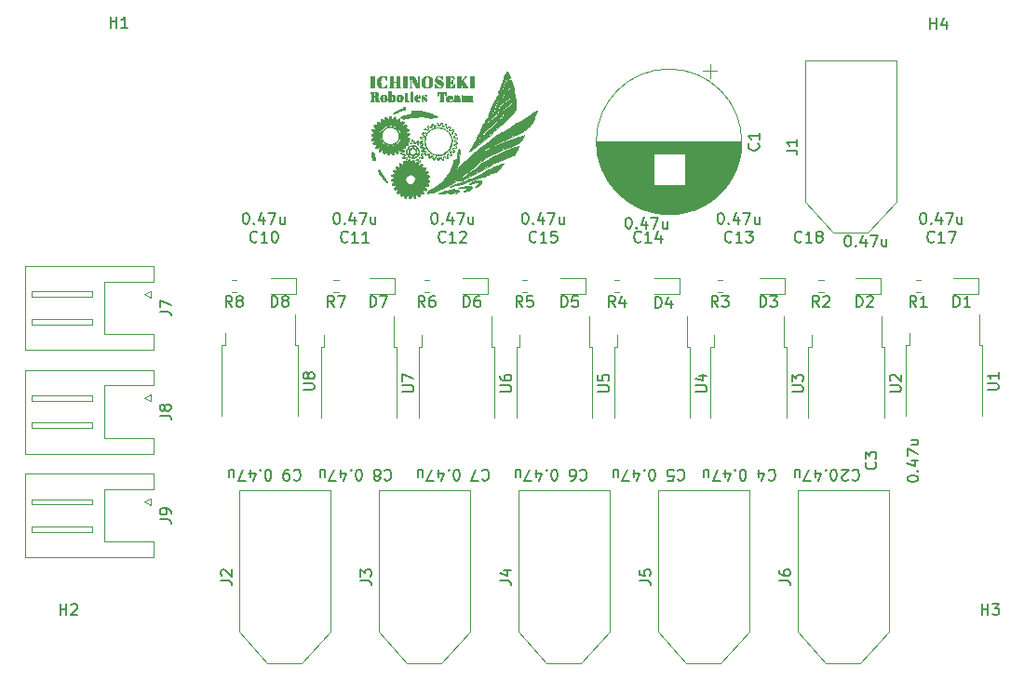
<source format=gbr>
%TF.GenerationSoftware,KiCad,Pcbnew,7.0.5*%
%TF.CreationDate,2023-08-26T19:15:35+09:00*%
%TF.ProjectId,18to12_DCDC,3138746f-3132-45f4-9443-44432e6b6963,rev?*%
%TF.SameCoordinates,Original*%
%TF.FileFunction,Legend,Top*%
%TF.FilePolarity,Positive*%
%FSLAX46Y46*%
G04 Gerber Fmt 4.6, Leading zero omitted, Abs format (unit mm)*
G04 Created by KiCad (PCBNEW 7.0.5) date 2023-08-26 19:15:35*
%MOMM*%
%LPD*%
G01*
G04 APERTURE LIST*
%ADD10C,0.150000*%
%ADD11C,0.010000*%
%ADD12C,0.120000*%
G04 APERTURE END LIST*
D10*
%TO.C,D4*%
X137209405Y-99768819D02*
X137209405Y-98768819D01*
X137209405Y-98768819D02*
X137447500Y-98768819D01*
X137447500Y-98768819D02*
X137590357Y-98816438D01*
X137590357Y-98816438D02*
X137685595Y-98911676D01*
X137685595Y-98911676D02*
X137733214Y-99006914D01*
X137733214Y-99006914D02*
X137780833Y-99197390D01*
X137780833Y-99197390D02*
X137780833Y-99340247D01*
X137780833Y-99340247D02*
X137733214Y-99530723D01*
X137733214Y-99530723D02*
X137685595Y-99625961D01*
X137685595Y-99625961D02*
X137590357Y-99721200D01*
X137590357Y-99721200D02*
X137447500Y-99768819D01*
X137447500Y-99768819D02*
X137209405Y-99768819D01*
X138637976Y-99102152D02*
X138637976Y-99768819D01*
X138399881Y-98721200D02*
X138161786Y-99435485D01*
X138161786Y-99435485D02*
X138780833Y-99435485D01*
%TO.C,H2*%
X83058095Y-127699819D02*
X83058095Y-126699819D01*
X83058095Y-127176009D02*
X83629523Y-127176009D01*
X83629523Y-127699819D02*
X83629523Y-126699819D01*
X84058095Y-126795057D02*
X84105714Y-126747438D01*
X84105714Y-126747438D02*
X84200952Y-126699819D01*
X84200952Y-126699819D02*
X84439047Y-126699819D01*
X84439047Y-126699819D02*
X84534285Y-126747438D01*
X84534285Y-126747438D02*
X84581904Y-126795057D01*
X84581904Y-126795057D02*
X84629523Y-126890295D01*
X84629523Y-126890295D02*
X84629523Y-126985533D01*
X84629523Y-126985533D02*
X84581904Y-127128390D01*
X84581904Y-127128390D02*
X84010476Y-127699819D01*
X84010476Y-127699819D02*
X84629523Y-127699819D01*
%TO.C,R2*%
X152080833Y-99674819D02*
X151747500Y-99198628D01*
X151509405Y-99674819D02*
X151509405Y-98674819D01*
X151509405Y-98674819D02*
X151890357Y-98674819D01*
X151890357Y-98674819D02*
X151985595Y-98722438D01*
X151985595Y-98722438D02*
X152033214Y-98770057D01*
X152033214Y-98770057D02*
X152080833Y-98865295D01*
X152080833Y-98865295D02*
X152080833Y-99008152D01*
X152080833Y-99008152D02*
X152033214Y-99103390D01*
X152033214Y-99103390D02*
X151985595Y-99151009D01*
X151985595Y-99151009D02*
X151890357Y-99198628D01*
X151890357Y-99198628D02*
X151509405Y-99198628D01*
X152461786Y-98770057D02*
X152509405Y-98722438D01*
X152509405Y-98722438D02*
X152604643Y-98674819D01*
X152604643Y-98674819D02*
X152842738Y-98674819D01*
X152842738Y-98674819D02*
X152937976Y-98722438D01*
X152937976Y-98722438D02*
X152985595Y-98770057D01*
X152985595Y-98770057D02*
X153033214Y-98865295D01*
X153033214Y-98865295D02*
X153033214Y-98960533D01*
X153033214Y-98960533D02*
X152985595Y-99103390D01*
X152985595Y-99103390D02*
X152414167Y-99674819D01*
X152414167Y-99674819D02*
X153033214Y-99674819D01*
%TO.C,R6*%
X116228333Y-99674819D02*
X115895000Y-99198628D01*
X115656905Y-99674819D02*
X115656905Y-98674819D01*
X115656905Y-98674819D02*
X116037857Y-98674819D01*
X116037857Y-98674819D02*
X116133095Y-98722438D01*
X116133095Y-98722438D02*
X116180714Y-98770057D01*
X116180714Y-98770057D02*
X116228333Y-98865295D01*
X116228333Y-98865295D02*
X116228333Y-99008152D01*
X116228333Y-99008152D02*
X116180714Y-99103390D01*
X116180714Y-99103390D02*
X116133095Y-99151009D01*
X116133095Y-99151009D02*
X116037857Y-99198628D01*
X116037857Y-99198628D02*
X115656905Y-99198628D01*
X117085476Y-98674819D02*
X116895000Y-98674819D01*
X116895000Y-98674819D02*
X116799762Y-98722438D01*
X116799762Y-98722438D02*
X116752143Y-98770057D01*
X116752143Y-98770057D02*
X116656905Y-98912914D01*
X116656905Y-98912914D02*
X116609286Y-99103390D01*
X116609286Y-99103390D02*
X116609286Y-99484342D01*
X116609286Y-99484342D02*
X116656905Y-99579580D01*
X116656905Y-99579580D02*
X116704524Y-99627200D01*
X116704524Y-99627200D02*
X116799762Y-99674819D01*
X116799762Y-99674819D02*
X116990238Y-99674819D01*
X116990238Y-99674819D02*
X117085476Y-99627200D01*
X117085476Y-99627200D02*
X117133095Y-99579580D01*
X117133095Y-99579580D02*
X117180714Y-99484342D01*
X117180714Y-99484342D02*
X117180714Y-99246247D01*
X117180714Y-99246247D02*
X117133095Y-99151009D01*
X117133095Y-99151009D02*
X117085476Y-99103390D01*
X117085476Y-99103390D02*
X116990238Y-99055771D01*
X116990238Y-99055771D02*
X116799762Y-99055771D01*
X116799762Y-99055771D02*
X116704524Y-99103390D01*
X116704524Y-99103390D02*
X116656905Y-99151009D01*
X116656905Y-99151009D02*
X116609286Y-99246247D01*
%TO.C,C6*%
X130341666Y-114575419D02*
X130389285Y-114527800D01*
X130389285Y-114527800D02*
X130532142Y-114480180D01*
X130532142Y-114480180D02*
X130627380Y-114480180D01*
X130627380Y-114480180D02*
X130770237Y-114527800D01*
X130770237Y-114527800D02*
X130865475Y-114623038D01*
X130865475Y-114623038D02*
X130913094Y-114718276D01*
X130913094Y-114718276D02*
X130960713Y-114908752D01*
X130960713Y-114908752D02*
X130960713Y-115051609D01*
X130960713Y-115051609D02*
X130913094Y-115242085D01*
X130913094Y-115242085D02*
X130865475Y-115337323D01*
X130865475Y-115337323D02*
X130770237Y-115432561D01*
X130770237Y-115432561D02*
X130627380Y-115480180D01*
X130627380Y-115480180D02*
X130532142Y-115480180D01*
X130532142Y-115480180D02*
X130389285Y-115432561D01*
X130389285Y-115432561D02*
X130341666Y-115384942D01*
X129484523Y-115480180D02*
X129674999Y-115480180D01*
X129674999Y-115480180D02*
X129770237Y-115432561D01*
X129770237Y-115432561D02*
X129817856Y-115384942D01*
X129817856Y-115384942D02*
X129913094Y-115242085D01*
X129913094Y-115242085D02*
X129960713Y-115051609D01*
X129960713Y-115051609D02*
X129960713Y-114670657D01*
X129960713Y-114670657D02*
X129913094Y-114575419D01*
X129913094Y-114575419D02*
X129865475Y-114527800D01*
X129865475Y-114527800D02*
X129770237Y-114480180D01*
X129770237Y-114480180D02*
X129579761Y-114480180D01*
X129579761Y-114480180D02*
X129484523Y-114527800D01*
X129484523Y-114527800D02*
X129436904Y-114575419D01*
X129436904Y-114575419D02*
X129389285Y-114670657D01*
X129389285Y-114670657D02*
X129389285Y-114908752D01*
X129389285Y-114908752D02*
X129436904Y-115003990D01*
X129436904Y-115003990D02*
X129484523Y-115051609D01*
X129484523Y-115051609D02*
X129579761Y-115099228D01*
X129579761Y-115099228D02*
X129770237Y-115099228D01*
X129770237Y-115099228D02*
X129865475Y-115051609D01*
X129865475Y-115051609D02*
X129913094Y-115003990D01*
X129913094Y-115003990D02*
X129960713Y-114908752D01*
X128055475Y-115480180D02*
X127960237Y-115480180D01*
X127960237Y-115480180D02*
X127864999Y-115432561D01*
X127864999Y-115432561D02*
X127817380Y-115384942D01*
X127817380Y-115384942D02*
X127769761Y-115289704D01*
X127769761Y-115289704D02*
X127722142Y-115099228D01*
X127722142Y-115099228D02*
X127722142Y-114861133D01*
X127722142Y-114861133D02*
X127769761Y-114670657D01*
X127769761Y-114670657D02*
X127817380Y-114575419D01*
X127817380Y-114575419D02*
X127864999Y-114527800D01*
X127864999Y-114527800D02*
X127960237Y-114480180D01*
X127960237Y-114480180D02*
X128055475Y-114480180D01*
X128055475Y-114480180D02*
X128150713Y-114527800D01*
X128150713Y-114527800D02*
X128198332Y-114575419D01*
X128198332Y-114575419D02*
X128245951Y-114670657D01*
X128245951Y-114670657D02*
X128293570Y-114861133D01*
X128293570Y-114861133D02*
X128293570Y-115099228D01*
X128293570Y-115099228D02*
X128245951Y-115289704D01*
X128245951Y-115289704D02*
X128198332Y-115384942D01*
X128198332Y-115384942D02*
X128150713Y-115432561D01*
X128150713Y-115432561D02*
X128055475Y-115480180D01*
X127293570Y-114575419D02*
X127245951Y-114527800D01*
X127245951Y-114527800D02*
X127293570Y-114480180D01*
X127293570Y-114480180D02*
X127341189Y-114527800D01*
X127341189Y-114527800D02*
X127293570Y-114575419D01*
X127293570Y-114575419D02*
X127293570Y-114480180D01*
X126388809Y-115146847D02*
X126388809Y-114480180D01*
X126626904Y-115527800D02*
X126864999Y-114813514D01*
X126864999Y-114813514D02*
X126245952Y-114813514D01*
X125960237Y-115480180D02*
X125293571Y-115480180D01*
X125293571Y-115480180D02*
X125722142Y-114480180D01*
X124484047Y-115146847D02*
X124484047Y-114480180D01*
X124912618Y-115146847D02*
X124912618Y-114623038D01*
X124912618Y-114623038D02*
X124864999Y-114527800D01*
X124864999Y-114527800D02*
X124769761Y-114480180D01*
X124769761Y-114480180D02*
X124626904Y-114480180D01*
X124626904Y-114480180D02*
X124531666Y-114527800D01*
X124531666Y-114527800D02*
X124484047Y-114575419D01*
%TO.C,D1*%
X164324405Y-99674819D02*
X164324405Y-98674819D01*
X164324405Y-98674819D02*
X164562500Y-98674819D01*
X164562500Y-98674819D02*
X164705357Y-98722438D01*
X164705357Y-98722438D02*
X164800595Y-98817676D01*
X164800595Y-98817676D02*
X164848214Y-98912914D01*
X164848214Y-98912914D02*
X164895833Y-99103390D01*
X164895833Y-99103390D02*
X164895833Y-99246247D01*
X164895833Y-99246247D02*
X164848214Y-99436723D01*
X164848214Y-99436723D02*
X164800595Y-99531961D01*
X164800595Y-99531961D02*
X164705357Y-99627200D01*
X164705357Y-99627200D02*
X164562500Y-99674819D01*
X164562500Y-99674819D02*
X164324405Y-99674819D01*
X165848214Y-99674819D02*
X165276786Y-99674819D01*
X165562500Y-99674819D02*
X165562500Y-98674819D01*
X165562500Y-98674819D02*
X165467262Y-98817676D01*
X165467262Y-98817676D02*
X165372024Y-98912914D01*
X165372024Y-98912914D02*
X165276786Y-98960533D01*
%TO.C,C14*%
X135882142Y-93704580D02*
X135834523Y-93752200D01*
X135834523Y-93752200D02*
X135691666Y-93799819D01*
X135691666Y-93799819D02*
X135596428Y-93799819D01*
X135596428Y-93799819D02*
X135453571Y-93752200D01*
X135453571Y-93752200D02*
X135358333Y-93656961D01*
X135358333Y-93656961D02*
X135310714Y-93561723D01*
X135310714Y-93561723D02*
X135263095Y-93371247D01*
X135263095Y-93371247D02*
X135263095Y-93228390D01*
X135263095Y-93228390D02*
X135310714Y-93037914D01*
X135310714Y-93037914D02*
X135358333Y-92942676D01*
X135358333Y-92942676D02*
X135453571Y-92847438D01*
X135453571Y-92847438D02*
X135596428Y-92799819D01*
X135596428Y-92799819D02*
X135691666Y-92799819D01*
X135691666Y-92799819D02*
X135834523Y-92847438D01*
X135834523Y-92847438D02*
X135882142Y-92895057D01*
X136834523Y-93799819D02*
X136263095Y-93799819D01*
X136548809Y-93799819D02*
X136548809Y-92799819D01*
X136548809Y-92799819D02*
X136453571Y-92942676D01*
X136453571Y-92942676D02*
X136358333Y-93037914D01*
X136358333Y-93037914D02*
X136263095Y-93085533D01*
X137691666Y-93133152D02*
X137691666Y-93799819D01*
X137453571Y-92752200D02*
X137215476Y-93466485D01*
X137215476Y-93466485D02*
X137834523Y-93466485D01*
X134707524Y-91529819D02*
X134802762Y-91529819D01*
X134802762Y-91529819D02*
X134898000Y-91577438D01*
X134898000Y-91577438D02*
X134945619Y-91625057D01*
X134945619Y-91625057D02*
X134993238Y-91720295D01*
X134993238Y-91720295D02*
X135040857Y-91910771D01*
X135040857Y-91910771D02*
X135040857Y-92148866D01*
X135040857Y-92148866D02*
X134993238Y-92339342D01*
X134993238Y-92339342D02*
X134945619Y-92434580D01*
X134945619Y-92434580D02*
X134898000Y-92482200D01*
X134898000Y-92482200D02*
X134802762Y-92529819D01*
X134802762Y-92529819D02*
X134707524Y-92529819D01*
X134707524Y-92529819D02*
X134612286Y-92482200D01*
X134612286Y-92482200D02*
X134564667Y-92434580D01*
X134564667Y-92434580D02*
X134517048Y-92339342D01*
X134517048Y-92339342D02*
X134469429Y-92148866D01*
X134469429Y-92148866D02*
X134469429Y-91910771D01*
X134469429Y-91910771D02*
X134517048Y-91720295D01*
X134517048Y-91720295D02*
X134564667Y-91625057D01*
X134564667Y-91625057D02*
X134612286Y-91577438D01*
X134612286Y-91577438D02*
X134707524Y-91529819D01*
X135469429Y-92434580D02*
X135517048Y-92482200D01*
X135517048Y-92482200D02*
X135469429Y-92529819D01*
X135469429Y-92529819D02*
X135421810Y-92482200D01*
X135421810Y-92482200D02*
X135469429Y-92434580D01*
X135469429Y-92434580D02*
X135469429Y-92529819D01*
X136374190Y-91863152D02*
X136374190Y-92529819D01*
X136136095Y-91482200D02*
X135898000Y-92196485D01*
X135898000Y-92196485D02*
X136517047Y-92196485D01*
X136802762Y-91529819D02*
X137469428Y-91529819D01*
X137469428Y-91529819D02*
X137040857Y-92529819D01*
X138278952Y-91863152D02*
X138278952Y-92529819D01*
X137850381Y-91863152D02*
X137850381Y-92386961D01*
X137850381Y-92386961D02*
X137898000Y-92482200D01*
X137898000Y-92482200D02*
X137993238Y-92529819D01*
X137993238Y-92529819D02*
X138136095Y-92529819D01*
X138136095Y-92529819D02*
X138231333Y-92482200D01*
X138231333Y-92482200D02*
X138278952Y-92434580D01*
%TO.C,C17*%
X162552142Y-93704580D02*
X162504523Y-93752200D01*
X162504523Y-93752200D02*
X162361666Y-93799819D01*
X162361666Y-93799819D02*
X162266428Y-93799819D01*
X162266428Y-93799819D02*
X162123571Y-93752200D01*
X162123571Y-93752200D02*
X162028333Y-93656961D01*
X162028333Y-93656961D02*
X161980714Y-93561723D01*
X161980714Y-93561723D02*
X161933095Y-93371247D01*
X161933095Y-93371247D02*
X161933095Y-93228390D01*
X161933095Y-93228390D02*
X161980714Y-93037914D01*
X161980714Y-93037914D02*
X162028333Y-92942676D01*
X162028333Y-92942676D02*
X162123571Y-92847438D01*
X162123571Y-92847438D02*
X162266428Y-92799819D01*
X162266428Y-92799819D02*
X162361666Y-92799819D01*
X162361666Y-92799819D02*
X162504523Y-92847438D01*
X162504523Y-92847438D02*
X162552142Y-92895057D01*
X163504523Y-93799819D02*
X162933095Y-93799819D01*
X163218809Y-93799819D02*
X163218809Y-92799819D01*
X163218809Y-92799819D02*
X163123571Y-92942676D01*
X163123571Y-92942676D02*
X163028333Y-93037914D01*
X163028333Y-93037914D02*
X162933095Y-93085533D01*
X163837857Y-92799819D02*
X164504523Y-92799819D01*
X164504523Y-92799819D02*
X164075952Y-93799819D01*
X161504524Y-91124819D02*
X161599762Y-91124819D01*
X161599762Y-91124819D02*
X161695000Y-91172438D01*
X161695000Y-91172438D02*
X161742619Y-91220057D01*
X161742619Y-91220057D02*
X161790238Y-91315295D01*
X161790238Y-91315295D02*
X161837857Y-91505771D01*
X161837857Y-91505771D02*
X161837857Y-91743866D01*
X161837857Y-91743866D02*
X161790238Y-91934342D01*
X161790238Y-91934342D02*
X161742619Y-92029580D01*
X161742619Y-92029580D02*
X161695000Y-92077200D01*
X161695000Y-92077200D02*
X161599762Y-92124819D01*
X161599762Y-92124819D02*
X161504524Y-92124819D01*
X161504524Y-92124819D02*
X161409286Y-92077200D01*
X161409286Y-92077200D02*
X161361667Y-92029580D01*
X161361667Y-92029580D02*
X161314048Y-91934342D01*
X161314048Y-91934342D02*
X161266429Y-91743866D01*
X161266429Y-91743866D02*
X161266429Y-91505771D01*
X161266429Y-91505771D02*
X161314048Y-91315295D01*
X161314048Y-91315295D02*
X161361667Y-91220057D01*
X161361667Y-91220057D02*
X161409286Y-91172438D01*
X161409286Y-91172438D02*
X161504524Y-91124819D01*
X162266429Y-92029580D02*
X162314048Y-92077200D01*
X162314048Y-92077200D02*
X162266429Y-92124819D01*
X162266429Y-92124819D02*
X162218810Y-92077200D01*
X162218810Y-92077200D02*
X162266429Y-92029580D01*
X162266429Y-92029580D02*
X162266429Y-92124819D01*
X163171190Y-91458152D02*
X163171190Y-92124819D01*
X162933095Y-91077200D02*
X162695000Y-91791485D01*
X162695000Y-91791485D02*
X163314047Y-91791485D01*
X163599762Y-91124819D02*
X164266428Y-91124819D01*
X164266428Y-91124819D02*
X163837857Y-92124819D01*
X165075952Y-91458152D02*
X165075952Y-92124819D01*
X164647381Y-91458152D02*
X164647381Y-91981961D01*
X164647381Y-91981961D02*
X164695000Y-92077200D01*
X164695000Y-92077200D02*
X164790238Y-92124819D01*
X164790238Y-92124819D02*
X164933095Y-92124819D01*
X164933095Y-92124819D02*
X165028333Y-92077200D01*
X165028333Y-92077200D02*
X165075952Y-92029580D01*
%TO.C,H4*%
X162179095Y-74368819D02*
X162179095Y-73368819D01*
X162179095Y-73845009D02*
X162750523Y-73845009D01*
X162750523Y-74368819D02*
X162750523Y-73368819D01*
X163655285Y-73702152D02*
X163655285Y-74368819D01*
X163417190Y-73321200D02*
X163179095Y-74035485D01*
X163179095Y-74035485D02*
X163798142Y-74035485D01*
%TO.C,U7*%
X114184819Y-107401904D02*
X114994342Y-107401904D01*
X114994342Y-107401904D02*
X115089580Y-107354285D01*
X115089580Y-107354285D02*
X115137200Y-107306666D01*
X115137200Y-107306666D02*
X115184819Y-107211428D01*
X115184819Y-107211428D02*
X115184819Y-107020952D01*
X115184819Y-107020952D02*
X115137200Y-106925714D01*
X115137200Y-106925714D02*
X115089580Y-106878095D01*
X115089580Y-106878095D02*
X114994342Y-106830476D01*
X114994342Y-106830476D02*
X114184819Y-106830476D01*
X114184819Y-106449523D02*
X114184819Y-105782857D01*
X114184819Y-105782857D02*
X115184819Y-106211428D01*
%TO.C,U8*%
X105179819Y-107221904D02*
X105989342Y-107221904D01*
X105989342Y-107221904D02*
X106084580Y-107174285D01*
X106084580Y-107174285D02*
X106132200Y-107126666D01*
X106132200Y-107126666D02*
X106179819Y-107031428D01*
X106179819Y-107031428D02*
X106179819Y-106840952D01*
X106179819Y-106840952D02*
X106132200Y-106745714D01*
X106132200Y-106745714D02*
X106084580Y-106698095D01*
X106084580Y-106698095D02*
X105989342Y-106650476D01*
X105989342Y-106650476D02*
X105179819Y-106650476D01*
X105608390Y-106031428D02*
X105560771Y-106126666D01*
X105560771Y-106126666D02*
X105513152Y-106174285D01*
X105513152Y-106174285D02*
X105417914Y-106221904D01*
X105417914Y-106221904D02*
X105370295Y-106221904D01*
X105370295Y-106221904D02*
X105275057Y-106174285D01*
X105275057Y-106174285D02*
X105227438Y-106126666D01*
X105227438Y-106126666D02*
X105179819Y-106031428D01*
X105179819Y-106031428D02*
X105179819Y-105840952D01*
X105179819Y-105840952D02*
X105227438Y-105745714D01*
X105227438Y-105745714D02*
X105275057Y-105698095D01*
X105275057Y-105698095D02*
X105370295Y-105650476D01*
X105370295Y-105650476D02*
X105417914Y-105650476D01*
X105417914Y-105650476D02*
X105513152Y-105698095D01*
X105513152Y-105698095D02*
X105560771Y-105745714D01*
X105560771Y-105745714D02*
X105608390Y-105840952D01*
X105608390Y-105840952D02*
X105608390Y-106031428D01*
X105608390Y-106031428D02*
X105656009Y-106126666D01*
X105656009Y-106126666D02*
X105703628Y-106174285D01*
X105703628Y-106174285D02*
X105798866Y-106221904D01*
X105798866Y-106221904D02*
X105989342Y-106221904D01*
X105989342Y-106221904D02*
X106084580Y-106174285D01*
X106084580Y-106174285D02*
X106132200Y-106126666D01*
X106132200Y-106126666D02*
X106179819Y-106031428D01*
X106179819Y-106031428D02*
X106179819Y-105840952D01*
X106179819Y-105840952D02*
X106132200Y-105745714D01*
X106132200Y-105745714D02*
X106084580Y-105698095D01*
X106084580Y-105698095D02*
X105989342Y-105650476D01*
X105989342Y-105650476D02*
X105798866Y-105650476D01*
X105798866Y-105650476D02*
X105703628Y-105698095D01*
X105703628Y-105698095D02*
X105656009Y-105745714D01*
X105656009Y-105745714D02*
X105608390Y-105840952D01*
%TO.C,D7*%
X111249405Y-99674819D02*
X111249405Y-98674819D01*
X111249405Y-98674819D02*
X111487500Y-98674819D01*
X111487500Y-98674819D02*
X111630357Y-98722438D01*
X111630357Y-98722438D02*
X111725595Y-98817676D01*
X111725595Y-98817676D02*
X111773214Y-98912914D01*
X111773214Y-98912914D02*
X111820833Y-99103390D01*
X111820833Y-99103390D02*
X111820833Y-99246247D01*
X111820833Y-99246247D02*
X111773214Y-99436723D01*
X111773214Y-99436723D02*
X111725595Y-99531961D01*
X111725595Y-99531961D02*
X111630357Y-99627200D01*
X111630357Y-99627200D02*
X111487500Y-99674819D01*
X111487500Y-99674819D02*
X111249405Y-99674819D01*
X112154167Y-98674819D02*
X112820833Y-98674819D01*
X112820833Y-98674819D02*
X112392262Y-99674819D01*
%TO.C,J7*%
X92129819Y-100103333D02*
X92844104Y-100103333D01*
X92844104Y-100103333D02*
X92986961Y-100150952D01*
X92986961Y-100150952D02*
X93082200Y-100246190D01*
X93082200Y-100246190D02*
X93129819Y-100389047D01*
X93129819Y-100389047D02*
X93129819Y-100484285D01*
X92129819Y-99722380D02*
X92129819Y-99055714D01*
X92129819Y-99055714D02*
X93129819Y-99484285D01*
%TO.C,R5*%
X125118333Y-99674819D02*
X124785000Y-99198628D01*
X124546905Y-99674819D02*
X124546905Y-98674819D01*
X124546905Y-98674819D02*
X124927857Y-98674819D01*
X124927857Y-98674819D02*
X125023095Y-98722438D01*
X125023095Y-98722438D02*
X125070714Y-98770057D01*
X125070714Y-98770057D02*
X125118333Y-98865295D01*
X125118333Y-98865295D02*
X125118333Y-99008152D01*
X125118333Y-99008152D02*
X125070714Y-99103390D01*
X125070714Y-99103390D02*
X125023095Y-99151009D01*
X125023095Y-99151009D02*
X124927857Y-99198628D01*
X124927857Y-99198628D02*
X124546905Y-99198628D01*
X126023095Y-98674819D02*
X125546905Y-98674819D01*
X125546905Y-98674819D02*
X125499286Y-99151009D01*
X125499286Y-99151009D02*
X125546905Y-99103390D01*
X125546905Y-99103390D02*
X125642143Y-99055771D01*
X125642143Y-99055771D02*
X125880238Y-99055771D01*
X125880238Y-99055771D02*
X125975476Y-99103390D01*
X125975476Y-99103390D02*
X126023095Y-99151009D01*
X126023095Y-99151009D02*
X126070714Y-99246247D01*
X126070714Y-99246247D02*
X126070714Y-99484342D01*
X126070714Y-99484342D02*
X126023095Y-99579580D01*
X126023095Y-99579580D02*
X125975476Y-99627200D01*
X125975476Y-99627200D02*
X125880238Y-99674819D01*
X125880238Y-99674819D02*
X125642143Y-99674819D01*
X125642143Y-99674819D02*
X125546905Y-99627200D01*
X125546905Y-99627200D02*
X125499286Y-99579580D01*
%TO.C,C13*%
X144137142Y-93704580D02*
X144089523Y-93752200D01*
X144089523Y-93752200D02*
X143946666Y-93799819D01*
X143946666Y-93799819D02*
X143851428Y-93799819D01*
X143851428Y-93799819D02*
X143708571Y-93752200D01*
X143708571Y-93752200D02*
X143613333Y-93656961D01*
X143613333Y-93656961D02*
X143565714Y-93561723D01*
X143565714Y-93561723D02*
X143518095Y-93371247D01*
X143518095Y-93371247D02*
X143518095Y-93228390D01*
X143518095Y-93228390D02*
X143565714Y-93037914D01*
X143565714Y-93037914D02*
X143613333Y-92942676D01*
X143613333Y-92942676D02*
X143708571Y-92847438D01*
X143708571Y-92847438D02*
X143851428Y-92799819D01*
X143851428Y-92799819D02*
X143946666Y-92799819D01*
X143946666Y-92799819D02*
X144089523Y-92847438D01*
X144089523Y-92847438D02*
X144137142Y-92895057D01*
X145089523Y-93799819D02*
X144518095Y-93799819D01*
X144803809Y-93799819D02*
X144803809Y-92799819D01*
X144803809Y-92799819D02*
X144708571Y-92942676D01*
X144708571Y-92942676D02*
X144613333Y-93037914D01*
X144613333Y-93037914D02*
X144518095Y-93085533D01*
X145422857Y-92799819D02*
X146041904Y-92799819D01*
X146041904Y-92799819D02*
X145708571Y-93180771D01*
X145708571Y-93180771D02*
X145851428Y-93180771D01*
X145851428Y-93180771D02*
X145946666Y-93228390D01*
X145946666Y-93228390D02*
X145994285Y-93276009D01*
X145994285Y-93276009D02*
X146041904Y-93371247D01*
X146041904Y-93371247D02*
X146041904Y-93609342D01*
X146041904Y-93609342D02*
X145994285Y-93704580D01*
X145994285Y-93704580D02*
X145946666Y-93752200D01*
X145946666Y-93752200D02*
X145851428Y-93799819D01*
X145851428Y-93799819D02*
X145565714Y-93799819D01*
X145565714Y-93799819D02*
X145470476Y-93752200D01*
X145470476Y-93752200D02*
X145422857Y-93704580D01*
X143089524Y-91124819D02*
X143184762Y-91124819D01*
X143184762Y-91124819D02*
X143280000Y-91172438D01*
X143280000Y-91172438D02*
X143327619Y-91220057D01*
X143327619Y-91220057D02*
X143375238Y-91315295D01*
X143375238Y-91315295D02*
X143422857Y-91505771D01*
X143422857Y-91505771D02*
X143422857Y-91743866D01*
X143422857Y-91743866D02*
X143375238Y-91934342D01*
X143375238Y-91934342D02*
X143327619Y-92029580D01*
X143327619Y-92029580D02*
X143280000Y-92077200D01*
X143280000Y-92077200D02*
X143184762Y-92124819D01*
X143184762Y-92124819D02*
X143089524Y-92124819D01*
X143089524Y-92124819D02*
X142994286Y-92077200D01*
X142994286Y-92077200D02*
X142946667Y-92029580D01*
X142946667Y-92029580D02*
X142899048Y-91934342D01*
X142899048Y-91934342D02*
X142851429Y-91743866D01*
X142851429Y-91743866D02*
X142851429Y-91505771D01*
X142851429Y-91505771D02*
X142899048Y-91315295D01*
X142899048Y-91315295D02*
X142946667Y-91220057D01*
X142946667Y-91220057D02*
X142994286Y-91172438D01*
X142994286Y-91172438D02*
X143089524Y-91124819D01*
X143851429Y-92029580D02*
X143899048Y-92077200D01*
X143899048Y-92077200D02*
X143851429Y-92124819D01*
X143851429Y-92124819D02*
X143803810Y-92077200D01*
X143803810Y-92077200D02*
X143851429Y-92029580D01*
X143851429Y-92029580D02*
X143851429Y-92124819D01*
X144756190Y-91458152D02*
X144756190Y-92124819D01*
X144518095Y-91077200D02*
X144280000Y-91791485D01*
X144280000Y-91791485D02*
X144899047Y-91791485D01*
X145184762Y-91124819D02*
X145851428Y-91124819D01*
X145851428Y-91124819D02*
X145422857Y-92124819D01*
X146660952Y-91458152D02*
X146660952Y-92124819D01*
X146232381Y-91458152D02*
X146232381Y-91981961D01*
X146232381Y-91981961D02*
X146280000Y-92077200D01*
X146280000Y-92077200D02*
X146375238Y-92124819D01*
X146375238Y-92124819D02*
X146518095Y-92124819D01*
X146518095Y-92124819D02*
X146613333Y-92077200D01*
X146613333Y-92077200D02*
X146660952Y-92029580D01*
%TO.C,D5*%
X128649405Y-99674819D02*
X128649405Y-98674819D01*
X128649405Y-98674819D02*
X128887500Y-98674819D01*
X128887500Y-98674819D02*
X129030357Y-98722438D01*
X129030357Y-98722438D02*
X129125595Y-98817676D01*
X129125595Y-98817676D02*
X129173214Y-98912914D01*
X129173214Y-98912914D02*
X129220833Y-99103390D01*
X129220833Y-99103390D02*
X129220833Y-99246247D01*
X129220833Y-99246247D02*
X129173214Y-99436723D01*
X129173214Y-99436723D02*
X129125595Y-99531961D01*
X129125595Y-99531961D02*
X129030357Y-99627200D01*
X129030357Y-99627200D02*
X128887500Y-99674819D01*
X128887500Y-99674819D02*
X128649405Y-99674819D01*
X130125595Y-98674819D02*
X129649405Y-98674819D01*
X129649405Y-98674819D02*
X129601786Y-99151009D01*
X129601786Y-99151009D02*
X129649405Y-99103390D01*
X129649405Y-99103390D02*
X129744643Y-99055771D01*
X129744643Y-99055771D02*
X129982738Y-99055771D01*
X129982738Y-99055771D02*
X130077976Y-99103390D01*
X130077976Y-99103390D02*
X130125595Y-99151009D01*
X130125595Y-99151009D02*
X130173214Y-99246247D01*
X130173214Y-99246247D02*
X130173214Y-99484342D01*
X130173214Y-99484342D02*
X130125595Y-99579580D01*
X130125595Y-99579580D02*
X130077976Y-99627200D01*
X130077976Y-99627200D02*
X129982738Y-99674819D01*
X129982738Y-99674819D02*
X129744643Y-99674819D01*
X129744643Y-99674819D02*
X129649405Y-99627200D01*
X129649405Y-99627200D02*
X129601786Y-99579580D01*
%TO.C,J6*%
X148459819Y-124583333D02*
X149174104Y-124583333D01*
X149174104Y-124583333D02*
X149316961Y-124630952D01*
X149316961Y-124630952D02*
X149412200Y-124726190D01*
X149412200Y-124726190D02*
X149459819Y-124869047D01*
X149459819Y-124869047D02*
X149459819Y-124964285D01*
X148459819Y-123678571D02*
X148459819Y-123869047D01*
X148459819Y-123869047D02*
X148507438Y-123964285D01*
X148507438Y-123964285D02*
X148555057Y-124011904D01*
X148555057Y-124011904D02*
X148697914Y-124107142D01*
X148697914Y-124107142D02*
X148888390Y-124154761D01*
X148888390Y-124154761D02*
X149269342Y-124154761D01*
X149269342Y-124154761D02*
X149364580Y-124107142D01*
X149364580Y-124107142D02*
X149412200Y-124059523D01*
X149412200Y-124059523D02*
X149459819Y-123964285D01*
X149459819Y-123964285D02*
X149459819Y-123773809D01*
X149459819Y-123773809D02*
X149412200Y-123678571D01*
X149412200Y-123678571D02*
X149364580Y-123630952D01*
X149364580Y-123630952D02*
X149269342Y-123583333D01*
X149269342Y-123583333D02*
X149031247Y-123583333D01*
X149031247Y-123583333D02*
X148936009Y-123630952D01*
X148936009Y-123630952D02*
X148888390Y-123678571D01*
X148888390Y-123678571D02*
X148840771Y-123773809D01*
X148840771Y-123773809D02*
X148840771Y-123964285D01*
X148840771Y-123964285D02*
X148888390Y-124059523D01*
X148888390Y-124059523D02*
X148936009Y-124107142D01*
X148936009Y-124107142D02*
X149031247Y-124154761D01*
%TO.C,J4*%
X123059819Y-124583333D02*
X123774104Y-124583333D01*
X123774104Y-124583333D02*
X123916961Y-124630952D01*
X123916961Y-124630952D02*
X124012200Y-124726190D01*
X124012200Y-124726190D02*
X124059819Y-124869047D01*
X124059819Y-124869047D02*
X124059819Y-124964285D01*
X123393152Y-123678571D02*
X124059819Y-123678571D01*
X123012200Y-123916666D02*
X123726485Y-124154761D01*
X123726485Y-124154761D02*
X123726485Y-123535714D01*
%TO.C,C3*%
X157204580Y-113831666D02*
X157252200Y-113879285D01*
X157252200Y-113879285D02*
X157299819Y-114022142D01*
X157299819Y-114022142D02*
X157299819Y-114117380D01*
X157299819Y-114117380D02*
X157252200Y-114260237D01*
X157252200Y-114260237D02*
X157156961Y-114355475D01*
X157156961Y-114355475D02*
X157061723Y-114403094D01*
X157061723Y-114403094D02*
X156871247Y-114450713D01*
X156871247Y-114450713D02*
X156728390Y-114450713D01*
X156728390Y-114450713D02*
X156537914Y-114403094D01*
X156537914Y-114403094D02*
X156442676Y-114355475D01*
X156442676Y-114355475D02*
X156347438Y-114260237D01*
X156347438Y-114260237D02*
X156299819Y-114117380D01*
X156299819Y-114117380D02*
X156299819Y-114022142D01*
X156299819Y-114022142D02*
X156347438Y-113879285D01*
X156347438Y-113879285D02*
X156395057Y-113831666D01*
X156299819Y-113498332D02*
X156299819Y-112879285D01*
X156299819Y-112879285D02*
X156680771Y-113212618D01*
X156680771Y-113212618D02*
X156680771Y-113069761D01*
X156680771Y-113069761D02*
X156728390Y-112974523D01*
X156728390Y-112974523D02*
X156776009Y-112926904D01*
X156776009Y-112926904D02*
X156871247Y-112879285D01*
X156871247Y-112879285D02*
X157109342Y-112879285D01*
X157109342Y-112879285D02*
X157204580Y-112926904D01*
X157204580Y-112926904D02*
X157252200Y-112974523D01*
X157252200Y-112974523D02*
X157299819Y-113069761D01*
X157299819Y-113069761D02*
X157299819Y-113355475D01*
X157299819Y-113355475D02*
X157252200Y-113450713D01*
X157252200Y-113450713D02*
X157204580Y-113498332D01*
X160109819Y-115355475D02*
X160109819Y-115260237D01*
X160109819Y-115260237D02*
X160157438Y-115164999D01*
X160157438Y-115164999D02*
X160205057Y-115117380D01*
X160205057Y-115117380D02*
X160300295Y-115069761D01*
X160300295Y-115069761D02*
X160490771Y-115022142D01*
X160490771Y-115022142D02*
X160728866Y-115022142D01*
X160728866Y-115022142D02*
X160919342Y-115069761D01*
X160919342Y-115069761D02*
X161014580Y-115117380D01*
X161014580Y-115117380D02*
X161062200Y-115164999D01*
X161062200Y-115164999D02*
X161109819Y-115260237D01*
X161109819Y-115260237D02*
X161109819Y-115355475D01*
X161109819Y-115355475D02*
X161062200Y-115450713D01*
X161062200Y-115450713D02*
X161014580Y-115498332D01*
X161014580Y-115498332D02*
X160919342Y-115545951D01*
X160919342Y-115545951D02*
X160728866Y-115593570D01*
X160728866Y-115593570D02*
X160490771Y-115593570D01*
X160490771Y-115593570D02*
X160300295Y-115545951D01*
X160300295Y-115545951D02*
X160205057Y-115498332D01*
X160205057Y-115498332D02*
X160157438Y-115450713D01*
X160157438Y-115450713D02*
X160109819Y-115355475D01*
X161014580Y-114593570D02*
X161062200Y-114545951D01*
X161062200Y-114545951D02*
X161109819Y-114593570D01*
X161109819Y-114593570D02*
X161062200Y-114641189D01*
X161062200Y-114641189D02*
X161014580Y-114593570D01*
X161014580Y-114593570D02*
X161109819Y-114593570D01*
X160443152Y-113688809D02*
X161109819Y-113688809D01*
X160062200Y-113926904D02*
X160776485Y-114164999D01*
X160776485Y-114164999D02*
X160776485Y-113545952D01*
X160109819Y-113260237D02*
X160109819Y-112593571D01*
X160109819Y-112593571D02*
X161109819Y-113022142D01*
X160443152Y-111784047D02*
X161109819Y-111784047D01*
X160443152Y-112212618D02*
X160966961Y-112212618D01*
X160966961Y-112212618D02*
X161062200Y-112164999D01*
X161062200Y-112164999D02*
X161109819Y-112069761D01*
X161109819Y-112069761D02*
X161109819Y-111926904D01*
X161109819Y-111926904D02*
X161062200Y-111831666D01*
X161062200Y-111831666D02*
X161014580Y-111784047D01*
%TO.C,J8*%
X92129819Y-109553333D02*
X92844104Y-109553333D01*
X92844104Y-109553333D02*
X92986961Y-109600952D01*
X92986961Y-109600952D02*
X93082200Y-109696190D01*
X93082200Y-109696190D02*
X93129819Y-109839047D01*
X93129819Y-109839047D02*
X93129819Y-109934285D01*
X92558390Y-108934285D02*
X92510771Y-109029523D01*
X92510771Y-109029523D02*
X92463152Y-109077142D01*
X92463152Y-109077142D02*
X92367914Y-109124761D01*
X92367914Y-109124761D02*
X92320295Y-109124761D01*
X92320295Y-109124761D02*
X92225057Y-109077142D01*
X92225057Y-109077142D02*
X92177438Y-109029523D01*
X92177438Y-109029523D02*
X92129819Y-108934285D01*
X92129819Y-108934285D02*
X92129819Y-108743809D01*
X92129819Y-108743809D02*
X92177438Y-108648571D01*
X92177438Y-108648571D02*
X92225057Y-108600952D01*
X92225057Y-108600952D02*
X92320295Y-108553333D01*
X92320295Y-108553333D02*
X92367914Y-108553333D01*
X92367914Y-108553333D02*
X92463152Y-108600952D01*
X92463152Y-108600952D02*
X92510771Y-108648571D01*
X92510771Y-108648571D02*
X92558390Y-108743809D01*
X92558390Y-108743809D02*
X92558390Y-108934285D01*
X92558390Y-108934285D02*
X92606009Y-109029523D01*
X92606009Y-109029523D02*
X92653628Y-109077142D01*
X92653628Y-109077142D02*
X92748866Y-109124761D01*
X92748866Y-109124761D02*
X92939342Y-109124761D01*
X92939342Y-109124761D02*
X93034580Y-109077142D01*
X93034580Y-109077142D02*
X93082200Y-109029523D01*
X93082200Y-109029523D02*
X93129819Y-108934285D01*
X93129819Y-108934285D02*
X93129819Y-108743809D01*
X93129819Y-108743809D02*
X93082200Y-108648571D01*
X93082200Y-108648571D02*
X93034580Y-108600952D01*
X93034580Y-108600952D02*
X92939342Y-108553333D01*
X92939342Y-108553333D02*
X92748866Y-108553333D01*
X92748866Y-108553333D02*
X92653628Y-108600952D01*
X92653628Y-108600952D02*
X92606009Y-108648571D01*
X92606009Y-108648571D02*
X92558390Y-108743809D01*
%TO.C,J9*%
X92129819Y-119003333D02*
X92844104Y-119003333D01*
X92844104Y-119003333D02*
X92986961Y-119050952D01*
X92986961Y-119050952D02*
X93082200Y-119146190D01*
X93082200Y-119146190D02*
X93129819Y-119289047D01*
X93129819Y-119289047D02*
X93129819Y-119384285D01*
X93129819Y-118479523D02*
X93129819Y-118289047D01*
X93129819Y-118289047D02*
X93082200Y-118193809D01*
X93082200Y-118193809D02*
X93034580Y-118146190D01*
X93034580Y-118146190D02*
X92891723Y-118050952D01*
X92891723Y-118050952D02*
X92701247Y-118003333D01*
X92701247Y-118003333D02*
X92320295Y-118003333D01*
X92320295Y-118003333D02*
X92225057Y-118050952D01*
X92225057Y-118050952D02*
X92177438Y-118098571D01*
X92177438Y-118098571D02*
X92129819Y-118193809D01*
X92129819Y-118193809D02*
X92129819Y-118384285D01*
X92129819Y-118384285D02*
X92177438Y-118479523D01*
X92177438Y-118479523D02*
X92225057Y-118527142D01*
X92225057Y-118527142D02*
X92320295Y-118574761D01*
X92320295Y-118574761D02*
X92558390Y-118574761D01*
X92558390Y-118574761D02*
X92653628Y-118527142D01*
X92653628Y-118527142D02*
X92701247Y-118479523D01*
X92701247Y-118479523D02*
X92748866Y-118384285D01*
X92748866Y-118384285D02*
X92748866Y-118193809D01*
X92748866Y-118193809D02*
X92701247Y-118098571D01*
X92701247Y-118098571D02*
X92653628Y-118050952D01*
X92653628Y-118050952D02*
X92558390Y-118003333D01*
%TO.C,D6*%
X119759405Y-99674819D02*
X119759405Y-98674819D01*
X119759405Y-98674819D02*
X119997500Y-98674819D01*
X119997500Y-98674819D02*
X120140357Y-98722438D01*
X120140357Y-98722438D02*
X120235595Y-98817676D01*
X120235595Y-98817676D02*
X120283214Y-98912914D01*
X120283214Y-98912914D02*
X120330833Y-99103390D01*
X120330833Y-99103390D02*
X120330833Y-99246247D01*
X120330833Y-99246247D02*
X120283214Y-99436723D01*
X120283214Y-99436723D02*
X120235595Y-99531961D01*
X120235595Y-99531961D02*
X120140357Y-99627200D01*
X120140357Y-99627200D02*
X119997500Y-99674819D01*
X119997500Y-99674819D02*
X119759405Y-99674819D01*
X121187976Y-98674819D02*
X120997500Y-98674819D01*
X120997500Y-98674819D02*
X120902262Y-98722438D01*
X120902262Y-98722438D02*
X120854643Y-98770057D01*
X120854643Y-98770057D02*
X120759405Y-98912914D01*
X120759405Y-98912914D02*
X120711786Y-99103390D01*
X120711786Y-99103390D02*
X120711786Y-99484342D01*
X120711786Y-99484342D02*
X120759405Y-99579580D01*
X120759405Y-99579580D02*
X120807024Y-99627200D01*
X120807024Y-99627200D02*
X120902262Y-99674819D01*
X120902262Y-99674819D02*
X121092738Y-99674819D01*
X121092738Y-99674819D02*
X121187976Y-99627200D01*
X121187976Y-99627200D02*
X121235595Y-99579580D01*
X121235595Y-99579580D02*
X121283214Y-99484342D01*
X121283214Y-99484342D02*
X121283214Y-99246247D01*
X121283214Y-99246247D02*
X121235595Y-99151009D01*
X121235595Y-99151009D02*
X121187976Y-99103390D01*
X121187976Y-99103390D02*
X121092738Y-99055771D01*
X121092738Y-99055771D02*
X120902262Y-99055771D01*
X120902262Y-99055771D02*
X120807024Y-99103390D01*
X120807024Y-99103390D02*
X120759405Y-99151009D01*
X120759405Y-99151009D02*
X120711786Y-99246247D01*
%TO.C,H3*%
X166878095Y-127699819D02*
X166878095Y-126699819D01*
X166878095Y-127176009D02*
X167449523Y-127176009D01*
X167449523Y-127699819D02*
X167449523Y-126699819D01*
X167830476Y-126699819D02*
X168449523Y-126699819D01*
X168449523Y-126699819D02*
X168116190Y-127080771D01*
X168116190Y-127080771D02*
X168259047Y-127080771D01*
X168259047Y-127080771D02*
X168354285Y-127128390D01*
X168354285Y-127128390D02*
X168401904Y-127176009D01*
X168401904Y-127176009D02*
X168449523Y-127271247D01*
X168449523Y-127271247D02*
X168449523Y-127509342D01*
X168449523Y-127509342D02*
X168401904Y-127604580D01*
X168401904Y-127604580D02*
X168354285Y-127652200D01*
X168354285Y-127652200D02*
X168259047Y-127699819D01*
X168259047Y-127699819D02*
X167973333Y-127699819D01*
X167973333Y-127699819D02*
X167878095Y-127652200D01*
X167878095Y-127652200D02*
X167830476Y-127604580D01*
%TO.C,U6*%
X123074819Y-107401904D02*
X123884342Y-107401904D01*
X123884342Y-107401904D02*
X123979580Y-107354285D01*
X123979580Y-107354285D02*
X124027200Y-107306666D01*
X124027200Y-107306666D02*
X124074819Y-107211428D01*
X124074819Y-107211428D02*
X124074819Y-107020952D01*
X124074819Y-107020952D02*
X124027200Y-106925714D01*
X124027200Y-106925714D02*
X123979580Y-106878095D01*
X123979580Y-106878095D02*
X123884342Y-106830476D01*
X123884342Y-106830476D02*
X123074819Y-106830476D01*
X123074819Y-105925714D02*
X123074819Y-106116190D01*
X123074819Y-106116190D02*
X123122438Y-106211428D01*
X123122438Y-106211428D02*
X123170057Y-106259047D01*
X123170057Y-106259047D02*
X123312914Y-106354285D01*
X123312914Y-106354285D02*
X123503390Y-106401904D01*
X123503390Y-106401904D02*
X123884342Y-106401904D01*
X123884342Y-106401904D02*
X123979580Y-106354285D01*
X123979580Y-106354285D02*
X124027200Y-106306666D01*
X124027200Y-106306666D02*
X124074819Y-106211428D01*
X124074819Y-106211428D02*
X124074819Y-106020952D01*
X124074819Y-106020952D02*
X124027200Y-105925714D01*
X124027200Y-105925714D02*
X123979580Y-105878095D01*
X123979580Y-105878095D02*
X123884342Y-105830476D01*
X123884342Y-105830476D02*
X123646247Y-105830476D01*
X123646247Y-105830476D02*
X123551009Y-105878095D01*
X123551009Y-105878095D02*
X123503390Y-105925714D01*
X123503390Y-105925714D02*
X123455771Y-106020952D01*
X123455771Y-106020952D02*
X123455771Y-106211428D01*
X123455771Y-106211428D02*
X123503390Y-106306666D01*
X123503390Y-106306666D02*
X123551009Y-106354285D01*
X123551009Y-106354285D02*
X123646247Y-106401904D01*
%TO.C,R8*%
X98703333Y-99674819D02*
X98370000Y-99198628D01*
X98131905Y-99674819D02*
X98131905Y-98674819D01*
X98131905Y-98674819D02*
X98512857Y-98674819D01*
X98512857Y-98674819D02*
X98608095Y-98722438D01*
X98608095Y-98722438D02*
X98655714Y-98770057D01*
X98655714Y-98770057D02*
X98703333Y-98865295D01*
X98703333Y-98865295D02*
X98703333Y-99008152D01*
X98703333Y-99008152D02*
X98655714Y-99103390D01*
X98655714Y-99103390D02*
X98608095Y-99151009D01*
X98608095Y-99151009D02*
X98512857Y-99198628D01*
X98512857Y-99198628D02*
X98131905Y-99198628D01*
X99274762Y-99103390D02*
X99179524Y-99055771D01*
X99179524Y-99055771D02*
X99131905Y-99008152D01*
X99131905Y-99008152D02*
X99084286Y-98912914D01*
X99084286Y-98912914D02*
X99084286Y-98865295D01*
X99084286Y-98865295D02*
X99131905Y-98770057D01*
X99131905Y-98770057D02*
X99179524Y-98722438D01*
X99179524Y-98722438D02*
X99274762Y-98674819D01*
X99274762Y-98674819D02*
X99465238Y-98674819D01*
X99465238Y-98674819D02*
X99560476Y-98722438D01*
X99560476Y-98722438D02*
X99608095Y-98770057D01*
X99608095Y-98770057D02*
X99655714Y-98865295D01*
X99655714Y-98865295D02*
X99655714Y-98912914D01*
X99655714Y-98912914D02*
X99608095Y-99008152D01*
X99608095Y-99008152D02*
X99560476Y-99055771D01*
X99560476Y-99055771D02*
X99465238Y-99103390D01*
X99465238Y-99103390D02*
X99274762Y-99103390D01*
X99274762Y-99103390D02*
X99179524Y-99151009D01*
X99179524Y-99151009D02*
X99131905Y-99198628D01*
X99131905Y-99198628D02*
X99084286Y-99293866D01*
X99084286Y-99293866D02*
X99084286Y-99484342D01*
X99084286Y-99484342D02*
X99131905Y-99579580D01*
X99131905Y-99579580D02*
X99179524Y-99627200D01*
X99179524Y-99627200D02*
X99274762Y-99674819D01*
X99274762Y-99674819D02*
X99465238Y-99674819D01*
X99465238Y-99674819D02*
X99560476Y-99627200D01*
X99560476Y-99627200D02*
X99608095Y-99579580D01*
X99608095Y-99579580D02*
X99655714Y-99484342D01*
X99655714Y-99484342D02*
X99655714Y-99293866D01*
X99655714Y-99293866D02*
X99608095Y-99198628D01*
X99608095Y-99198628D02*
X99560476Y-99151009D01*
X99560476Y-99151009D02*
X99465238Y-99103390D01*
%TO.C,C1*%
X146539580Y-84806451D02*
X146587200Y-84854070D01*
X146587200Y-84854070D02*
X146634819Y-84996927D01*
X146634819Y-84996927D02*
X146634819Y-85092165D01*
X146634819Y-85092165D02*
X146587200Y-85235022D01*
X146587200Y-85235022D02*
X146491961Y-85330260D01*
X146491961Y-85330260D02*
X146396723Y-85377879D01*
X146396723Y-85377879D02*
X146206247Y-85425498D01*
X146206247Y-85425498D02*
X146063390Y-85425498D01*
X146063390Y-85425498D02*
X145872914Y-85377879D01*
X145872914Y-85377879D02*
X145777676Y-85330260D01*
X145777676Y-85330260D02*
X145682438Y-85235022D01*
X145682438Y-85235022D02*
X145634819Y-85092165D01*
X145634819Y-85092165D02*
X145634819Y-84996927D01*
X145634819Y-84996927D02*
X145682438Y-84854070D01*
X145682438Y-84854070D02*
X145730057Y-84806451D01*
X146634819Y-83854070D02*
X146634819Y-84425498D01*
X146634819Y-84139784D02*
X145634819Y-84139784D01*
X145634819Y-84139784D02*
X145777676Y-84235022D01*
X145777676Y-84235022D02*
X145872914Y-84330260D01*
X145872914Y-84330260D02*
X145920533Y-84425498D01*
%TO.C,R4*%
X133525833Y-99674819D02*
X133192500Y-99198628D01*
X132954405Y-99674819D02*
X132954405Y-98674819D01*
X132954405Y-98674819D02*
X133335357Y-98674819D01*
X133335357Y-98674819D02*
X133430595Y-98722438D01*
X133430595Y-98722438D02*
X133478214Y-98770057D01*
X133478214Y-98770057D02*
X133525833Y-98865295D01*
X133525833Y-98865295D02*
X133525833Y-99008152D01*
X133525833Y-99008152D02*
X133478214Y-99103390D01*
X133478214Y-99103390D02*
X133430595Y-99151009D01*
X133430595Y-99151009D02*
X133335357Y-99198628D01*
X133335357Y-99198628D02*
X132954405Y-99198628D01*
X134382976Y-99008152D02*
X134382976Y-99674819D01*
X134144881Y-98627200D02*
X133906786Y-99341485D01*
X133906786Y-99341485D02*
X134525833Y-99341485D01*
%TO.C,R1*%
X160933333Y-99674819D02*
X160600000Y-99198628D01*
X160361905Y-99674819D02*
X160361905Y-98674819D01*
X160361905Y-98674819D02*
X160742857Y-98674819D01*
X160742857Y-98674819D02*
X160838095Y-98722438D01*
X160838095Y-98722438D02*
X160885714Y-98770057D01*
X160885714Y-98770057D02*
X160933333Y-98865295D01*
X160933333Y-98865295D02*
X160933333Y-99008152D01*
X160933333Y-99008152D02*
X160885714Y-99103390D01*
X160885714Y-99103390D02*
X160838095Y-99151009D01*
X160838095Y-99151009D02*
X160742857Y-99198628D01*
X160742857Y-99198628D02*
X160361905Y-99198628D01*
X161885714Y-99674819D02*
X161314286Y-99674819D01*
X161600000Y-99674819D02*
X161600000Y-98674819D01*
X161600000Y-98674819D02*
X161504762Y-98817676D01*
X161504762Y-98817676D02*
X161409524Y-98912914D01*
X161409524Y-98912914D02*
X161314286Y-98960533D01*
%TO.C,C9*%
X104306666Y-114575419D02*
X104354285Y-114527800D01*
X104354285Y-114527800D02*
X104497142Y-114480180D01*
X104497142Y-114480180D02*
X104592380Y-114480180D01*
X104592380Y-114480180D02*
X104735237Y-114527800D01*
X104735237Y-114527800D02*
X104830475Y-114623038D01*
X104830475Y-114623038D02*
X104878094Y-114718276D01*
X104878094Y-114718276D02*
X104925713Y-114908752D01*
X104925713Y-114908752D02*
X104925713Y-115051609D01*
X104925713Y-115051609D02*
X104878094Y-115242085D01*
X104878094Y-115242085D02*
X104830475Y-115337323D01*
X104830475Y-115337323D02*
X104735237Y-115432561D01*
X104735237Y-115432561D02*
X104592380Y-115480180D01*
X104592380Y-115480180D02*
X104497142Y-115480180D01*
X104497142Y-115480180D02*
X104354285Y-115432561D01*
X104354285Y-115432561D02*
X104306666Y-115384942D01*
X103830475Y-114480180D02*
X103639999Y-114480180D01*
X103639999Y-114480180D02*
X103544761Y-114527800D01*
X103544761Y-114527800D02*
X103497142Y-114575419D01*
X103497142Y-114575419D02*
X103401904Y-114718276D01*
X103401904Y-114718276D02*
X103354285Y-114908752D01*
X103354285Y-114908752D02*
X103354285Y-115289704D01*
X103354285Y-115289704D02*
X103401904Y-115384942D01*
X103401904Y-115384942D02*
X103449523Y-115432561D01*
X103449523Y-115432561D02*
X103544761Y-115480180D01*
X103544761Y-115480180D02*
X103735237Y-115480180D01*
X103735237Y-115480180D02*
X103830475Y-115432561D01*
X103830475Y-115432561D02*
X103878094Y-115384942D01*
X103878094Y-115384942D02*
X103925713Y-115289704D01*
X103925713Y-115289704D02*
X103925713Y-115051609D01*
X103925713Y-115051609D02*
X103878094Y-114956371D01*
X103878094Y-114956371D02*
X103830475Y-114908752D01*
X103830475Y-114908752D02*
X103735237Y-114861133D01*
X103735237Y-114861133D02*
X103544761Y-114861133D01*
X103544761Y-114861133D02*
X103449523Y-114908752D01*
X103449523Y-114908752D02*
X103401904Y-114956371D01*
X103401904Y-114956371D02*
X103354285Y-115051609D01*
X102020475Y-115480180D02*
X101925237Y-115480180D01*
X101925237Y-115480180D02*
X101829999Y-115432561D01*
X101829999Y-115432561D02*
X101782380Y-115384942D01*
X101782380Y-115384942D02*
X101734761Y-115289704D01*
X101734761Y-115289704D02*
X101687142Y-115099228D01*
X101687142Y-115099228D02*
X101687142Y-114861133D01*
X101687142Y-114861133D02*
X101734761Y-114670657D01*
X101734761Y-114670657D02*
X101782380Y-114575419D01*
X101782380Y-114575419D02*
X101829999Y-114527800D01*
X101829999Y-114527800D02*
X101925237Y-114480180D01*
X101925237Y-114480180D02*
X102020475Y-114480180D01*
X102020475Y-114480180D02*
X102115713Y-114527800D01*
X102115713Y-114527800D02*
X102163332Y-114575419D01*
X102163332Y-114575419D02*
X102210951Y-114670657D01*
X102210951Y-114670657D02*
X102258570Y-114861133D01*
X102258570Y-114861133D02*
X102258570Y-115099228D01*
X102258570Y-115099228D02*
X102210951Y-115289704D01*
X102210951Y-115289704D02*
X102163332Y-115384942D01*
X102163332Y-115384942D02*
X102115713Y-115432561D01*
X102115713Y-115432561D02*
X102020475Y-115480180D01*
X101258570Y-114575419D02*
X101210951Y-114527800D01*
X101210951Y-114527800D02*
X101258570Y-114480180D01*
X101258570Y-114480180D02*
X101306189Y-114527800D01*
X101306189Y-114527800D02*
X101258570Y-114575419D01*
X101258570Y-114575419D02*
X101258570Y-114480180D01*
X100353809Y-115146847D02*
X100353809Y-114480180D01*
X100591904Y-115527800D02*
X100829999Y-114813514D01*
X100829999Y-114813514D02*
X100210952Y-114813514D01*
X99925237Y-115480180D02*
X99258571Y-115480180D01*
X99258571Y-115480180D02*
X99687142Y-114480180D01*
X98449047Y-115146847D02*
X98449047Y-114480180D01*
X98877618Y-115146847D02*
X98877618Y-114623038D01*
X98877618Y-114623038D02*
X98829999Y-114527800D01*
X98829999Y-114527800D02*
X98734761Y-114480180D01*
X98734761Y-114480180D02*
X98591904Y-114480180D01*
X98591904Y-114480180D02*
X98496666Y-114527800D01*
X98496666Y-114527800D02*
X98449047Y-114575419D01*
%TO.C,C5*%
X139231666Y-114575419D02*
X139279285Y-114527800D01*
X139279285Y-114527800D02*
X139422142Y-114480180D01*
X139422142Y-114480180D02*
X139517380Y-114480180D01*
X139517380Y-114480180D02*
X139660237Y-114527800D01*
X139660237Y-114527800D02*
X139755475Y-114623038D01*
X139755475Y-114623038D02*
X139803094Y-114718276D01*
X139803094Y-114718276D02*
X139850713Y-114908752D01*
X139850713Y-114908752D02*
X139850713Y-115051609D01*
X139850713Y-115051609D02*
X139803094Y-115242085D01*
X139803094Y-115242085D02*
X139755475Y-115337323D01*
X139755475Y-115337323D02*
X139660237Y-115432561D01*
X139660237Y-115432561D02*
X139517380Y-115480180D01*
X139517380Y-115480180D02*
X139422142Y-115480180D01*
X139422142Y-115480180D02*
X139279285Y-115432561D01*
X139279285Y-115432561D02*
X139231666Y-115384942D01*
X138326904Y-115480180D02*
X138803094Y-115480180D01*
X138803094Y-115480180D02*
X138850713Y-115003990D01*
X138850713Y-115003990D02*
X138803094Y-115051609D01*
X138803094Y-115051609D02*
X138707856Y-115099228D01*
X138707856Y-115099228D02*
X138469761Y-115099228D01*
X138469761Y-115099228D02*
X138374523Y-115051609D01*
X138374523Y-115051609D02*
X138326904Y-115003990D01*
X138326904Y-115003990D02*
X138279285Y-114908752D01*
X138279285Y-114908752D02*
X138279285Y-114670657D01*
X138279285Y-114670657D02*
X138326904Y-114575419D01*
X138326904Y-114575419D02*
X138374523Y-114527800D01*
X138374523Y-114527800D02*
X138469761Y-114480180D01*
X138469761Y-114480180D02*
X138707856Y-114480180D01*
X138707856Y-114480180D02*
X138803094Y-114527800D01*
X138803094Y-114527800D02*
X138850713Y-114575419D01*
X136945475Y-115480180D02*
X136850237Y-115480180D01*
X136850237Y-115480180D02*
X136754999Y-115432561D01*
X136754999Y-115432561D02*
X136707380Y-115384942D01*
X136707380Y-115384942D02*
X136659761Y-115289704D01*
X136659761Y-115289704D02*
X136612142Y-115099228D01*
X136612142Y-115099228D02*
X136612142Y-114861133D01*
X136612142Y-114861133D02*
X136659761Y-114670657D01*
X136659761Y-114670657D02*
X136707380Y-114575419D01*
X136707380Y-114575419D02*
X136754999Y-114527800D01*
X136754999Y-114527800D02*
X136850237Y-114480180D01*
X136850237Y-114480180D02*
X136945475Y-114480180D01*
X136945475Y-114480180D02*
X137040713Y-114527800D01*
X137040713Y-114527800D02*
X137088332Y-114575419D01*
X137088332Y-114575419D02*
X137135951Y-114670657D01*
X137135951Y-114670657D02*
X137183570Y-114861133D01*
X137183570Y-114861133D02*
X137183570Y-115099228D01*
X137183570Y-115099228D02*
X137135951Y-115289704D01*
X137135951Y-115289704D02*
X137088332Y-115384942D01*
X137088332Y-115384942D02*
X137040713Y-115432561D01*
X137040713Y-115432561D02*
X136945475Y-115480180D01*
X136183570Y-114575419D02*
X136135951Y-114527800D01*
X136135951Y-114527800D02*
X136183570Y-114480180D01*
X136183570Y-114480180D02*
X136231189Y-114527800D01*
X136231189Y-114527800D02*
X136183570Y-114575419D01*
X136183570Y-114575419D02*
X136183570Y-114480180D01*
X135278809Y-115146847D02*
X135278809Y-114480180D01*
X135516904Y-115527800D02*
X135754999Y-114813514D01*
X135754999Y-114813514D02*
X135135952Y-114813514D01*
X134850237Y-115480180D02*
X134183571Y-115480180D01*
X134183571Y-115480180D02*
X134612142Y-114480180D01*
X133374047Y-115146847D02*
X133374047Y-114480180D01*
X133802618Y-115146847D02*
X133802618Y-114623038D01*
X133802618Y-114623038D02*
X133754999Y-114527800D01*
X133754999Y-114527800D02*
X133659761Y-114480180D01*
X133659761Y-114480180D02*
X133516904Y-114480180D01*
X133516904Y-114480180D02*
X133421666Y-114527800D01*
X133421666Y-114527800D02*
X133374047Y-114575419D01*
%TO.C,U4*%
X140854819Y-107401904D02*
X141664342Y-107401904D01*
X141664342Y-107401904D02*
X141759580Y-107354285D01*
X141759580Y-107354285D02*
X141807200Y-107306666D01*
X141807200Y-107306666D02*
X141854819Y-107211428D01*
X141854819Y-107211428D02*
X141854819Y-107020952D01*
X141854819Y-107020952D02*
X141807200Y-106925714D01*
X141807200Y-106925714D02*
X141759580Y-106878095D01*
X141759580Y-106878095D02*
X141664342Y-106830476D01*
X141664342Y-106830476D02*
X140854819Y-106830476D01*
X141188152Y-105925714D02*
X141854819Y-105925714D01*
X140807200Y-106163809D02*
X141521485Y-106401904D01*
X141521485Y-106401904D02*
X141521485Y-105782857D01*
%TO.C,D3*%
X146734405Y-99674819D02*
X146734405Y-98674819D01*
X146734405Y-98674819D02*
X146972500Y-98674819D01*
X146972500Y-98674819D02*
X147115357Y-98722438D01*
X147115357Y-98722438D02*
X147210595Y-98817676D01*
X147210595Y-98817676D02*
X147258214Y-98912914D01*
X147258214Y-98912914D02*
X147305833Y-99103390D01*
X147305833Y-99103390D02*
X147305833Y-99246247D01*
X147305833Y-99246247D02*
X147258214Y-99436723D01*
X147258214Y-99436723D02*
X147210595Y-99531961D01*
X147210595Y-99531961D02*
X147115357Y-99627200D01*
X147115357Y-99627200D02*
X146972500Y-99674819D01*
X146972500Y-99674819D02*
X146734405Y-99674819D01*
X147639167Y-98674819D02*
X148258214Y-98674819D01*
X148258214Y-98674819D02*
X147924881Y-99055771D01*
X147924881Y-99055771D02*
X148067738Y-99055771D01*
X148067738Y-99055771D02*
X148162976Y-99103390D01*
X148162976Y-99103390D02*
X148210595Y-99151009D01*
X148210595Y-99151009D02*
X148258214Y-99246247D01*
X148258214Y-99246247D02*
X148258214Y-99484342D01*
X148258214Y-99484342D02*
X148210595Y-99579580D01*
X148210595Y-99579580D02*
X148162976Y-99627200D01*
X148162976Y-99627200D02*
X148067738Y-99674819D01*
X148067738Y-99674819D02*
X147782024Y-99674819D01*
X147782024Y-99674819D02*
X147686786Y-99627200D01*
X147686786Y-99627200D02*
X147639167Y-99579580D01*
%TO.C,C18*%
X150487142Y-93704580D02*
X150439523Y-93752200D01*
X150439523Y-93752200D02*
X150296666Y-93799819D01*
X150296666Y-93799819D02*
X150201428Y-93799819D01*
X150201428Y-93799819D02*
X150058571Y-93752200D01*
X150058571Y-93752200D02*
X149963333Y-93656961D01*
X149963333Y-93656961D02*
X149915714Y-93561723D01*
X149915714Y-93561723D02*
X149868095Y-93371247D01*
X149868095Y-93371247D02*
X149868095Y-93228390D01*
X149868095Y-93228390D02*
X149915714Y-93037914D01*
X149915714Y-93037914D02*
X149963333Y-92942676D01*
X149963333Y-92942676D02*
X150058571Y-92847438D01*
X150058571Y-92847438D02*
X150201428Y-92799819D01*
X150201428Y-92799819D02*
X150296666Y-92799819D01*
X150296666Y-92799819D02*
X150439523Y-92847438D01*
X150439523Y-92847438D02*
X150487142Y-92895057D01*
X151439523Y-93799819D02*
X150868095Y-93799819D01*
X151153809Y-93799819D02*
X151153809Y-92799819D01*
X151153809Y-92799819D02*
X151058571Y-92942676D01*
X151058571Y-92942676D02*
X150963333Y-93037914D01*
X150963333Y-93037914D02*
X150868095Y-93085533D01*
X152010952Y-93228390D02*
X151915714Y-93180771D01*
X151915714Y-93180771D02*
X151868095Y-93133152D01*
X151868095Y-93133152D02*
X151820476Y-93037914D01*
X151820476Y-93037914D02*
X151820476Y-92990295D01*
X151820476Y-92990295D02*
X151868095Y-92895057D01*
X151868095Y-92895057D02*
X151915714Y-92847438D01*
X151915714Y-92847438D02*
X152010952Y-92799819D01*
X152010952Y-92799819D02*
X152201428Y-92799819D01*
X152201428Y-92799819D02*
X152296666Y-92847438D01*
X152296666Y-92847438D02*
X152344285Y-92895057D01*
X152344285Y-92895057D02*
X152391904Y-92990295D01*
X152391904Y-92990295D02*
X152391904Y-93037914D01*
X152391904Y-93037914D02*
X152344285Y-93133152D01*
X152344285Y-93133152D02*
X152296666Y-93180771D01*
X152296666Y-93180771D02*
X152201428Y-93228390D01*
X152201428Y-93228390D02*
X152010952Y-93228390D01*
X152010952Y-93228390D02*
X151915714Y-93276009D01*
X151915714Y-93276009D02*
X151868095Y-93323628D01*
X151868095Y-93323628D02*
X151820476Y-93418866D01*
X151820476Y-93418866D02*
X151820476Y-93609342D01*
X151820476Y-93609342D02*
X151868095Y-93704580D01*
X151868095Y-93704580D02*
X151915714Y-93752200D01*
X151915714Y-93752200D02*
X152010952Y-93799819D01*
X152010952Y-93799819D02*
X152201428Y-93799819D01*
X152201428Y-93799819D02*
X152296666Y-93752200D01*
X152296666Y-93752200D02*
X152344285Y-93704580D01*
X152344285Y-93704580D02*
X152391904Y-93609342D01*
X152391904Y-93609342D02*
X152391904Y-93418866D01*
X152391904Y-93418866D02*
X152344285Y-93323628D01*
X152344285Y-93323628D02*
X152296666Y-93276009D01*
X152296666Y-93276009D02*
X152201428Y-93228390D01*
X154646524Y-93180819D02*
X154741762Y-93180819D01*
X154741762Y-93180819D02*
X154837000Y-93228438D01*
X154837000Y-93228438D02*
X154884619Y-93276057D01*
X154884619Y-93276057D02*
X154932238Y-93371295D01*
X154932238Y-93371295D02*
X154979857Y-93561771D01*
X154979857Y-93561771D02*
X154979857Y-93799866D01*
X154979857Y-93799866D02*
X154932238Y-93990342D01*
X154932238Y-93990342D02*
X154884619Y-94085580D01*
X154884619Y-94085580D02*
X154837000Y-94133200D01*
X154837000Y-94133200D02*
X154741762Y-94180819D01*
X154741762Y-94180819D02*
X154646524Y-94180819D01*
X154646524Y-94180819D02*
X154551286Y-94133200D01*
X154551286Y-94133200D02*
X154503667Y-94085580D01*
X154503667Y-94085580D02*
X154456048Y-93990342D01*
X154456048Y-93990342D02*
X154408429Y-93799866D01*
X154408429Y-93799866D02*
X154408429Y-93561771D01*
X154408429Y-93561771D02*
X154456048Y-93371295D01*
X154456048Y-93371295D02*
X154503667Y-93276057D01*
X154503667Y-93276057D02*
X154551286Y-93228438D01*
X154551286Y-93228438D02*
X154646524Y-93180819D01*
X155408429Y-94085580D02*
X155456048Y-94133200D01*
X155456048Y-94133200D02*
X155408429Y-94180819D01*
X155408429Y-94180819D02*
X155360810Y-94133200D01*
X155360810Y-94133200D02*
X155408429Y-94085580D01*
X155408429Y-94085580D02*
X155408429Y-94180819D01*
X156313190Y-93514152D02*
X156313190Y-94180819D01*
X156075095Y-93133200D02*
X155837000Y-93847485D01*
X155837000Y-93847485D02*
X156456047Y-93847485D01*
X156741762Y-93180819D02*
X157408428Y-93180819D01*
X157408428Y-93180819D02*
X156979857Y-94180819D01*
X158217952Y-93514152D02*
X158217952Y-94180819D01*
X157789381Y-93514152D02*
X157789381Y-94037961D01*
X157789381Y-94037961D02*
X157837000Y-94133200D01*
X157837000Y-94133200D02*
X157932238Y-94180819D01*
X157932238Y-94180819D02*
X158075095Y-94180819D01*
X158075095Y-94180819D02*
X158170333Y-94133200D01*
X158170333Y-94133200D02*
X158217952Y-94085580D01*
%TO.C,C15*%
X126357142Y-93704580D02*
X126309523Y-93752200D01*
X126309523Y-93752200D02*
X126166666Y-93799819D01*
X126166666Y-93799819D02*
X126071428Y-93799819D01*
X126071428Y-93799819D02*
X125928571Y-93752200D01*
X125928571Y-93752200D02*
X125833333Y-93656961D01*
X125833333Y-93656961D02*
X125785714Y-93561723D01*
X125785714Y-93561723D02*
X125738095Y-93371247D01*
X125738095Y-93371247D02*
X125738095Y-93228390D01*
X125738095Y-93228390D02*
X125785714Y-93037914D01*
X125785714Y-93037914D02*
X125833333Y-92942676D01*
X125833333Y-92942676D02*
X125928571Y-92847438D01*
X125928571Y-92847438D02*
X126071428Y-92799819D01*
X126071428Y-92799819D02*
X126166666Y-92799819D01*
X126166666Y-92799819D02*
X126309523Y-92847438D01*
X126309523Y-92847438D02*
X126357142Y-92895057D01*
X127309523Y-93799819D02*
X126738095Y-93799819D01*
X127023809Y-93799819D02*
X127023809Y-92799819D01*
X127023809Y-92799819D02*
X126928571Y-92942676D01*
X126928571Y-92942676D02*
X126833333Y-93037914D01*
X126833333Y-93037914D02*
X126738095Y-93085533D01*
X128214285Y-92799819D02*
X127738095Y-92799819D01*
X127738095Y-92799819D02*
X127690476Y-93276009D01*
X127690476Y-93276009D02*
X127738095Y-93228390D01*
X127738095Y-93228390D02*
X127833333Y-93180771D01*
X127833333Y-93180771D02*
X128071428Y-93180771D01*
X128071428Y-93180771D02*
X128166666Y-93228390D01*
X128166666Y-93228390D02*
X128214285Y-93276009D01*
X128214285Y-93276009D02*
X128261904Y-93371247D01*
X128261904Y-93371247D02*
X128261904Y-93609342D01*
X128261904Y-93609342D02*
X128214285Y-93704580D01*
X128214285Y-93704580D02*
X128166666Y-93752200D01*
X128166666Y-93752200D02*
X128071428Y-93799819D01*
X128071428Y-93799819D02*
X127833333Y-93799819D01*
X127833333Y-93799819D02*
X127738095Y-93752200D01*
X127738095Y-93752200D02*
X127690476Y-93704580D01*
X125309524Y-91124819D02*
X125404762Y-91124819D01*
X125404762Y-91124819D02*
X125500000Y-91172438D01*
X125500000Y-91172438D02*
X125547619Y-91220057D01*
X125547619Y-91220057D02*
X125595238Y-91315295D01*
X125595238Y-91315295D02*
X125642857Y-91505771D01*
X125642857Y-91505771D02*
X125642857Y-91743866D01*
X125642857Y-91743866D02*
X125595238Y-91934342D01*
X125595238Y-91934342D02*
X125547619Y-92029580D01*
X125547619Y-92029580D02*
X125500000Y-92077200D01*
X125500000Y-92077200D02*
X125404762Y-92124819D01*
X125404762Y-92124819D02*
X125309524Y-92124819D01*
X125309524Y-92124819D02*
X125214286Y-92077200D01*
X125214286Y-92077200D02*
X125166667Y-92029580D01*
X125166667Y-92029580D02*
X125119048Y-91934342D01*
X125119048Y-91934342D02*
X125071429Y-91743866D01*
X125071429Y-91743866D02*
X125071429Y-91505771D01*
X125071429Y-91505771D02*
X125119048Y-91315295D01*
X125119048Y-91315295D02*
X125166667Y-91220057D01*
X125166667Y-91220057D02*
X125214286Y-91172438D01*
X125214286Y-91172438D02*
X125309524Y-91124819D01*
X126071429Y-92029580D02*
X126119048Y-92077200D01*
X126119048Y-92077200D02*
X126071429Y-92124819D01*
X126071429Y-92124819D02*
X126023810Y-92077200D01*
X126023810Y-92077200D02*
X126071429Y-92029580D01*
X126071429Y-92029580D02*
X126071429Y-92124819D01*
X126976190Y-91458152D02*
X126976190Y-92124819D01*
X126738095Y-91077200D02*
X126500000Y-91791485D01*
X126500000Y-91791485D02*
X127119047Y-91791485D01*
X127404762Y-91124819D02*
X128071428Y-91124819D01*
X128071428Y-91124819D02*
X127642857Y-92124819D01*
X128880952Y-91458152D02*
X128880952Y-92124819D01*
X128452381Y-91458152D02*
X128452381Y-91981961D01*
X128452381Y-91981961D02*
X128500000Y-92077200D01*
X128500000Y-92077200D02*
X128595238Y-92124819D01*
X128595238Y-92124819D02*
X128738095Y-92124819D01*
X128738095Y-92124819D02*
X128833333Y-92077200D01*
X128833333Y-92077200D02*
X128880952Y-92029580D01*
%TO.C,D8*%
X102284405Y-99674819D02*
X102284405Y-98674819D01*
X102284405Y-98674819D02*
X102522500Y-98674819D01*
X102522500Y-98674819D02*
X102665357Y-98722438D01*
X102665357Y-98722438D02*
X102760595Y-98817676D01*
X102760595Y-98817676D02*
X102808214Y-98912914D01*
X102808214Y-98912914D02*
X102855833Y-99103390D01*
X102855833Y-99103390D02*
X102855833Y-99246247D01*
X102855833Y-99246247D02*
X102808214Y-99436723D01*
X102808214Y-99436723D02*
X102760595Y-99531961D01*
X102760595Y-99531961D02*
X102665357Y-99627200D01*
X102665357Y-99627200D02*
X102522500Y-99674819D01*
X102522500Y-99674819D02*
X102284405Y-99674819D01*
X103427262Y-99103390D02*
X103332024Y-99055771D01*
X103332024Y-99055771D02*
X103284405Y-99008152D01*
X103284405Y-99008152D02*
X103236786Y-98912914D01*
X103236786Y-98912914D02*
X103236786Y-98865295D01*
X103236786Y-98865295D02*
X103284405Y-98770057D01*
X103284405Y-98770057D02*
X103332024Y-98722438D01*
X103332024Y-98722438D02*
X103427262Y-98674819D01*
X103427262Y-98674819D02*
X103617738Y-98674819D01*
X103617738Y-98674819D02*
X103712976Y-98722438D01*
X103712976Y-98722438D02*
X103760595Y-98770057D01*
X103760595Y-98770057D02*
X103808214Y-98865295D01*
X103808214Y-98865295D02*
X103808214Y-98912914D01*
X103808214Y-98912914D02*
X103760595Y-99008152D01*
X103760595Y-99008152D02*
X103712976Y-99055771D01*
X103712976Y-99055771D02*
X103617738Y-99103390D01*
X103617738Y-99103390D02*
X103427262Y-99103390D01*
X103427262Y-99103390D02*
X103332024Y-99151009D01*
X103332024Y-99151009D02*
X103284405Y-99198628D01*
X103284405Y-99198628D02*
X103236786Y-99293866D01*
X103236786Y-99293866D02*
X103236786Y-99484342D01*
X103236786Y-99484342D02*
X103284405Y-99579580D01*
X103284405Y-99579580D02*
X103332024Y-99627200D01*
X103332024Y-99627200D02*
X103427262Y-99674819D01*
X103427262Y-99674819D02*
X103617738Y-99674819D01*
X103617738Y-99674819D02*
X103712976Y-99627200D01*
X103712976Y-99627200D02*
X103760595Y-99579580D01*
X103760595Y-99579580D02*
X103808214Y-99484342D01*
X103808214Y-99484342D02*
X103808214Y-99293866D01*
X103808214Y-99293866D02*
X103760595Y-99198628D01*
X103760595Y-99198628D02*
X103712976Y-99151009D01*
X103712976Y-99151009D02*
X103617738Y-99103390D01*
%TO.C,U3*%
X149629819Y-107401904D02*
X150439342Y-107401904D01*
X150439342Y-107401904D02*
X150534580Y-107354285D01*
X150534580Y-107354285D02*
X150582200Y-107306666D01*
X150582200Y-107306666D02*
X150629819Y-107211428D01*
X150629819Y-107211428D02*
X150629819Y-107020952D01*
X150629819Y-107020952D02*
X150582200Y-106925714D01*
X150582200Y-106925714D02*
X150534580Y-106878095D01*
X150534580Y-106878095D02*
X150439342Y-106830476D01*
X150439342Y-106830476D02*
X149629819Y-106830476D01*
X149629819Y-106449523D02*
X149629819Y-105830476D01*
X149629819Y-105830476D02*
X150010771Y-106163809D01*
X150010771Y-106163809D02*
X150010771Y-106020952D01*
X150010771Y-106020952D02*
X150058390Y-105925714D01*
X150058390Y-105925714D02*
X150106009Y-105878095D01*
X150106009Y-105878095D02*
X150201247Y-105830476D01*
X150201247Y-105830476D02*
X150439342Y-105830476D01*
X150439342Y-105830476D02*
X150534580Y-105878095D01*
X150534580Y-105878095D02*
X150582200Y-105925714D01*
X150582200Y-105925714D02*
X150629819Y-106020952D01*
X150629819Y-106020952D02*
X150629819Y-106306666D01*
X150629819Y-106306666D02*
X150582200Y-106401904D01*
X150582200Y-106401904D02*
X150534580Y-106449523D01*
%TO.C,U5*%
X131964819Y-107401904D02*
X132774342Y-107401904D01*
X132774342Y-107401904D02*
X132869580Y-107354285D01*
X132869580Y-107354285D02*
X132917200Y-107306666D01*
X132917200Y-107306666D02*
X132964819Y-107211428D01*
X132964819Y-107211428D02*
X132964819Y-107020952D01*
X132964819Y-107020952D02*
X132917200Y-106925714D01*
X132917200Y-106925714D02*
X132869580Y-106878095D01*
X132869580Y-106878095D02*
X132774342Y-106830476D01*
X132774342Y-106830476D02*
X131964819Y-106830476D01*
X131964819Y-105878095D02*
X131964819Y-106354285D01*
X131964819Y-106354285D02*
X132441009Y-106401904D01*
X132441009Y-106401904D02*
X132393390Y-106354285D01*
X132393390Y-106354285D02*
X132345771Y-106259047D01*
X132345771Y-106259047D02*
X132345771Y-106020952D01*
X132345771Y-106020952D02*
X132393390Y-105925714D01*
X132393390Y-105925714D02*
X132441009Y-105878095D01*
X132441009Y-105878095D02*
X132536247Y-105830476D01*
X132536247Y-105830476D02*
X132774342Y-105830476D01*
X132774342Y-105830476D02*
X132869580Y-105878095D01*
X132869580Y-105878095D02*
X132917200Y-105925714D01*
X132917200Y-105925714D02*
X132964819Y-106020952D01*
X132964819Y-106020952D02*
X132964819Y-106259047D01*
X132964819Y-106259047D02*
X132917200Y-106354285D01*
X132917200Y-106354285D02*
X132869580Y-106401904D01*
%TO.C,J5*%
X135759819Y-124583333D02*
X136474104Y-124583333D01*
X136474104Y-124583333D02*
X136616961Y-124630952D01*
X136616961Y-124630952D02*
X136712200Y-124726190D01*
X136712200Y-124726190D02*
X136759819Y-124869047D01*
X136759819Y-124869047D02*
X136759819Y-124964285D01*
X135759819Y-123630952D02*
X135759819Y-124107142D01*
X135759819Y-124107142D02*
X136236009Y-124154761D01*
X136236009Y-124154761D02*
X136188390Y-124107142D01*
X136188390Y-124107142D02*
X136140771Y-124011904D01*
X136140771Y-124011904D02*
X136140771Y-123773809D01*
X136140771Y-123773809D02*
X136188390Y-123678571D01*
X136188390Y-123678571D02*
X136236009Y-123630952D01*
X136236009Y-123630952D02*
X136331247Y-123583333D01*
X136331247Y-123583333D02*
X136569342Y-123583333D01*
X136569342Y-123583333D02*
X136664580Y-123630952D01*
X136664580Y-123630952D02*
X136712200Y-123678571D01*
X136712200Y-123678571D02*
X136759819Y-123773809D01*
X136759819Y-123773809D02*
X136759819Y-124011904D01*
X136759819Y-124011904D02*
X136712200Y-124107142D01*
X136712200Y-124107142D02*
X136664580Y-124154761D01*
%TO.C,H1*%
X87630095Y-74241819D02*
X87630095Y-73241819D01*
X87630095Y-73718009D02*
X88201523Y-73718009D01*
X88201523Y-74241819D02*
X88201523Y-73241819D01*
X89201523Y-74241819D02*
X88630095Y-74241819D01*
X88915809Y-74241819D02*
X88915809Y-73241819D01*
X88915809Y-73241819D02*
X88820571Y-73384676D01*
X88820571Y-73384676D02*
X88725333Y-73479914D01*
X88725333Y-73479914D02*
X88630095Y-73527533D01*
%TO.C,U1*%
X167409819Y-107221904D02*
X168219342Y-107221904D01*
X168219342Y-107221904D02*
X168314580Y-107174285D01*
X168314580Y-107174285D02*
X168362200Y-107126666D01*
X168362200Y-107126666D02*
X168409819Y-107031428D01*
X168409819Y-107031428D02*
X168409819Y-106840952D01*
X168409819Y-106840952D02*
X168362200Y-106745714D01*
X168362200Y-106745714D02*
X168314580Y-106698095D01*
X168314580Y-106698095D02*
X168219342Y-106650476D01*
X168219342Y-106650476D02*
X167409819Y-106650476D01*
X168409819Y-105650476D02*
X168409819Y-106221904D01*
X168409819Y-105936190D02*
X167409819Y-105936190D01*
X167409819Y-105936190D02*
X167552676Y-106031428D01*
X167552676Y-106031428D02*
X167647914Y-106126666D01*
X167647914Y-106126666D02*
X167695533Y-106221904D01*
%TO.C,J3*%
X110359819Y-124583333D02*
X111074104Y-124583333D01*
X111074104Y-124583333D02*
X111216961Y-124630952D01*
X111216961Y-124630952D02*
X111312200Y-124726190D01*
X111312200Y-124726190D02*
X111359819Y-124869047D01*
X111359819Y-124869047D02*
X111359819Y-124964285D01*
X110359819Y-124202380D02*
X110359819Y-123583333D01*
X110359819Y-123583333D02*
X110740771Y-123916666D01*
X110740771Y-123916666D02*
X110740771Y-123773809D01*
X110740771Y-123773809D02*
X110788390Y-123678571D01*
X110788390Y-123678571D02*
X110836009Y-123630952D01*
X110836009Y-123630952D02*
X110931247Y-123583333D01*
X110931247Y-123583333D02*
X111169342Y-123583333D01*
X111169342Y-123583333D02*
X111264580Y-123630952D01*
X111264580Y-123630952D02*
X111312200Y-123678571D01*
X111312200Y-123678571D02*
X111359819Y-123773809D01*
X111359819Y-123773809D02*
X111359819Y-124059523D01*
X111359819Y-124059523D02*
X111312200Y-124154761D01*
X111312200Y-124154761D02*
X111264580Y-124202380D01*
%TO.C,C2*%
X155106666Y-114575419D02*
X155154285Y-114527800D01*
X155154285Y-114527800D02*
X155297142Y-114480180D01*
X155297142Y-114480180D02*
X155392380Y-114480180D01*
X155392380Y-114480180D02*
X155535237Y-114527800D01*
X155535237Y-114527800D02*
X155630475Y-114623038D01*
X155630475Y-114623038D02*
X155678094Y-114718276D01*
X155678094Y-114718276D02*
X155725713Y-114908752D01*
X155725713Y-114908752D02*
X155725713Y-115051609D01*
X155725713Y-115051609D02*
X155678094Y-115242085D01*
X155678094Y-115242085D02*
X155630475Y-115337323D01*
X155630475Y-115337323D02*
X155535237Y-115432561D01*
X155535237Y-115432561D02*
X155392380Y-115480180D01*
X155392380Y-115480180D02*
X155297142Y-115480180D01*
X155297142Y-115480180D02*
X155154285Y-115432561D01*
X155154285Y-115432561D02*
X155106666Y-115384942D01*
X154725713Y-115384942D02*
X154678094Y-115432561D01*
X154678094Y-115432561D02*
X154582856Y-115480180D01*
X154582856Y-115480180D02*
X154344761Y-115480180D01*
X154344761Y-115480180D02*
X154249523Y-115432561D01*
X154249523Y-115432561D02*
X154201904Y-115384942D01*
X154201904Y-115384942D02*
X154154285Y-115289704D01*
X154154285Y-115289704D02*
X154154285Y-115194466D01*
X154154285Y-115194466D02*
X154201904Y-115051609D01*
X154201904Y-115051609D02*
X154773332Y-114480180D01*
X154773332Y-114480180D02*
X154154285Y-114480180D01*
X153455475Y-115480180D02*
X153360237Y-115480180D01*
X153360237Y-115480180D02*
X153264999Y-115432561D01*
X153264999Y-115432561D02*
X153217380Y-115384942D01*
X153217380Y-115384942D02*
X153169761Y-115289704D01*
X153169761Y-115289704D02*
X153122142Y-115099228D01*
X153122142Y-115099228D02*
X153122142Y-114861133D01*
X153122142Y-114861133D02*
X153169761Y-114670657D01*
X153169761Y-114670657D02*
X153217380Y-114575419D01*
X153217380Y-114575419D02*
X153264999Y-114527800D01*
X153264999Y-114527800D02*
X153360237Y-114480180D01*
X153360237Y-114480180D02*
X153455475Y-114480180D01*
X153455475Y-114480180D02*
X153550713Y-114527800D01*
X153550713Y-114527800D02*
X153598332Y-114575419D01*
X153598332Y-114575419D02*
X153645951Y-114670657D01*
X153645951Y-114670657D02*
X153693570Y-114861133D01*
X153693570Y-114861133D02*
X153693570Y-115099228D01*
X153693570Y-115099228D02*
X153645951Y-115289704D01*
X153645951Y-115289704D02*
X153598332Y-115384942D01*
X153598332Y-115384942D02*
X153550713Y-115432561D01*
X153550713Y-115432561D02*
X153455475Y-115480180D01*
X152693570Y-114575419D02*
X152645951Y-114527800D01*
X152645951Y-114527800D02*
X152693570Y-114480180D01*
X152693570Y-114480180D02*
X152741189Y-114527800D01*
X152741189Y-114527800D02*
X152693570Y-114575419D01*
X152693570Y-114575419D02*
X152693570Y-114480180D01*
X151788809Y-115146847D02*
X151788809Y-114480180D01*
X152026904Y-115527800D02*
X152264999Y-114813514D01*
X152264999Y-114813514D02*
X151645952Y-114813514D01*
X151360237Y-115480180D02*
X150693571Y-115480180D01*
X150693571Y-115480180D02*
X151122142Y-114480180D01*
X149884047Y-115146847D02*
X149884047Y-114480180D01*
X150312618Y-115146847D02*
X150312618Y-114623038D01*
X150312618Y-114623038D02*
X150264999Y-114527800D01*
X150264999Y-114527800D02*
X150169761Y-114480180D01*
X150169761Y-114480180D02*
X150026904Y-114480180D01*
X150026904Y-114480180D02*
X149931666Y-114527800D01*
X149931666Y-114527800D02*
X149884047Y-114575419D01*
%TO.C,R3*%
X142898333Y-99674819D02*
X142565000Y-99198628D01*
X142326905Y-99674819D02*
X142326905Y-98674819D01*
X142326905Y-98674819D02*
X142707857Y-98674819D01*
X142707857Y-98674819D02*
X142803095Y-98722438D01*
X142803095Y-98722438D02*
X142850714Y-98770057D01*
X142850714Y-98770057D02*
X142898333Y-98865295D01*
X142898333Y-98865295D02*
X142898333Y-99008152D01*
X142898333Y-99008152D02*
X142850714Y-99103390D01*
X142850714Y-99103390D02*
X142803095Y-99151009D01*
X142803095Y-99151009D02*
X142707857Y-99198628D01*
X142707857Y-99198628D02*
X142326905Y-99198628D01*
X143231667Y-98674819D02*
X143850714Y-98674819D01*
X143850714Y-98674819D02*
X143517381Y-99055771D01*
X143517381Y-99055771D02*
X143660238Y-99055771D01*
X143660238Y-99055771D02*
X143755476Y-99103390D01*
X143755476Y-99103390D02*
X143803095Y-99151009D01*
X143803095Y-99151009D02*
X143850714Y-99246247D01*
X143850714Y-99246247D02*
X143850714Y-99484342D01*
X143850714Y-99484342D02*
X143803095Y-99579580D01*
X143803095Y-99579580D02*
X143755476Y-99627200D01*
X143755476Y-99627200D02*
X143660238Y-99674819D01*
X143660238Y-99674819D02*
X143374524Y-99674819D01*
X143374524Y-99674819D02*
X143279286Y-99627200D01*
X143279286Y-99627200D02*
X143231667Y-99579580D01*
%TO.C,C8*%
X112561666Y-114575419D02*
X112609285Y-114527800D01*
X112609285Y-114527800D02*
X112752142Y-114480180D01*
X112752142Y-114480180D02*
X112847380Y-114480180D01*
X112847380Y-114480180D02*
X112990237Y-114527800D01*
X112990237Y-114527800D02*
X113085475Y-114623038D01*
X113085475Y-114623038D02*
X113133094Y-114718276D01*
X113133094Y-114718276D02*
X113180713Y-114908752D01*
X113180713Y-114908752D02*
X113180713Y-115051609D01*
X113180713Y-115051609D02*
X113133094Y-115242085D01*
X113133094Y-115242085D02*
X113085475Y-115337323D01*
X113085475Y-115337323D02*
X112990237Y-115432561D01*
X112990237Y-115432561D02*
X112847380Y-115480180D01*
X112847380Y-115480180D02*
X112752142Y-115480180D01*
X112752142Y-115480180D02*
X112609285Y-115432561D01*
X112609285Y-115432561D02*
X112561666Y-115384942D01*
X111990237Y-115051609D02*
X112085475Y-115099228D01*
X112085475Y-115099228D02*
X112133094Y-115146847D01*
X112133094Y-115146847D02*
X112180713Y-115242085D01*
X112180713Y-115242085D02*
X112180713Y-115289704D01*
X112180713Y-115289704D02*
X112133094Y-115384942D01*
X112133094Y-115384942D02*
X112085475Y-115432561D01*
X112085475Y-115432561D02*
X111990237Y-115480180D01*
X111990237Y-115480180D02*
X111799761Y-115480180D01*
X111799761Y-115480180D02*
X111704523Y-115432561D01*
X111704523Y-115432561D02*
X111656904Y-115384942D01*
X111656904Y-115384942D02*
X111609285Y-115289704D01*
X111609285Y-115289704D02*
X111609285Y-115242085D01*
X111609285Y-115242085D02*
X111656904Y-115146847D01*
X111656904Y-115146847D02*
X111704523Y-115099228D01*
X111704523Y-115099228D02*
X111799761Y-115051609D01*
X111799761Y-115051609D02*
X111990237Y-115051609D01*
X111990237Y-115051609D02*
X112085475Y-115003990D01*
X112085475Y-115003990D02*
X112133094Y-114956371D01*
X112133094Y-114956371D02*
X112180713Y-114861133D01*
X112180713Y-114861133D02*
X112180713Y-114670657D01*
X112180713Y-114670657D02*
X112133094Y-114575419D01*
X112133094Y-114575419D02*
X112085475Y-114527800D01*
X112085475Y-114527800D02*
X111990237Y-114480180D01*
X111990237Y-114480180D02*
X111799761Y-114480180D01*
X111799761Y-114480180D02*
X111704523Y-114527800D01*
X111704523Y-114527800D02*
X111656904Y-114575419D01*
X111656904Y-114575419D02*
X111609285Y-114670657D01*
X111609285Y-114670657D02*
X111609285Y-114861133D01*
X111609285Y-114861133D02*
X111656904Y-114956371D01*
X111656904Y-114956371D02*
X111704523Y-115003990D01*
X111704523Y-115003990D02*
X111799761Y-115051609D01*
X110275475Y-115480180D02*
X110180237Y-115480180D01*
X110180237Y-115480180D02*
X110084999Y-115432561D01*
X110084999Y-115432561D02*
X110037380Y-115384942D01*
X110037380Y-115384942D02*
X109989761Y-115289704D01*
X109989761Y-115289704D02*
X109942142Y-115099228D01*
X109942142Y-115099228D02*
X109942142Y-114861133D01*
X109942142Y-114861133D02*
X109989761Y-114670657D01*
X109989761Y-114670657D02*
X110037380Y-114575419D01*
X110037380Y-114575419D02*
X110084999Y-114527800D01*
X110084999Y-114527800D02*
X110180237Y-114480180D01*
X110180237Y-114480180D02*
X110275475Y-114480180D01*
X110275475Y-114480180D02*
X110370713Y-114527800D01*
X110370713Y-114527800D02*
X110418332Y-114575419D01*
X110418332Y-114575419D02*
X110465951Y-114670657D01*
X110465951Y-114670657D02*
X110513570Y-114861133D01*
X110513570Y-114861133D02*
X110513570Y-115099228D01*
X110513570Y-115099228D02*
X110465951Y-115289704D01*
X110465951Y-115289704D02*
X110418332Y-115384942D01*
X110418332Y-115384942D02*
X110370713Y-115432561D01*
X110370713Y-115432561D02*
X110275475Y-115480180D01*
X109513570Y-114575419D02*
X109465951Y-114527800D01*
X109465951Y-114527800D02*
X109513570Y-114480180D01*
X109513570Y-114480180D02*
X109561189Y-114527800D01*
X109561189Y-114527800D02*
X109513570Y-114575419D01*
X109513570Y-114575419D02*
X109513570Y-114480180D01*
X108608809Y-115146847D02*
X108608809Y-114480180D01*
X108846904Y-115527800D02*
X109084999Y-114813514D01*
X109084999Y-114813514D02*
X108465952Y-114813514D01*
X108180237Y-115480180D02*
X107513571Y-115480180D01*
X107513571Y-115480180D02*
X107942142Y-114480180D01*
X106704047Y-115146847D02*
X106704047Y-114480180D01*
X107132618Y-115146847D02*
X107132618Y-114623038D01*
X107132618Y-114623038D02*
X107084999Y-114527800D01*
X107084999Y-114527800D02*
X106989761Y-114480180D01*
X106989761Y-114480180D02*
X106846904Y-114480180D01*
X106846904Y-114480180D02*
X106751666Y-114527800D01*
X106751666Y-114527800D02*
X106704047Y-114575419D01*
%TO.C,U2*%
X158519819Y-107401904D02*
X159329342Y-107401904D01*
X159329342Y-107401904D02*
X159424580Y-107354285D01*
X159424580Y-107354285D02*
X159472200Y-107306666D01*
X159472200Y-107306666D02*
X159519819Y-107211428D01*
X159519819Y-107211428D02*
X159519819Y-107020952D01*
X159519819Y-107020952D02*
X159472200Y-106925714D01*
X159472200Y-106925714D02*
X159424580Y-106878095D01*
X159424580Y-106878095D02*
X159329342Y-106830476D01*
X159329342Y-106830476D02*
X158519819Y-106830476D01*
X158615057Y-106401904D02*
X158567438Y-106354285D01*
X158567438Y-106354285D02*
X158519819Y-106259047D01*
X158519819Y-106259047D02*
X158519819Y-106020952D01*
X158519819Y-106020952D02*
X158567438Y-105925714D01*
X158567438Y-105925714D02*
X158615057Y-105878095D01*
X158615057Y-105878095D02*
X158710295Y-105830476D01*
X158710295Y-105830476D02*
X158805533Y-105830476D01*
X158805533Y-105830476D02*
X158948390Y-105878095D01*
X158948390Y-105878095D02*
X159519819Y-106449523D01*
X159519819Y-106449523D02*
X159519819Y-105830476D01*
%TO.C,C12*%
X118102142Y-93704580D02*
X118054523Y-93752200D01*
X118054523Y-93752200D02*
X117911666Y-93799819D01*
X117911666Y-93799819D02*
X117816428Y-93799819D01*
X117816428Y-93799819D02*
X117673571Y-93752200D01*
X117673571Y-93752200D02*
X117578333Y-93656961D01*
X117578333Y-93656961D02*
X117530714Y-93561723D01*
X117530714Y-93561723D02*
X117483095Y-93371247D01*
X117483095Y-93371247D02*
X117483095Y-93228390D01*
X117483095Y-93228390D02*
X117530714Y-93037914D01*
X117530714Y-93037914D02*
X117578333Y-92942676D01*
X117578333Y-92942676D02*
X117673571Y-92847438D01*
X117673571Y-92847438D02*
X117816428Y-92799819D01*
X117816428Y-92799819D02*
X117911666Y-92799819D01*
X117911666Y-92799819D02*
X118054523Y-92847438D01*
X118054523Y-92847438D02*
X118102142Y-92895057D01*
X119054523Y-93799819D02*
X118483095Y-93799819D01*
X118768809Y-93799819D02*
X118768809Y-92799819D01*
X118768809Y-92799819D02*
X118673571Y-92942676D01*
X118673571Y-92942676D02*
X118578333Y-93037914D01*
X118578333Y-93037914D02*
X118483095Y-93085533D01*
X119435476Y-92895057D02*
X119483095Y-92847438D01*
X119483095Y-92847438D02*
X119578333Y-92799819D01*
X119578333Y-92799819D02*
X119816428Y-92799819D01*
X119816428Y-92799819D02*
X119911666Y-92847438D01*
X119911666Y-92847438D02*
X119959285Y-92895057D01*
X119959285Y-92895057D02*
X120006904Y-92990295D01*
X120006904Y-92990295D02*
X120006904Y-93085533D01*
X120006904Y-93085533D02*
X119959285Y-93228390D01*
X119959285Y-93228390D02*
X119387857Y-93799819D01*
X119387857Y-93799819D02*
X120006904Y-93799819D01*
X117054524Y-91124819D02*
X117149762Y-91124819D01*
X117149762Y-91124819D02*
X117245000Y-91172438D01*
X117245000Y-91172438D02*
X117292619Y-91220057D01*
X117292619Y-91220057D02*
X117340238Y-91315295D01*
X117340238Y-91315295D02*
X117387857Y-91505771D01*
X117387857Y-91505771D02*
X117387857Y-91743866D01*
X117387857Y-91743866D02*
X117340238Y-91934342D01*
X117340238Y-91934342D02*
X117292619Y-92029580D01*
X117292619Y-92029580D02*
X117245000Y-92077200D01*
X117245000Y-92077200D02*
X117149762Y-92124819D01*
X117149762Y-92124819D02*
X117054524Y-92124819D01*
X117054524Y-92124819D02*
X116959286Y-92077200D01*
X116959286Y-92077200D02*
X116911667Y-92029580D01*
X116911667Y-92029580D02*
X116864048Y-91934342D01*
X116864048Y-91934342D02*
X116816429Y-91743866D01*
X116816429Y-91743866D02*
X116816429Y-91505771D01*
X116816429Y-91505771D02*
X116864048Y-91315295D01*
X116864048Y-91315295D02*
X116911667Y-91220057D01*
X116911667Y-91220057D02*
X116959286Y-91172438D01*
X116959286Y-91172438D02*
X117054524Y-91124819D01*
X117816429Y-92029580D02*
X117864048Y-92077200D01*
X117864048Y-92077200D02*
X117816429Y-92124819D01*
X117816429Y-92124819D02*
X117768810Y-92077200D01*
X117768810Y-92077200D02*
X117816429Y-92029580D01*
X117816429Y-92029580D02*
X117816429Y-92124819D01*
X118721190Y-91458152D02*
X118721190Y-92124819D01*
X118483095Y-91077200D02*
X118245000Y-91791485D01*
X118245000Y-91791485D02*
X118864047Y-91791485D01*
X119149762Y-91124819D02*
X119816428Y-91124819D01*
X119816428Y-91124819D02*
X119387857Y-92124819D01*
X120625952Y-91458152D02*
X120625952Y-92124819D01*
X120197381Y-91458152D02*
X120197381Y-91981961D01*
X120197381Y-91981961D02*
X120245000Y-92077200D01*
X120245000Y-92077200D02*
X120340238Y-92124819D01*
X120340238Y-92124819D02*
X120483095Y-92124819D01*
X120483095Y-92124819D02*
X120578333Y-92077200D01*
X120578333Y-92077200D02*
X120625952Y-92029580D01*
%TO.C,C11*%
X109212142Y-93704580D02*
X109164523Y-93752200D01*
X109164523Y-93752200D02*
X109021666Y-93799819D01*
X109021666Y-93799819D02*
X108926428Y-93799819D01*
X108926428Y-93799819D02*
X108783571Y-93752200D01*
X108783571Y-93752200D02*
X108688333Y-93656961D01*
X108688333Y-93656961D02*
X108640714Y-93561723D01*
X108640714Y-93561723D02*
X108593095Y-93371247D01*
X108593095Y-93371247D02*
X108593095Y-93228390D01*
X108593095Y-93228390D02*
X108640714Y-93037914D01*
X108640714Y-93037914D02*
X108688333Y-92942676D01*
X108688333Y-92942676D02*
X108783571Y-92847438D01*
X108783571Y-92847438D02*
X108926428Y-92799819D01*
X108926428Y-92799819D02*
X109021666Y-92799819D01*
X109021666Y-92799819D02*
X109164523Y-92847438D01*
X109164523Y-92847438D02*
X109212142Y-92895057D01*
X110164523Y-93799819D02*
X109593095Y-93799819D01*
X109878809Y-93799819D02*
X109878809Y-92799819D01*
X109878809Y-92799819D02*
X109783571Y-92942676D01*
X109783571Y-92942676D02*
X109688333Y-93037914D01*
X109688333Y-93037914D02*
X109593095Y-93085533D01*
X111116904Y-93799819D02*
X110545476Y-93799819D01*
X110831190Y-93799819D02*
X110831190Y-92799819D01*
X110831190Y-92799819D02*
X110735952Y-92942676D01*
X110735952Y-92942676D02*
X110640714Y-93037914D01*
X110640714Y-93037914D02*
X110545476Y-93085533D01*
X108164524Y-91124819D02*
X108259762Y-91124819D01*
X108259762Y-91124819D02*
X108355000Y-91172438D01*
X108355000Y-91172438D02*
X108402619Y-91220057D01*
X108402619Y-91220057D02*
X108450238Y-91315295D01*
X108450238Y-91315295D02*
X108497857Y-91505771D01*
X108497857Y-91505771D02*
X108497857Y-91743866D01*
X108497857Y-91743866D02*
X108450238Y-91934342D01*
X108450238Y-91934342D02*
X108402619Y-92029580D01*
X108402619Y-92029580D02*
X108355000Y-92077200D01*
X108355000Y-92077200D02*
X108259762Y-92124819D01*
X108259762Y-92124819D02*
X108164524Y-92124819D01*
X108164524Y-92124819D02*
X108069286Y-92077200D01*
X108069286Y-92077200D02*
X108021667Y-92029580D01*
X108021667Y-92029580D02*
X107974048Y-91934342D01*
X107974048Y-91934342D02*
X107926429Y-91743866D01*
X107926429Y-91743866D02*
X107926429Y-91505771D01*
X107926429Y-91505771D02*
X107974048Y-91315295D01*
X107974048Y-91315295D02*
X108021667Y-91220057D01*
X108021667Y-91220057D02*
X108069286Y-91172438D01*
X108069286Y-91172438D02*
X108164524Y-91124819D01*
X108926429Y-92029580D02*
X108974048Y-92077200D01*
X108974048Y-92077200D02*
X108926429Y-92124819D01*
X108926429Y-92124819D02*
X108878810Y-92077200D01*
X108878810Y-92077200D02*
X108926429Y-92029580D01*
X108926429Y-92029580D02*
X108926429Y-92124819D01*
X109831190Y-91458152D02*
X109831190Y-92124819D01*
X109593095Y-91077200D02*
X109355000Y-91791485D01*
X109355000Y-91791485D02*
X109974047Y-91791485D01*
X110259762Y-91124819D02*
X110926428Y-91124819D01*
X110926428Y-91124819D02*
X110497857Y-92124819D01*
X111735952Y-91458152D02*
X111735952Y-92124819D01*
X111307381Y-91458152D02*
X111307381Y-91981961D01*
X111307381Y-91981961D02*
X111355000Y-92077200D01*
X111355000Y-92077200D02*
X111450238Y-92124819D01*
X111450238Y-92124819D02*
X111593095Y-92124819D01*
X111593095Y-92124819D02*
X111688333Y-92077200D01*
X111688333Y-92077200D02*
X111735952Y-92029580D01*
%TO.C,J1*%
X149094819Y-85423333D02*
X149809104Y-85423333D01*
X149809104Y-85423333D02*
X149951961Y-85470952D01*
X149951961Y-85470952D02*
X150047200Y-85566190D01*
X150047200Y-85566190D02*
X150094819Y-85709047D01*
X150094819Y-85709047D02*
X150094819Y-85804285D01*
X150094819Y-84423333D02*
X150094819Y-84994761D01*
X150094819Y-84709047D02*
X149094819Y-84709047D01*
X149094819Y-84709047D02*
X149237676Y-84804285D01*
X149237676Y-84804285D02*
X149332914Y-84899523D01*
X149332914Y-84899523D02*
X149380533Y-84994761D01*
%TO.C,J2*%
X97659819Y-124583333D02*
X98374104Y-124583333D01*
X98374104Y-124583333D02*
X98516961Y-124630952D01*
X98516961Y-124630952D02*
X98612200Y-124726190D01*
X98612200Y-124726190D02*
X98659819Y-124869047D01*
X98659819Y-124869047D02*
X98659819Y-124964285D01*
X97755057Y-124154761D02*
X97707438Y-124107142D01*
X97707438Y-124107142D02*
X97659819Y-124011904D01*
X97659819Y-124011904D02*
X97659819Y-123773809D01*
X97659819Y-123773809D02*
X97707438Y-123678571D01*
X97707438Y-123678571D02*
X97755057Y-123630952D01*
X97755057Y-123630952D02*
X97850295Y-123583333D01*
X97850295Y-123583333D02*
X97945533Y-123583333D01*
X97945533Y-123583333D02*
X98088390Y-123630952D01*
X98088390Y-123630952D02*
X98659819Y-124202380D01*
X98659819Y-124202380D02*
X98659819Y-123583333D01*
%TO.C,C4*%
X147486666Y-114575419D02*
X147534285Y-114527800D01*
X147534285Y-114527800D02*
X147677142Y-114480180D01*
X147677142Y-114480180D02*
X147772380Y-114480180D01*
X147772380Y-114480180D02*
X147915237Y-114527800D01*
X147915237Y-114527800D02*
X148010475Y-114623038D01*
X148010475Y-114623038D02*
X148058094Y-114718276D01*
X148058094Y-114718276D02*
X148105713Y-114908752D01*
X148105713Y-114908752D02*
X148105713Y-115051609D01*
X148105713Y-115051609D02*
X148058094Y-115242085D01*
X148058094Y-115242085D02*
X148010475Y-115337323D01*
X148010475Y-115337323D02*
X147915237Y-115432561D01*
X147915237Y-115432561D02*
X147772380Y-115480180D01*
X147772380Y-115480180D02*
X147677142Y-115480180D01*
X147677142Y-115480180D02*
X147534285Y-115432561D01*
X147534285Y-115432561D02*
X147486666Y-115384942D01*
X146629523Y-115146847D02*
X146629523Y-114480180D01*
X146867618Y-115527800D02*
X147105713Y-114813514D01*
X147105713Y-114813514D02*
X146486666Y-114813514D01*
X145200475Y-115480180D02*
X145105237Y-115480180D01*
X145105237Y-115480180D02*
X145009999Y-115432561D01*
X145009999Y-115432561D02*
X144962380Y-115384942D01*
X144962380Y-115384942D02*
X144914761Y-115289704D01*
X144914761Y-115289704D02*
X144867142Y-115099228D01*
X144867142Y-115099228D02*
X144867142Y-114861133D01*
X144867142Y-114861133D02*
X144914761Y-114670657D01*
X144914761Y-114670657D02*
X144962380Y-114575419D01*
X144962380Y-114575419D02*
X145009999Y-114527800D01*
X145009999Y-114527800D02*
X145105237Y-114480180D01*
X145105237Y-114480180D02*
X145200475Y-114480180D01*
X145200475Y-114480180D02*
X145295713Y-114527800D01*
X145295713Y-114527800D02*
X145343332Y-114575419D01*
X145343332Y-114575419D02*
X145390951Y-114670657D01*
X145390951Y-114670657D02*
X145438570Y-114861133D01*
X145438570Y-114861133D02*
X145438570Y-115099228D01*
X145438570Y-115099228D02*
X145390951Y-115289704D01*
X145390951Y-115289704D02*
X145343332Y-115384942D01*
X145343332Y-115384942D02*
X145295713Y-115432561D01*
X145295713Y-115432561D02*
X145200475Y-115480180D01*
X144438570Y-114575419D02*
X144390951Y-114527800D01*
X144390951Y-114527800D02*
X144438570Y-114480180D01*
X144438570Y-114480180D02*
X144486189Y-114527800D01*
X144486189Y-114527800D02*
X144438570Y-114575419D01*
X144438570Y-114575419D02*
X144438570Y-114480180D01*
X143533809Y-115146847D02*
X143533809Y-114480180D01*
X143771904Y-115527800D02*
X144009999Y-114813514D01*
X144009999Y-114813514D02*
X143390952Y-114813514D01*
X143105237Y-115480180D02*
X142438571Y-115480180D01*
X142438571Y-115480180D02*
X142867142Y-114480180D01*
X141629047Y-115146847D02*
X141629047Y-114480180D01*
X142057618Y-115146847D02*
X142057618Y-114623038D01*
X142057618Y-114623038D02*
X142009999Y-114527800D01*
X142009999Y-114527800D02*
X141914761Y-114480180D01*
X141914761Y-114480180D02*
X141771904Y-114480180D01*
X141771904Y-114480180D02*
X141676666Y-114527800D01*
X141676666Y-114527800D02*
X141629047Y-114575419D01*
%TO.C,D2*%
X155471905Y-99674819D02*
X155471905Y-98674819D01*
X155471905Y-98674819D02*
X155710000Y-98674819D01*
X155710000Y-98674819D02*
X155852857Y-98722438D01*
X155852857Y-98722438D02*
X155948095Y-98817676D01*
X155948095Y-98817676D02*
X155995714Y-98912914D01*
X155995714Y-98912914D02*
X156043333Y-99103390D01*
X156043333Y-99103390D02*
X156043333Y-99246247D01*
X156043333Y-99246247D02*
X155995714Y-99436723D01*
X155995714Y-99436723D02*
X155948095Y-99531961D01*
X155948095Y-99531961D02*
X155852857Y-99627200D01*
X155852857Y-99627200D02*
X155710000Y-99674819D01*
X155710000Y-99674819D02*
X155471905Y-99674819D01*
X156424286Y-98770057D02*
X156471905Y-98722438D01*
X156471905Y-98722438D02*
X156567143Y-98674819D01*
X156567143Y-98674819D02*
X156805238Y-98674819D01*
X156805238Y-98674819D02*
X156900476Y-98722438D01*
X156900476Y-98722438D02*
X156948095Y-98770057D01*
X156948095Y-98770057D02*
X156995714Y-98865295D01*
X156995714Y-98865295D02*
X156995714Y-98960533D01*
X156995714Y-98960533D02*
X156948095Y-99103390D01*
X156948095Y-99103390D02*
X156376667Y-99674819D01*
X156376667Y-99674819D02*
X156995714Y-99674819D01*
%TO.C,C7*%
X121451666Y-114575419D02*
X121499285Y-114527800D01*
X121499285Y-114527800D02*
X121642142Y-114480180D01*
X121642142Y-114480180D02*
X121737380Y-114480180D01*
X121737380Y-114480180D02*
X121880237Y-114527800D01*
X121880237Y-114527800D02*
X121975475Y-114623038D01*
X121975475Y-114623038D02*
X122023094Y-114718276D01*
X122023094Y-114718276D02*
X122070713Y-114908752D01*
X122070713Y-114908752D02*
X122070713Y-115051609D01*
X122070713Y-115051609D02*
X122023094Y-115242085D01*
X122023094Y-115242085D02*
X121975475Y-115337323D01*
X121975475Y-115337323D02*
X121880237Y-115432561D01*
X121880237Y-115432561D02*
X121737380Y-115480180D01*
X121737380Y-115480180D02*
X121642142Y-115480180D01*
X121642142Y-115480180D02*
X121499285Y-115432561D01*
X121499285Y-115432561D02*
X121451666Y-115384942D01*
X121118332Y-115480180D02*
X120451666Y-115480180D01*
X120451666Y-115480180D02*
X120880237Y-114480180D01*
X119165475Y-115480180D02*
X119070237Y-115480180D01*
X119070237Y-115480180D02*
X118974999Y-115432561D01*
X118974999Y-115432561D02*
X118927380Y-115384942D01*
X118927380Y-115384942D02*
X118879761Y-115289704D01*
X118879761Y-115289704D02*
X118832142Y-115099228D01*
X118832142Y-115099228D02*
X118832142Y-114861133D01*
X118832142Y-114861133D02*
X118879761Y-114670657D01*
X118879761Y-114670657D02*
X118927380Y-114575419D01*
X118927380Y-114575419D02*
X118974999Y-114527800D01*
X118974999Y-114527800D02*
X119070237Y-114480180D01*
X119070237Y-114480180D02*
X119165475Y-114480180D01*
X119165475Y-114480180D02*
X119260713Y-114527800D01*
X119260713Y-114527800D02*
X119308332Y-114575419D01*
X119308332Y-114575419D02*
X119355951Y-114670657D01*
X119355951Y-114670657D02*
X119403570Y-114861133D01*
X119403570Y-114861133D02*
X119403570Y-115099228D01*
X119403570Y-115099228D02*
X119355951Y-115289704D01*
X119355951Y-115289704D02*
X119308332Y-115384942D01*
X119308332Y-115384942D02*
X119260713Y-115432561D01*
X119260713Y-115432561D02*
X119165475Y-115480180D01*
X118403570Y-114575419D02*
X118355951Y-114527800D01*
X118355951Y-114527800D02*
X118403570Y-114480180D01*
X118403570Y-114480180D02*
X118451189Y-114527800D01*
X118451189Y-114527800D02*
X118403570Y-114575419D01*
X118403570Y-114575419D02*
X118403570Y-114480180D01*
X117498809Y-115146847D02*
X117498809Y-114480180D01*
X117736904Y-115527800D02*
X117974999Y-114813514D01*
X117974999Y-114813514D02*
X117355952Y-114813514D01*
X117070237Y-115480180D02*
X116403571Y-115480180D01*
X116403571Y-115480180D02*
X116832142Y-114480180D01*
X115594047Y-115146847D02*
X115594047Y-114480180D01*
X116022618Y-115146847D02*
X116022618Y-114623038D01*
X116022618Y-114623038D02*
X115974999Y-114527800D01*
X115974999Y-114527800D02*
X115879761Y-114480180D01*
X115879761Y-114480180D02*
X115736904Y-114480180D01*
X115736904Y-114480180D02*
X115641666Y-114527800D01*
X115641666Y-114527800D02*
X115594047Y-114575419D01*
%TO.C,R7*%
X107973333Y-99674819D02*
X107640000Y-99198628D01*
X107401905Y-99674819D02*
X107401905Y-98674819D01*
X107401905Y-98674819D02*
X107782857Y-98674819D01*
X107782857Y-98674819D02*
X107878095Y-98722438D01*
X107878095Y-98722438D02*
X107925714Y-98770057D01*
X107925714Y-98770057D02*
X107973333Y-98865295D01*
X107973333Y-98865295D02*
X107973333Y-99008152D01*
X107973333Y-99008152D02*
X107925714Y-99103390D01*
X107925714Y-99103390D02*
X107878095Y-99151009D01*
X107878095Y-99151009D02*
X107782857Y-99198628D01*
X107782857Y-99198628D02*
X107401905Y-99198628D01*
X108306667Y-98674819D02*
X108973333Y-98674819D01*
X108973333Y-98674819D02*
X108544762Y-99674819D01*
%TO.C,C10*%
X100957142Y-93704580D02*
X100909523Y-93752200D01*
X100909523Y-93752200D02*
X100766666Y-93799819D01*
X100766666Y-93799819D02*
X100671428Y-93799819D01*
X100671428Y-93799819D02*
X100528571Y-93752200D01*
X100528571Y-93752200D02*
X100433333Y-93656961D01*
X100433333Y-93656961D02*
X100385714Y-93561723D01*
X100385714Y-93561723D02*
X100338095Y-93371247D01*
X100338095Y-93371247D02*
X100338095Y-93228390D01*
X100338095Y-93228390D02*
X100385714Y-93037914D01*
X100385714Y-93037914D02*
X100433333Y-92942676D01*
X100433333Y-92942676D02*
X100528571Y-92847438D01*
X100528571Y-92847438D02*
X100671428Y-92799819D01*
X100671428Y-92799819D02*
X100766666Y-92799819D01*
X100766666Y-92799819D02*
X100909523Y-92847438D01*
X100909523Y-92847438D02*
X100957142Y-92895057D01*
X101909523Y-93799819D02*
X101338095Y-93799819D01*
X101623809Y-93799819D02*
X101623809Y-92799819D01*
X101623809Y-92799819D02*
X101528571Y-92942676D01*
X101528571Y-92942676D02*
X101433333Y-93037914D01*
X101433333Y-93037914D02*
X101338095Y-93085533D01*
X102528571Y-92799819D02*
X102623809Y-92799819D01*
X102623809Y-92799819D02*
X102719047Y-92847438D01*
X102719047Y-92847438D02*
X102766666Y-92895057D01*
X102766666Y-92895057D02*
X102814285Y-92990295D01*
X102814285Y-92990295D02*
X102861904Y-93180771D01*
X102861904Y-93180771D02*
X102861904Y-93418866D01*
X102861904Y-93418866D02*
X102814285Y-93609342D01*
X102814285Y-93609342D02*
X102766666Y-93704580D01*
X102766666Y-93704580D02*
X102719047Y-93752200D01*
X102719047Y-93752200D02*
X102623809Y-93799819D01*
X102623809Y-93799819D02*
X102528571Y-93799819D01*
X102528571Y-93799819D02*
X102433333Y-93752200D01*
X102433333Y-93752200D02*
X102385714Y-93704580D01*
X102385714Y-93704580D02*
X102338095Y-93609342D01*
X102338095Y-93609342D02*
X102290476Y-93418866D01*
X102290476Y-93418866D02*
X102290476Y-93180771D01*
X102290476Y-93180771D02*
X102338095Y-92990295D01*
X102338095Y-92990295D02*
X102385714Y-92895057D01*
X102385714Y-92895057D02*
X102433333Y-92847438D01*
X102433333Y-92847438D02*
X102528571Y-92799819D01*
X99909524Y-91124819D02*
X100004762Y-91124819D01*
X100004762Y-91124819D02*
X100100000Y-91172438D01*
X100100000Y-91172438D02*
X100147619Y-91220057D01*
X100147619Y-91220057D02*
X100195238Y-91315295D01*
X100195238Y-91315295D02*
X100242857Y-91505771D01*
X100242857Y-91505771D02*
X100242857Y-91743866D01*
X100242857Y-91743866D02*
X100195238Y-91934342D01*
X100195238Y-91934342D02*
X100147619Y-92029580D01*
X100147619Y-92029580D02*
X100100000Y-92077200D01*
X100100000Y-92077200D02*
X100004762Y-92124819D01*
X100004762Y-92124819D02*
X99909524Y-92124819D01*
X99909524Y-92124819D02*
X99814286Y-92077200D01*
X99814286Y-92077200D02*
X99766667Y-92029580D01*
X99766667Y-92029580D02*
X99719048Y-91934342D01*
X99719048Y-91934342D02*
X99671429Y-91743866D01*
X99671429Y-91743866D02*
X99671429Y-91505771D01*
X99671429Y-91505771D02*
X99719048Y-91315295D01*
X99719048Y-91315295D02*
X99766667Y-91220057D01*
X99766667Y-91220057D02*
X99814286Y-91172438D01*
X99814286Y-91172438D02*
X99909524Y-91124819D01*
X100671429Y-92029580D02*
X100719048Y-92077200D01*
X100719048Y-92077200D02*
X100671429Y-92124819D01*
X100671429Y-92124819D02*
X100623810Y-92077200D01*
X100623810Y-92077200D02*
X100671429Y-92029580D01*
X100671429Y-92029580D02*
X100671429Y-92124819D01*
X101576190Y-91458152D02*
X101576190Y-92124819D01*
X101338095Y-91077200D02*
X101100000Y-91791485D01*
X101100000Y-91791485D02*
X101719047Y-91791485D01*
X102004762Y-91124819D02*
X102671428Y-91124819D01*
X102671428Y-91124819D02*
X102242857Y-92124819D01*
X103480952Y-91458152D02*
X103480952Y-92124819D01*
X103052381Y-91458152D02*
X103052381Y-91981961D01*
X103052381Y-91981961D02*
X103100000Y-92077200D01*
X103100000Y-92077200D02*
X103195238Y-92124819D01*
X103195238Y-92124819D02*
X103338095Y-92124819D01*
X103338095Y-92124819D02*
X103433333Y-92077200D01*
X103433333Y-92077200D02*
X103480952Y-92029580D01*
%TO.C,J8*%
D11*
X114554000Y-86077778D02*
X114539889Y-86091889D01*
X114525777Y-86077778D01*
X114539889Y-86063667D01*
X114554000Y-86077778D01*
G36*
X114554000Y-86077778D02*
G01*
X114539889Y-86091889D01*
X114525777Y-86077778D01*
X114539889Y-86063667D01*
X114554000Y-86077778D01*
G37*
X114582222Y-86134223D02*
X114568111Y-86148334D01*
X114554000Y-86134223D01*
X114568111Y-86120112D01*
X114582222Y-86134223D01*
G36*
X114582222Y-86134223D02*
G01*
X114568111Y-86148334D01*
X114554000Y-86134223D01*
X114568111Y-86120112D01*
X114582222Y-86134223D01*
G37*
X115711111Y-80941334D02*
X115697000Y-80955445D01*
X115682889Y-80941334D01*
X115697000Y-80927223D01*
X115711111Y-80941334D01*
G36*
X115711111Y-80941334D02*
G01*
X115697000Y-80955445D01*
X115682889Y-80941334D01*
X115697000Y-80927223D01*
X115711111Y-80941334D01*
G37*
X115767555Y-84836000D02*
X115753444Y-84850112D01*
X115739333Y-84836000D01*
X115753444Y-84821889D01*
X115767555Y-84836000D01*
G36*
X115767555Y-84836000D02*
G01*
X115753444Y-84850112D01*
X115739333Y-84836000D01*
X115753444Y-84821889D01*
X115767555Y-84836000D01*
G37*
X115795777Y-86303556D02*
X115781666Y-86317667D01*
X115767555Y-86303556D01*
X115781666Y-86289445D01*
X115795777Y-86303556D01*
G36*
X115795777Y-86303556D02*
G01*
X115781666Y-86317667D01*
X115767555Y-86303556D01*
X115781666Y-86289445D01*
X115795777Y-86303556D01*
G37*
X116303777Y-85654445D02*
X116289666Y-85668556D01*
X116275555Y-85654445D01*
X116289666Y-85640334D01*
X116303777Y-85654445D01*
G36*
X116303777Y-85654445D02*
G01*
X116289666Y-85668556D01*
X116275555Y-85654445D01*
X116289666Y-85640334D01*
X116303777Y-85654445D01*
G37*
X116303777Y-85852000D02*
X116289666Y-85866112D01*
X116275555Y-85852000D01*
X116289666Y-85837889D01*
X116303777Y-85852000D01*
G36*
X116303777Y-85852000D02*
G01*
X116289666Y-85866112D01*
X116275555Y-85852000D01*
X116289666Y-85837889D01*
X116303777Y-85852000D01*
G37*
X117178666Y-83199112D02*
X117164555Y-83213223D01*
X117150444Y-83199112D01*
X117164555Y-83185000D01*
X117178666Y-83199112D01*
G36*
X117178666Y-83199112D02*
G01*
X117164555Y-83213223D01*
X117150444Y-83199112D01*
X117164555Y-83185000D01*
X117178666Y-83199112D01*
G37*
X117602000Y-83114445D02*
X117587889Y-83128556D01*
X117573777Y-83114445D01*
X117587889Y-83100334D01*
X117602000Y-83114445D01*
G36*
X117602000Y-83114445D02*
G01*
X117587889Y-83128556D01*
X117573777Y-83114445D01*
X117587889Y-83100334D01*
X117602000Y-83114445D01*
G37*
X117799555Y-83114445D02*
X117785444Y-83128556D01*
X117771333Y-83114445D01*
X117785444Y-83100334D01*
X117799555Y-83114445D01*
G36*
X117799555Y-83114445D02*
G01*
X117785444Y-83128556D01*
X117771333Y-83114445D01*
X117785444Y-83100334D01*
X117799555Y-83114445D01*
G37*
X118646222Y-80969556D02*
X118632111Y-80983667D01*
X118618000Y-80969556D01*
X118632111Y-80955445D01*
X118646222Y-80969556D01*
G36*
X118646222Y-80969556D02*
G01*
X118632111Y-80983667D01*
X118618000Y-80969556D01*
X118632111Y-80955445D01*
X118646222Y-80969556D01*
G37*
X118702666Y-80913112D02*
X118688555Y-80927223D01*
X118674444Y-80913112D01*
X118688555Y-80899000D01*
X118702666Y-80913112D01*
G36*
X118702666Y-80913112D02*
G01*
X118688555Y-80927223D01*
X118674444Y-80913112D01*
X118688555Y-80899000D01*
X118702666Y-80913112D01*
G37*
X118843777Y-84130445D02*
X118829666Y-84144556D01*
X118815555Y-84130445D01*
X118829666Y-84116334D01*
X118843777Y-84130445D01*
G36*
X118843777Y-84130445D02*
G01*
X118829666Y-84144556D01*
X118815555Y-84130445D01*
X118829666Y-84116334D01*
X118843777Y-84130445D01*
G37*
X119041333Y-83904667D02*
X119027222Y-83918778D01*
X119013111Y-83904667D01*
X119027222Y-83890556D01*
X119041333Y-83904667D01*
G36*
X119041333Y-83904667D02*
G01*
X119027222Y-83918778D01*
X119013111Y-83904667D01*
X119027222Y-83890556D01*
X119041333Y-83904667D01*
G37*
X119041333Y-83989334D02*
X119027222Y-84003445D01*
X119013111Y-83989334D01*
X119027222Y-83975223D01*
X119041333Y-83989334D01*
G36*
X119041333Y-83989334D02*
G01*
X119027222Y-84003445D01*
X119013111Y-83989334D01*
X119027222Y-83975223D01*
X119041333Y-83989334D01*
G37*
X116012148Y-84379741D02*
X116008274Y-84396519D01*
X115993333Y-84398556D01*
X115970103Y-84388230D01*
X115974518Y-84379741D01*
X116008011Y-84376363D01*
X116012148Y-84379741D01*
G36*
X116012148Y-84379741D02*
G01*
X116008274Y-84396519D01*
X115993333Y-84398556D01*
X115970103Y-84388230D01*
X115974518Y-84379741D01*
X116008011Y-84376363D01*
X116012148Y-84379741D01*
G37*
X116209703Y-85621519D02*
X116213081Y-85655012D01*
X116209703Y-85659149D01*
X116192925Y-85655274D01*
X116190889Y-85640334D01*
X116201215Y-85617104D01*
X116209703Y-85621519D01*
G36*
X116209703Y-85621519D02*
G01*
X116213081Y-85655012D01*
X116209703Y-85659149D01*
X116192925Y-85655274D01*
X116190889Y-85640334D01*
X116201215Y-85617104D01*
X116209703Y-85621519D01*
G37*
X118269926Y-85988408D02*
X118273303Y-86021901D01*
X118269926Y-86026037D01*
X118253147Y-86022163D01*
X118251111Y-86007223D01*
X118261437Y-85983993D01*
X118269926Y-85988408D01*
G36*
X118269926Y-85988408D02*
G01*
X118273303Y-86021901D01*
X118269926Y-86026037D01*
X118253147Y-86022163D01*
X118251111Y-86007223D01*
X118261437Y-85983993D01*
X118269926Y-85988408D01*
G37*
X118919037Y-84069297D02*
X118915163Y-84086075D01*
X118900222Y-84088112D01*
X118876992Y-84077785D01*
X118881407Y-84069297D01*
X118914900Y-84065919D01*
X118919037Y-84069297D01*
G36*
X118919037Y-84069297D02*
G01*
X118915163Y-84086075D01*
X118900222Y-84088112D01*
X118876992Y-84077785D01*
X118881407Y-84069297D01*
X118914900Y-84065919D01*
X118919037Y-84069297D01*
G37*
X115812448Y-86381375D02*
X115804844Y-86406931D01*
X115782348Y-86429990D01*
X115746862Y-86448190D01*
X115739333Y-86435677D01*
X115756967Y-86398704D01*
X115792005Y-86376962D01*
X115812448Y-86381375D01*
G36*
X115812448Y-86381375D02*
G01*
X115804844Y-86406931D01*
X115782348Y-86429990D01*
X115746862Y-86448190D01*
X115739333Y-86435677D01*
X115756967Y-86398704D01*
X115792005Y-86376962D01*
X115812448Y-86381375D01*
G37*
X116005978Y-83964454D02*
X116045703Y-83987228D01*
X116039048Y-84001955D01*
X116023221Y-84003445D01*
X115984951Y-83982948D01*
X115979422Y-83975546D01*
X115983964Y-83959508D01*
X116005978Y-83964454D01*
G36*
X116005978Y-83964454D02*
G01*
X116045703Y-83987228D01*
X116039048Y-84001955D01*
X116023221Y-84003445D01*
X115984951Y-83982948D01*
X115979422Y-83975546D01*
X115983964Y-83959508D01*
X116005978Y-83964454D01*
G37*
X116259124Y-85721546D02*
X116255520Y-85753184D01*
X116236755Y-85802094D01*
X116222729Y-85801467D01*
X116219111Y-85768999D01*
X116234610Y-85722066D01*
X116244701Y-85712516D01*
X116259124Y-85721546D01*
G36*
X116259124Y-85721546D02*
G01*
X116255520Y-85753184D01*
X116236755Y-85802094D01*
X116222729Y-85801467D01*
X116219111Y-85768999D01*
X116234610Y-85722066D01*
X116244701Y-85712516D01*
X116259124Y-85721546D01*
G37*
X116340070Y-83487759D02*
X116346111Y-83495445D01*
X116356044Y-83520828D01*
X116329343Y-83511268D01*
X116303777Y-83495445D01*
X116282081Y-83472789D01*
X116295056Y-83467655D01*
X116340070Y-83487759D01*
G36*
X116340070Y-83487759D02*
G01*
X116346111Y-83495445D01*
X116356044Y-83520828D01*
X116329343Y-83511268D01*
X116303777Y-83495445D01*
X116282081Y-83472789D01*
X116295056Y-83467655D01*
X116340070Y-83487759D01*
G37*
X116360682Y-85513618D02*
X116376963Y-85547441D01*
X116373128Y-85557617D01*
X116345883Y-85582642D01*
X116332552Y-85554139D01*
X116332000Y-85539890D01*
X116345885Y-85510823D01*
X116360682Y-85513618D01*
G36*
X116360682Y-85513618D02*
G01*
X116376963Y-85547441D01*
X116373128Y-85557617D01*
X116345883Y-85582642D01*
X116332552Y-85554139D01*
X116332000Y-85539890D01*
X116345885Y-85510823D01*
X116360682Y-85513618D01*
G37*
X118732683Y-83882848D02*
X118769894Y-83904500D01*
X118771239Y-83921987D01*
X118734532Y-83945996D01*
X118699311Y-83919934D01*
X118693686Y-83907861D01*
X118697030Y-83880338D01*
X118732683Y-83882848D01*
G36*
X118732683Y-83882848D02*
G01*
X118769894Y-83904500D01*
X118771239Y-83921987D01*
X118734532Y-83945996D01*
X118699311Y-83919934D01*
X118693686Y-83907861D01*
X118697030Y-83880338D01*
X118732683Y-83882848D01*
G37*
X114629812Y-84924786D02*
X114624555Y-84934778D01*
X114597964Y-84961730D01*
X114593002Y-84963000D01*
X114591076Y-84944770D01*
X114596333Y-84934778D01*
X114622924Y-84907826D01*
X114627886Y-84906556D01*
X114629812Y-84924786D01*
G36*
X114629812Y-84924786D02*
G01*
X114624555Y-84934778D01*
X114597964Y-84961730D01*
X114593002Y-84963000D01*
X114591076Y-84944770D01*
X114596333Y-84934778D01*
X114622924Y-84907826D01*
X114627886Y-84906556D01*
X114629812Y-84924786D01*
G37*
X114837493Y-84699561D02*
X114872007Y-84737223D01*
X114898590Y-84778092D01*
X114893383Y-84793667D01*
X114860282Y-84771654D01*
X114836222Y-84737223D01*
X114816066Y-84693447D01*
X114814846Y-84680778D01*
X114837493Y-84699561D01*
G36*
X114837493Y-84699561D02*
G01*
X114872007Y-84737223D01*
X114898590Y-84778092D01*
X114893383Y-84793667D01*
X114860282Y-84771654D01*
X114836222Y-84737223D01*
X114816066Y-84693447D01*
X114814846Y-84680778D01*
X114837493Y-84699561D01*
G37*
X115021460Y-84701520D02*
X115005555Y-84737223D01*
X114976410Y-84781575D01*
X114961236Y-84793667D01*
X114961428Y-84772925D01*
X114977333Y-84737223D01*
X115006478Y-84692870D01*
X115021652Y-84680778D01*
X115021460Y-84701520D01*
G36*
X115021460Y-84701520D02*
G01*
X115005555Y-84737223D01*
X114976410Y-84781575D01*
X114961236Y-84793667D01*
X114961428Y-84772925D01*
X114977333Y-84737223D01*
X115006478Y-84692870D01*
X115021652Y-84680778D01*
X115021460Y-84701520D01*
G37*
X115201789Y-84560850D02*
X115217222Y-84596112D01*
X115226956Y-84649506D01*
X115222376Y-84670921D01*
X115204432Y-84659596D01*
X115189000Y-84624334D01*
X115179266Y-84570940D01*
X115183846Y-84549524D01*
X115201789Y-84560850D01*
G36*
X115201789Y-84560850D02*
G01*
X115217222Y-84596112D01*
X115226956Y-84649506D01*
X115222376Y-84670921D01*
X115204432Y-84659596D01*
X115189000Y-84624334D01*
X115179266Y-84570940D01*
X115183846Y-84549524D01*
X115201789Y-84560850D01*
G37*
X115569974Y-84554480D02*
X115584111Y-84567889D01*
X115586388Y-84592820D01*
X115552736Y-84588676D01*
X115513555Y-84567889D01*
X115487108Y-84545971D01*
X115512527Y-84540195D01*
X115518945Y-84540099D01*
X115569974Y-84554480D01*
G36*
X115569974Y-84554480D02*
G01*
X115584111Y-84567889D01*
X115586388Y-84592820D01*
X115552736Y-84588676D01*
X115513555Y-84567889D01*
X115487108Y-84545971D01*
X115512527Y-84540195D01*
X115518945Y-84540099D01*
X115569974Y-84554480D01*
G37*
X115641273Y-86354746D02*
X115661722Y-86370512D01*
X115700808Y-86405326D01*
X115711111Y-86419900D01*
X115697382Y-86428348D01*
X115659865Y-86392094D01*
X115651066Y-86381167D01*
X115626658Y-86347738D01*
X115641273Y-86354746D01*
G36*
X115641273Y-86354746D02*
G01*
X115661722Y-86370512D01*
X115700808Y-86405326D01*
X115711111Y-86419900D01*
X115697382Y-86428348D01*
X115659865Y-86392094D01*
X115651066Y-86381167D01*
X115626658Y-86347738D01*
X115641273Y-86354746D01*
G37*
X116118689Y-85707643D02*
X116120333Y-85725000D01*
X116079499Y-85750968D01*
X116062223Y-85753223D01*
X116025747Y-85737443D01*
X116021555Y-85725000D01*
X116045264Y-85702292D01*
X116079665Y-85696778D01*
X116118689Y-85707643D01*
G36*
X116118689Y-85707643D02*
G01*
X116120333Y-85725000D01*
X116079499Y-85750968D01*
X116062223Y-85753223D01*
X116025747Y-85737443D01*
X116021555Y-85725000D01*
X116045264Y-85702292D01*
X116079665Y-85696778D01*
X116118689Y-85707643D01*
G37*
X116461427Y-85768412D02*
X116432439Y-85796454D01*
X116378360Y-85828485D01*
X116347772Y-85836992D01*
X116343684Y-85822699D01*
X116372671Y-85794658D01*
X116426750Y-85762627D01*
X116457338Y-85754120D01*
X116461427Y-85768412D01*
G36*
X116461427Y-85768412D02*
G01*
X116432439Y-85796454D01*
X116378360Y-85828485D01*
X116347772Y-85836992D01*
X116343684Y-85822699D01*
X116372671Y-85794658D01*
X116426750Y-85762627D01*
X116457338Y-85754120D01*
X116461427Y-85768412D01*
G37*
X116476286Y-83289775D02*
X116498374Y-83335845D01*
X116496864Y-83353628D01*
X116474451Y-83370971D01*
X116465467Y-83365505D01*
X116446740Y-83321389D01*
X116444889Y-83301652D01*
X116453843Y-83274778D01*
X116476286Y-83289775D01*
G36*
X116476286Y-83289775D02*
G01*
X116498374Y-83335845D01*
X116496864Y-83353628D01*
X116474451Y-83370971D01*
X116465467Y-83365505D01*
X116446740Y-83321389D01*
X116444889Y-83301652D01*
X116453843Y-83274778D01*
X116476286Y-83289775D01*
G37*
X116952889Y-86218889D02*
X116979812Y-86244250D01*
X116981111Y-86248777D01*
X116959275Y-86260899D01*
X116952889Y-86261223D01*
X116925751Y-86239527D01*
X116924666Y-86231335D01*
X116941956Y-86214479D01*
X116952889Y-86218889D01*
G36*
X116952889Y-86218889D02*
G01*
X116979812Y-86244250D01*
X116981111Y-86248777D01*
X116959275Y-86260899D01*
X116952889Y-86261223D01*
X116925751Y-86239527D01*
X116924666Y-86231335D01*
X116941956Y-86214479D01*
X116952889Y-86218889D01*
G37*
X117204237Y-83071009D02*
X117210334Y-83081284D01*
X117228392Y-83128459D01*
X117221387Y-83150732D01*
X117197481Y-83137963D01*
X117181052Y-83095886D01*
X117179524Y-83074463D01*
X117184832Y-83048215D01*
X117204237Y-83071009D01*
G36*
X117204237Y-83071009D02*
G01*
X117210334Y-83081284D01*
X117228392Y-83128459D01*
X117221387Y-83150732D01*
X117197481Y-83137963D01*
X117181052Y-83095886D01*
X117179524Y-83074463D01*
X117184832Y-83048215D01*
X117204237Y-83071009D01*
G37*
X117670729Y-82905656D02*
X117667782Y-82936794D01*
X117644939Y-82975394D01*
X117614233Y-83006407D01*
X117603329Y-83001556D01*
X117615218Y-82956885D01*
X117641782Y-82916788D01*
X117667409Y-82903480D01*
X117670729Y-82905656D01*
G36*
X117670729Y-82905656D02*
G01*
X117667782Y-82936794D01*
X117644939Y-82975394D01*
X117614233Y-83006407D01*
X117603329Y-83001556D01*
X117615218Y-82956885D01*
X117641782Y-82916788D01*
X117667409Y-82903480D01*
X117670729Y-82905656D01*
G37*
X118458020Y-83467204D02*
X118455410Y-83510410D01*
X118439456Y-83567895D01*
X118426218Y-83574445D01*
X118420452Y-83528032D01*
X118420444Y-83525333D01*
X118431444Y-83472646D01*
X118444589Y-83455631D01*
X118458020Y-83467204D01*
G36*
X118458020Y-83467204D02*
G01*
X118455410Y-83510410D01*
X118439456Y-83567895D01*
X118426218Y-83574445D01*
X118420452Y-83528032D01*
X118420444Y-83525333D01*
X118431444Y-83472646D01*
X118444589Y-83455631D01*
X118458020Y-83467204D01*
G37*
X118692965Y-83794957D02*
X118688555Y-83805889D01*
X118663194Y-83832813D01*
X118658667Y-83834112D01*
X118646545Y-83812276D01*
X118646222Y-83805889D01*
X118667918Y-83778752D01*
X118676110Y-83777667D01*
X118692965Y-83794957D01*
G36*
X118692965Y-83794957D02*
G01*
X118688555Y-83805889D01*
X118663194Y-83832813D01*
X118658667Y-83834112D01*
X118646545Y-83812276D01*
X118646222Y-83805889D01*
X118667918Y-83778752D01*
X118676110Y-83777667D01*
X118692965Y-83794957D01*
G37*
X118725355Y-85547651D02*
X118745000Y-85555667D01*
X118776808Y-85574915D01*
X118759111Y-85581474D01*
X118698863Y-85568147D01*
X118674444Y-85555667D01*
X118652278Y-85534503D01*
X118672797Y-85531831D01*
X118725355Y-85547651D01*
G36*
X118725355Y-85547651D02*
G01*
X118745000Y-85555667D01*
X118776808Y-85574915D01*
X118759111Y-85581474D01*
X118698863Y-85568147D01*
X118674444Y-85555667D01*
X118652278Y-85534503D01*
X118672797Y-85531831D01*
X118725355Y-85547651D01*
G37*
X118890632Y-85573056D02*
X118886111Y-85583889D01*
X118848724Y-85611058D01*
X118840446Y-85612112D01*
X118825145Y-85594723D01*
X118829666Y-85583889D01*
X118867053Y-85556721D01*
X118875331Y-85555667D01*
X118890632Y-85573056D01*
G36*
X118890632Y-85573056D02*
G01*
X118886111Y-85583889D01*
X118848724Y-85611058D01*
X118840446Y-85612112D01*
X118825145Y-85594723D01*
X118829666Y-85583889D01*
X118867053Y-85556721D01*
X118875331Y-85555667D01*
X118890632Y-85573056D01*
G37*
X118940816Y-84483623D02*
X118914939Y-84527616D01*
X118884347Y-84562937D01*
X118873920Y-84552889D01*
X118872897Y-84534277D01*
X118887887Y-84482588D01*
X118902099Y-84467951D01*
X118938334Y-84457301D01*
X118940816Y-84483623D01*
G36*
X118940816Y-84483623D02*
G01*
X118914939Y-84527616D01*
X118884347Y-84562937D01*
X118873920Y-84552889D01*
X118872897Y-84534277D01*
X118887887Y-84482588D01*
X118902099Y-84467951D01*
X118938334Y-84457301D01*
X118940816Y-84483623D01*
G37*
X118964259Y-83872044D02*
X118965197Y-83881309D01*
X118921016Y-83885093D01*
X118914333Y-83885054D01*
X118870562Y-83880985D01*
X118874740Y-83872395D01*
X118879592Y-83870998D01*
X118941069Y-83866867D01*
X118964259Y-83872044D01*
G36*
X118964259Y-83872044D02*
G01*
X118965197Y-83881309D01*
X118921016Y-83885093D01*
X118914333Y-83885054D01*
X118870562Y-83880985D01*
X118874740Y-83872395D01*
X118879592Y-83870998D01*
X118941069Y-83866867D01*
X118964259Y-83872044D01*
G37*
X119064876Y-84432816D02*
X119069555Y-84437870D01*
X119047487Y-84456068D01*
X119027222Y-84465206D01*
X118990881Y-84465793D01*
X118984889Y-84454115D01*
X119007761Y-84429858D01*
X119027222Y-84426778D01*
X119064876Y-84432816D01*
G36*
X119064876Y-84432816D02*
G01*
X119069555Y-84437870D01*
X119047487Y-84456068D01*
X119027222Y-84465206D01*
X118990881Y-84465793D01*
X118984889Y-84454115D01*
X119007761Y-84429858D01*
X119027222Y-84426778D01*
X119064876Y-84432816D01*
G37*
X124038616Y-80603872D02*
X124061477Y-80638845D01*
X124061146Y-80681290D01*
X124038332Y-80701445D01*
X124000109Y-80680930D01*
X123994333Y-80673223D01*
X123988812Y-80631368D01*
X124011209Y-80602004D01*
X124038616Y-80603872D01*
G36*
X124038616Y-80603872D02*
G01*
X124061477Y-80638845D01*
X124061146Y-80681290D01*
X124038332Y-80701445D01*
X124000109Y-80680930D01*
X123994333Y-80673223D01*
X123988812Y-80631368D01*
X124011209Y-80602004D01*
X124038616Y-80603872D01*
G37*
X115573286Y-84864651D02*
X115594293Y-84880763D01*
X115633567Y-84919995D01*
X115623470Y-84934609D01*
X115618915Y-84934778D01*
X115566807Y-84914732D01*
X115541211Y-84891763D01*
X115514585Y-84849065D01*
X115527619Y-84839542D01*
X115573286Y-84864651D01*
G36*
X115573286Y-84864651D02*
G01*
X115594293Y-84880763D01*
X115633567Y-84919995D01*
X115623470Y-84934609D01*
X115618915Y-84934778D01*
X115566807Y-84914732D01*
X115541211Y-84891763D01*
X115514585Y-84849065D01*
X115527619Y-84839542D01*
X115573286Y-84864651D01*
G37*
X115596023Y-84645409D02*
X115595806Y-84652556D01*
X115583659Y-84713059D01*
X115570000Y-84751334D01*
X115545745Y-84807778D01*
X115544193Y-84751334D01*
X115556280Y-84682049D01*
X115570000Y-84652556D01*
X115591764Y-84624464D01*
X115596023Y-84645409D01*
G36*
X115596023Y-84645409D02*
G01*
X115595806Y-84652556D01*
X115583659Y-84713059D01*
X115570000Y-84751334D01*
X115545745Y-84807778D01*
X115544193Y-84751334D01*
X115556280Y-84682049D01*
X115570000Y-84652556D01*
X115591764Y-84624464D01*
X115596023Y-84645409D01*
G37*
X115965917Y-80844655D02*
X116003680Y-80890416D01*
X116037982Y-80934299D01*
X116033777Y-80948809D01*
X115996324Y-80947910D01*
X115949048Y-80926804D01*
X115936889Y-80874180D01*
X115939373Y-80826373D01*
X115944245Y-80816686D01*
X115965917Y-80844655D01*
G36*
X115965917Y-80844655D02*
G01*
X116003680Y-80890416D01*
X116037982Y-80934299D01*
X116033777Y-80948809D01*
X115996324Y-80947910D01*
X115949048Y-80926804D01*
X115936889Y-80874180D01*
X115939373Y-80826373D01*
X115944245Y-80816686D01*
X115965917Y-80844655D01*
G37*
X116275344Y-80395179D02*
X116332902Y-80420586D01*
X116354947Y-80454500D01*
X116350902Y-80496940D01*
X116318777Y-80495778D01*
X116265457Y-80451728D01*
X116258840Y-80444568D01*
X116223462Y-80402575D01*
X116230112Y-80390410D01*
X116275344Y-80395179D01*
G36*
X116275344Y-80395179D02*
G01*
X116332902Y-80420586D01*
X116354947Y-80454500D01*
X116350902Y-80496940D01*
X116318777Y-80495778D01*
X116265457Y-80451728D01*
X116258840Y-80444568D01*
X116223462Y-80402575D01*
X116230112Y-80390410D01*
X116275344Y-80395179D01*
G37*
X116952143Y-86097756D02*
X116952456Y-86113056D01*
X116942170Y-86162606D01*
X116924666Y-86176556D01*
X116897563Y-86160350D01*
X116896876Y-86155389D01*
X116910977Y-86115816D01*
X116924666Y-86091889D01*
X116945253Y-86069725D01*
X116952143Y-86097756D01*
G36*
X116952143Y-86097756D02*
G01*
X116952456Y-86113056D01*
X116942170Y-86162606D01*
X116924666Y-86176556D01*
X116897563Y-86160350D01*
X116896876Y-86155389D01*
X116910977Y-86115816D01*
X116924666Y-86091889D01*
X116945253Y-86069725D01*
X116952143Y-86097756D01*
G37*
X118887713Y-84223127D02*
X118941128Y-84238938D01*
X118972860Y-84260815D01*
X118966483Y-84280212D01*
X118911326Y-84276848D01*
X118864944Y-84266213D01*
X118823126Y-84244841D01*
X118815555Y-84231067D01*
X118837681Y-84218958D01*
X118887713Y-84223127D01*
G36*
X118887713Y-84223127D02*
G01*
X118941128Y-84238938D01*
X118972860Y-84260815D01*
X118966483Y-84280212D01*
X118911326Y-84276848D01*
X118864944Y-84266213D01*
X118823126Y-84244841D01*
X118815555Y-84231067D01*
X118837681Y-84218958D01*
X118887713Y-84223127D01*
G37*
X124257888Y-80997444D02*
X124265629Y-81003786D01*
X124281431Y-81048289D01*
X124260846Y-81087628D01*
X124234222Y-81096556D01*
X124198026Y-81075998D01*
X124190369Y-81065875D01*
X124187072Y-81022834D01*
X124216932Y-80993957D01*
X124257888Y-80997444D01*
G36*
X124257888Y-80997444D02*
G01*
X124265629Y-81003786D01*
X124281431Y-81048289D01*
X124260846Y-81087628D01*
X124234222Y-81096556D01*
X124198026Y-81075998D01*
X124190369Y-81065875D01*
X124187072Y-81022834D01*
X124216932Y-80993957D01*
X124257888Y-80997444D01*
G37*
X115069071Y-84467575D02*
X115058857Y-84522047D01*
X115044080Y-84567889D01*
X115021335Y-84626614D01*
X115010764Y-84635184D01*
X115007600Y-84597283D01*
X115007580Y-84596112D01*
X115016857Y-84524280D01*
X115032675Y-84484040D01*
X115060019Y-84452522D01*
X115069071Y-84467575D01*
G36*
X115069071Y-84467575D02*
G01*
X115058857Y-84522047D01*
X115044080Y-84567889D01*
X115021335Y-84626614D01*
X115010764Y-84635184D01*
X115007600Y-84597283D01*
X115007580Y-84596112D01*
X115016857Y-84524280D01*
X115032675Y-84484040D01*
X115060019Y-84452522D01*
X115069071Y-84467575D01*
G37*
X116225217Y-83448215D02*
X116238602Y-83460936D01*
X116214125Y-83464995D01*
X116169081Y-83490567D01*
X116157018Y-83516612D01*
X116141817Y-83546191D01*
X116127037Y-83533920D01*
X116128025Y-83493690D01*
X116162945Y-83457940D01*
X116210973Y-83444850D01*
X116225217Y-83448215D01*
G36*
X116225217Y-83448215D02*
G01*
X116238602Y-83460936D01*
X116214125Y-83464995D01*
X116169081Y-83490567D01*
X116157018Y-83516612D01*
X116141817Y-83546191D01*
X116127037Y-83533920D01*
X116128025Y-83493690D01*
X116162945Y-83457940D01*
X116210973Y-83444850D01*
X116225217Y-83448215D01*
G37*
X116302775Y-83746480D02*
X116302919Y-83750856D01*
X116283335Y-83809759D01*
X116237124Y-83853529D01*
X116206411Y-83861902D01*
X116193599Y-83852377D01*
X116207412Y-83840735D01*
X116245403Y-83800650D01*
X116270053Y-83763556D01*
X116294392Y-83729694D01*
X116302775Y-83746480D01*
G36*
X116302775Y-83746480D02*
G01*
X116302919Y-83750856D01*
X116283335Y-83809759D01*
X116237124Y-83853529D01*
X116206411Y-83861902D01*
X116193599Y-83852377D01*
X116207412Y-83840735D01*
X116245403Y-83800650D01*
X116270053Y-83763556D01*
X116294392Y-83729694D01*
X116302775Y-83746480D01*
G37*
X116587480Y-85715602D02*
X116627109Y-85756987D01*
X116639212Y-85798300D01*
X116638057Y-85801663D01*
X116614483Y-85799554D01*
X116570215Y-85764645D01*
X116565841Y-85760278D01*
X116529720Y-85714234D01*
X116539003Y-85696846D01*
X116541219Y-85696778D01*
X116587480Y-85715602D01*
G36*
X116587480Y-85715602D02*
G01*
X116627109Y-85756987D01*
X116639212Y-85798300D01*
X116638057Y-85801663D01*
X116614483Y-85799554D01*
X116570215Y-85764645D01*
X116565841Y-85760278D01*
X116529720Y-85714234D01*
X116539003Y-85696846D01*
X116541219Y-85696778D01*
X116587480Y-85715602D01*
G37*
X117768308Y-82926028D02*
X117790286Y-82976181D01*
X117794627Y-83023843D01*
X117788685Y-83035944D01*
X117768111Y-83027203D01*
X117753535Y-82998540D01*
X117732255Y-82944019D01*
X117722982Y-82923945D01*
X117732138Y-82903635D01*
X117739543Y-82902778D01*
X117768308Y-82926028D01*
G36*
X117768308Y-82926028D02*
G01*
X117790286Y-82976181D01*
X117794627Y-83023843D01*
X117788685Y-83035944D01*
X117768111Y-83027203D01*
X117753535Y-82998540D01*
X117732255Y-82944019D01*
X117722982Y-82923945D01*
X117732138Y-82903635D01*
X117739543Y-82902778D01*
X117768308Y-82926028D01*
G37*
X114391722Y-85834145D02*
X114409525Y-85868414D01*
X114380974Y-85903686D01*
X114372217Y-85910345D01*
X114317877Y-85941704D01*
X114287550Y-85949881D01*
X114282382Y-85935744D01*
X114307055Y-85911492D01*
X114347058Y-85865423D01*
X114356444Y-85836189D01*
X114363677Y-85812894D01*
X114391722Y-85834145D01*
G36*
X114391722Y-85834145D02*
G01*
X114409525Y-85868414D01*
X114380974Y-85903686D01*
X114372217Y-85910345D01*
X114317877Y-85941704D01*
X114287550Y-85949881D01*
X114282382Y-85935744D01*
X114307055Y-85911492D01*
X114347058Y-85865423D01*
X114356444Y-85836189D01*
X114363677Y-85812894D01*
X114391722Y-85834145D01*
G37*
X116838249Y-83174690D02*
X116867722Y-83232405D01*
X116856875Y-83294403D01*
X116813007Y-83337898D01*
X116783555Y-83345434D01*
X116747701Y-83344920D01*
X116761062Y-83336564D01*
X116810408Y-83296992D01*
X116833458Y-83232043D01*
X116823570Y-83178197D01*
X116815810Y-83157278D01*
X116838249Y-83174690D01*
G36*
X116838249Y-83174690D02*
G01*
X116867722Y-83232405D01*
X116856875Y-83294403D01*
X116813007Y-83337898D01*
X116783555Y-83345434D01*
X116747701Y-83344920D01*
X116761062Y-83336564D01*
X116810408Y-83296992D01*
X116833458Y-83232043D01*
X116823570Y-83178197D01*
X116815810Y-83157278D01*
X116838249Y-83174690D01*
G37*
X117985335Y-83144373D02*
X117969452Y-83177945D01*
X117925920Y-83224704D01*
X117868718Y-83241871D01*
X117821235Y-83223695D01*
X117815293Y-83215855D01*
X117824491Y-83201598D01*
X117857251Y-83205373D01*
X117924401Y-83196272D01*
X117957625Y-83167463D01*
X117986719Y-83132987D01*
X117985335Y-83144373D01*
G36*
X117985335Y-83144373D02*
G01*
X117969452Y-83177945D01*
X117925920Y-83224704D01*
X117868718Y-83241871D01*
X117821235Y-83223695D01*
X117815293Y-83215855D01*
X117824491Y-83201598D01*
X117857251Y-83205373D01*
X117924401Y-83196272D01*
X117957625Y-83167463D01*
X117986719Y-83132987D01*
X117985335Y-83144373D01*
G37*
X118279793Y-86078063D02*
X118296074Y-86111885D01*
X118292239Y-86122062D01*
X118251294Y-86144738D01*
X118193502Y-86144750D01*
X118153960Y-86122743D01*
X118162990Y-86108321D01*
X118194627Y-86111924D01*
X118240575Y-86110865D01*
X118251111Y-86093515D01*
X118268271Y-86073753D01*
X118279793Y-86078063D01*
G36*
X118279793Y-86078063D02*
G01*
X118296074Y-86111885D01*
X118292239Y-86122062D01*
X118251294Y-86144738D01*
X118193502Y-86144750D01*
X118153960Y-86122743D01*
X118162990Y-86108321D01*
X118194627Y-86111924D01*
X118240575Y-86110865D01*
X118251111Y-86093515D01*
X118268271Y-86073753D01*
X118279793Y-86078063D01*
G37*
X119129721Y-84275588D02*
X119166006Y-84317019D01*
X119168255Y-84363477D01*
X119158670Y-84377174D01*
X119132036Y-84392168D01*
X119126000Y-84363269D01*
X119103873Y-84311598D01*
X119076611Y-84287928D01*
X119044116Y-84265493D01*
X119060907Y-84258704D01*
X119073155Y-84258303D01*
X119129721Y-84275588D01*
G36*
X119129721Y-84275588D02*
G01*
X119166006Y-84317019D01*
X119168255Y-84363477D01*
X119158670Y-84377174D01*
X119132036Y-84392168D01*
X119126000Y-84363269D01*
X119103873Y-84311598D01*
X119076611Y-84287928D01*
X119044116Y-84265493D01*
X119060907Y-84258704D01*
X119073155Y-84258303D01*
X119129721Y-84275588D01*
G37*
X116049777Y-84523890D02*
X116025707Y-84560025D01*
X115986277Y-84568275D01*
X115906031Y-84574031D01*
X115852222Y-84581906D01*
X115829825Y-84582715D01*
X115856752Y-84569118D01*
X115880444Y-84560354D01*
X115955769Y-84531121D01*
X116010203Y-84505341D01*
X116014500Y-84502724D01*
X116044469Y-84500483D01*
X116049777Y-84523890D01*
G36*
X116049777Y-84523890D02*
G01*
X116025707Y-84560025D01*
X115986277Y-84568275D01*
X115906031Y-84574031D01*
X115852222Y-84581906D01*
X115829825Y-84582715D01*
X115856752Y-84569118D01*
X115880444Y-84560354D01*
X115955769Y-84531121D01*
X116010203Y-84505341D01*
X116014500Y-84502724D01*
X116044469Y-84500483D01*
X116049777Y-84523890D01*
G37*
X116556903Y-83458690D02*
X116557777Y-83474061D01*
X116535237Y-83524613D01*
X116503188Y-83550896D01*
X116447417Y-83576439D01*
X116418077Y-83571869D01*
X116402755Y-83552213D01*
X116407179Y-83535845D01*
X116426383Y-83539997D01*
X116471951Y-83530790D01*
X116512516Y-83491061D01*
X116544738Y-83451537D01*
X116556903Y-83458690D01*
G36*
X116556903Y-83458690D02*
G01*
X116557777Y-83474061D01*
X116535237Y-83524613D01*
X116503188Y-83550896D01*
X116447417Y-83576439D01*
X116418077Y-83571869D01*
X116402755Y-83552213D01*
X116407179Y-83535845D01*
X116426383Y-83539997D01*
X116471951Y-83530790D01*
X116512516Y-83491061D01*
X116544738Y-83451537D01*
X116556903Y-83458690D01*
G37*
X117150164Y-86106000D02*
X117133624Y-86144415D01*
X117092673Y-86203941D01*
X117080763Y-86218889D01*
X117037514Y-86265462D01*
X117013259Y-86279565D01*
X117011363Y-86275334D01*
X117027903Y-86236919D01*
X117068854Y-86177393D01*
X117080763Y-86162445D01*
X117124013Y-86115872D01*
X117148267Y-86101769D01*
X117150164Y-86106000D01*
G36*
X117150164Y-86106000D02*
G01*
X117133624Y-86144415D01*
X117092673Y-86203941D01*
X117080763Y-86218889D01*
X117037514Y-86265462D01*
X117013259Y-86279565D01*
X117011363Y-86275334D01*
X117027903Y-86236919D01*
X117068854Y-86177393D01*
X117080763Y-86162445D01*
X117124013Y-86115872D01*
X117148267Y-86101769D01*
X117150164Y-86106000D01*
G37*
X117302328Y-86019844D02*
X117319777Y-86049556D01*
X117310371Y-86088937D01*
X117284979Y-86074494D01*
X117275925Y-86061208D01*
X117236546Y-86041927D01*
X117203703Y-86044455D01*
X117160422Y-86045055D01*
X117150444Y-86032803D01*
X117174979Y-86014839D01*
X117234091Y-86007224D01*
X117235111Y-86007223D01*
X117302328Y-86019844D01*
G36*
X117302328Y-86019844D02*
G01*
X117319777Y-86049556D01*
X117310371Y-86088937D01*
X117284979Y-86074494D01*
X117275925Y-86061208D01*
X117236546Y-86041927D01*
X117203703Y-86044455D01*
X117160422Y-86045055D01*
X117150444Y-86032803D01*
X117174979Y-86014839D01*
X117234091Y-86007224D01*
X117235111Y-86007223D01*
X117302328Y-86019844D01*
G37*
X118607534Y-85511859D02*
X118582722Y-85529705D01*
X118541709Y-85571790D01*
X118533333Y-85599403D01*
X118517641Y-85636051D01*
X118505111Y-85640334D01*
X118477678Y-85622080D01*
X118476889Y-85616486D01*
X118497425Y-85578638D01*
X118543322Y-85533888D01*
X118591004Y-85503469D01*
X118606111Y-85500081D01*
X118607534Y-85511859D01*
G36*
X118607534Y-85511859D02*
G01*
X118582722Y-85529705D01*
X118541709Y-85571790D01*
X118533333Y-85599403D01*
X118517641Y-85636051D01*
X118505111Y-85640334D01*
X118477678Y-85622080D01*
X118476889Y-85616486D01*
X118497425Y-85578638D01*
X118543322Y-85533888D01*
X118591004Y-85503469D01*
X118606111Y-85500081D01*
X118607534Y-85511859D01*
G37*
X115760929Y-80431233D02*
X115783021Y-80459663D01*
X115810392Y-80534751D01*
X115797698Y-80596411D01*
X115756264Y-80633567D01*
X115697414Y-80635139D01*
X115640757Y-80598837D01*
X115611831Y-80551919D01*
X115624630Y-80522637D01*
X115650959Y-80469883D01*
X115654666Y-80441800D01*
X115671229Y-80399079D01*
X115711405Y-80396218D01*
X115760929Y-80431233D01*
G36*
X115760929Y-80431233D02*
G01*
X115783021Y-80459663D01*
X115810392Y-80534751D01*
X115797698Y-80596411D01*
X115756264Y-80633567D01*
X115697414Y-80635139D01*
X115640757Y-80598837D01*
X115611831Y-80551919D01*
X115624630Y-80522637D01*
X115650959Y-80469883D01*
X115654666Y-80441800D01*
X115671229Y-80399079D01*
X115711405Y-80396218D01*
X115760929Y-80431233D01*
G37*
X116076592Y-83791959D02*
X116106222Y-83808698D01*
X116123136Y-83827127D01*
X116093459Y-83828653D01*
X116057927Y-83823301D01*
X115990944Y-83820124D01*
X115951493Y-83833557D01*
X115950428Y-83835036D01*
X115912558Y-83861487D01*
X115904985Y-83862334D01*
X115898556Y-83846548D01*
X115918746Y-83820000D01*
X115992875Y-83781592D01*
X116076592Y-83791959D01*
G36*
X116076592Y-83791959D02*
G01*
X116106222Y-83808698D01*
X116123136Y-83827127D01*
X116093459Y-83828653D01*
X116057927Y-83823301D01*
X115990944Y-83820124D01*
X115951493Y-83833557D01*
X115950428Y-83835036D01*
X115912558Y-83861487D01*
X115904985Y-83862334D01*
X115898556Y-83846548D01*
X115918746Y-83820000D01*
X115992875Y-83781592D01*
X116076592Y-83791959D01*
G37*
X118706069Y-83534814D02*
X118668701Y-83563036D01*
X118638851Y-83580112D01*
X118547758Y-83623635D01*
X118495828Y-83634109D01*
X118477179Y-83612500D01*
X118476889Y-83606668D01*
X118494172Y-83589798D01*
X118505061Y-83594192D01*
X118546527Y-83592618D01*
X118596007Y-83567635D01*
X118658581Y-83534280D01*
X118701472Y-83523667D01*
X118706069Y-83534814D01*
G36*
X118706069Y-83534814D02*
G01*
X118668701Y-83563036D01*
X118638851Y-83580112D01*
X118547758Y-83623635D01*
X118495828Y-83634109D01*
X118477179Y-83612500D01*
X118476889Y-83606668D01*
X118494172Y-83589798D01*
X118505061Y-83594192D01*
X118546527Y-83592618D01*
X118596007Y-83567635D01*
X118658581Y-83534280D01*
X118701472Y-83523667D01*
X118706069Y-83534814D01*
G37*
X118819209Y-83543650D02*
X118830824Y-83592177D01*
X118816716Y-83652328D01*
X118780144Y-83706751D01*
X118739255Y-83733633D01*
X118724737Y-83726479D01*
X118747933Y-83681160D01*
X118761334Y-83661656D01*
X118799137Y-83601011D01*
X118802187Y-83566708D01*
X118784277Y-83549403D01*
X118763896Y-83528276D01*
X118778612Y-83524099D01*
X118819209Y-83543650D01*
G36*
X118819209Y-83543650D02*
G01*
X118830824Y-83592177D01*
X118816716Y-83652328D01*
X118780144Y-83706751D01*
X118739255Y-83733633D01*
X118724737Y-83726479D01*
X118747933Y-83681160D01*
X118761334Y-83661656D01*
X118799137Y-83601011D01*
X118802187Y-83566708D01*
X118784277Y-83549403D01*
X118763896Y-83528276D01*
X118778612Y-83524099D01*
X118819209Y-83543650D01*
G37*
X115566536Y-86256342D02*
X115581091Y-86277642D01*
X115596782Y-86328773D01*
X115583828Y-86332327D01*
X115552534Y-86304233D01*
X115512392Y-86273797D01*
X115476520Y-86286815D01*
X115458590Y-86302217D01*
X115403731Y-86341134D01*
X115375195Y-86337312D01*
X115372444Y-86323312D01*
X115395459Y-86274400D01*
X115449992Y-86243758D01*
X115514273Y-86236151D01*
X115566536Y-86256342D01*
G36*
X115566536Y-86256342D02*
G01*
X115581091Y-86277642D01*
X115596782Y-86328773D01*
X115583828Y-86332327D01*
X115552534Y-86304233D01*
X115512392Y-86273797D01*
X115476520Y-86286815D01*
X115458590Y-86302217D01*
X115403731Y-86341134D01*
X115375195Y-86337312D01*
X115372444Y-86323312D01*
X115395459Y-86274400D01*
X115449992Y-86243758D01*
X115514273Y-86236151D01*
X115566536Y-86256342D01*
G37*
X119029682Y-80443339D02*
X119027931Y-80446297D01*
X119028046Y-80488858D01*
X119045734Y-80528672D01*
X119062874Y-80593847D01*
X119036053Y-80643478D01*
X118977587Y-80666370D01*
X118907277Y-80654532D01*
X118876169Y-80616485D01*
X118876336Y-80555370D01*
X118904667Y-80492878D01*
X118934724Y-80463156D01*
X118994543Y-80428292D01*
X119029752Y-80421043D01*
X119029682Y-80443339D01*
G36*
X119029682Y-80443339D02*
G01*
X119027931Y-80446297D01*
X119028046Y-80488858D01*
X119045734Y-80528672D01*
X119062874Y-80593847D01*
X119036053Y-80643478D01*
X118977587Y-80666370D01*
X118907277Y-80654532D01*
X118876169Y-80616485D01*
X118876336Y-80555370D01*
X118904667Y-80492878D01*
X118934724Y-80463156D01*
X118994543Y-80428292D01*
X119029752Y-80421043D01*
X119029682Y-80443339D01*
G37*
X115105999Y-80109952D02*
X115117320Y-80121535D01*
X115134794Y-80170796D01*
X115130158Y-80229245D01*
X115107781Y-80271261D01*
X115090628Y-80278112D01*
X115044729Y-80287340D01*
X115025613Y-80293846D01*
X114975372Y-80288416D01*
X114938639Y-80263608D01*
X114901939Y-80213056D01*
X114892666Y-80182962D01*
X114916174Y-80125178D01*
X114973131Y-80090038D01*
X115043189Y-80083109D01*
X115105999Y-80109952D01*
G36*
X115105999Y-80109952D02*
G01*
X115117320Y-80121535D01*
X115134794Y-80170796D01*
X115130158Y-80229245D01*
X115107781Y-80271261D01*
X115090628Y-80278112D01*
X115044729Y-80287340D01*
X115025613Y-80293846D01*
X114975372Y-80288416D01*
X114938639Y-80263608D01*
X114901939Y-80213056D01*
X114892666Y-80182962D01*
X114916174Y-80125178D01*
X114973131Y-80090038D01*
X115043189Y-80083109D01*
X115105999Y-80109952D01*
G37*
X115959530Y-85705780D02*
X115948941Y-85718377D01*
X115902996Y-85774873D01*
X115910586Y-85838535D01*
X115959453Y-85892104D01*
X116011413Y-85934153D01*
X116015813Y-85946632D01*
X115973391Y-85929185D01*
X115929833Y-85906414D01*
X115875240Y-85865414D01*
X115852225Y-85825522D01*
X115852222Y-85825185D01*
X115867928Y-85746644D01*
X115908925Y-85702204D01*
X115932852Y-85697210D01*
X115959530Y-85705780D01*
G36*
X115959530Y-85705780D02*
G01*
X115948941Y-85718377D01*
X115902996Y-85774873D01*
X115910586Y-85838535D01*
X115959453Y-85892104D01*
X116011413Y-85934153D01*
X116015813Y-85946632D01*
X115973391Y-85929185D01*
X115929833Y-85906414D01*
X115875240Y-85865414D01*
X115852225Y-85825522D01*
X115852222Y-85825185D01*
X115867928Y-85746644D01*
X115908925Y-85702204D01*
X115932852Y-85697210D01*
X115959530Y-85705780D01*
G37*
X118520799Y-83250235D02*
X118526980Y-83321012D01*
X118525455Y-83329912D01*
X118516220Y-83371789D01*
X118511569Y-83361411D01*
X118508954Y-83319056D01*
X118489665Y-83257028D01*
X118446779Y-83243880D01*
X118398337Y-83274841D01*
X118360661Y-83294606D01*
X118346712Y-83290009D01*
X118355689Y-83267260D01*
X118402764Y-83237937D01*
X118403451Y-83237623D01*
X118477971Y-83221190D01*
X118520799Y-83250235D01*
G36*
X118520799Y-83250235D02*
G01*
X118526980Y-83321012D01*
X118525455Y-83329912D01*
X118516220Y-83371789D01*
X118511569Y-83361411D01*
X118508954Y-83319056D01*
X118489665Y-83257028D01*
X118446779Y-83243880D01*
X118398337Y-83274841D01*
X118360661Y-83294606D01*
X118346712Y-83290009D01*
X118355689Y-83267260D01*
X118402764Y-83237937D01*
X118403451Y-83237623D01*
X118477971Y-83221190D01*
X118520799Y-83250235D01*
G37*
X119083666Y-80868230D02*
X119081917Y-80952709D01*
X119070997Y-80995136D01*
X119042402Y-81009902D01*
X118999000Y-81011457D01*
X118924637Y-81003274D01*
X118875527Y-80986445D01*
X118846501Y-80940222D01*
X118837491Y-80869662D01*
X118850164Y-80803806D01*
X118863852Y-80782970D01*
X118908620Y-80760162D01*
X118980882Y-80741301D01*
X118987324Y-80740206D01*
X119083666Y-80724572D01*
X119083666Y-80868230D01*
G36*
X119083666Y-80868230D02*
G01*
X119081917Y-80952709D01*
X119070997Y-80995136D01*
X119042402Y-81009902D01*
X118999000Y-81011457D01*
X118924637Y-81003274D01*
X118875527Y-80986445D01*
X118846501Y-80940222D01*
X118837491Y-80869662D01*
X118850164Y-80803806D01*
X118863852Y-80782970D01*
X118908620Y-80760162D01*
X118980882Y-80741301D01*
X118987324Y-80740206D01*
X119083666Y-80724572D01*
X119083666Y-80868230D01*
G37*
X114210636Y-86049556D02*
X114219344Y-86096455D01*
X114267977Y-86115445D01*
X114332391Y-86111071D01*
X114365344Y-86094279D01*
X114410528Y-86066965D01*
X114425589Y-86064565D01*
X114429486Y-86078865D01*
X114400439Y-86106898D01*
X114328540Y-86140353D01*
X114252374Y-86146202D01*
X114193095Y-86124975D01*
X114175094Y-86101281D01*
X114175073Y-86045721D01*
X114188544Y-86023670D01*
X114210934Y-86013086D01*
X114210636Y-86049556D01*
G36*
X114210636Y-86049556D02*
G01*
X114219344Y-86096455D01*
X114267977Y-86115445D01*
X114332391Y-86111071D01*
X114365344Y-86094279D01*
X114410528Y-86066965D01*
X114425589Y-86064565D01*
X114429486Y-86078865D01*
X114400439Y-86106898D01*
X114328540Y-86140353D01*
X114252374Y-86146202D01*
X114193095Y-86124975D01*
X114175094Y-86101281D01*
X114175073Y-86045721D01*
X114188544Y-86023670D01*
X114210934Y-86013086D01*
X114210636Y-86049556D01*
G37*
X115453512Y-84588882D02*
X115432277Y-84644919D01*
X115409550Y-84693932D01*
X115354957Y-84769750D01*
X115284475Y-84792855D01*
X115210166Y-84774976D01*
X115173846Y-84749894D01*
X115182520Y-84731987D01*
X115224821Y-84731477D01*
X115250158Y-84739015D01*
X115322395Y-84747924D01*
X115363655Y-84710550D01*
X115372012Y-84663067D01*
X115392015Y-84619940D01*
X115414777Y-84596112D01*
X115447589Y-84574303D01*
X115453512Y-84588882D01*
G36*
X115453512Y-84588882D02*
G01*
X115432277Y-84644919D01*
X115409550Y-84693932D01*
X115354957Y-84769750D01*
X115284475Y-84792855D01*
X115210166Y-84774976D01*
X115173846Y-84749894D01*
X115182520Y-84731987D01*
X115224821Y-84731477D01*
X115250158Y-84739015D01*
X115322395Y-84747924D01*
X115363655Y-84710550D01*
X115372012Y-84663067D01*
X115392015Y-84619940D01*
X115414777Y-84596112D01*
X115447589Y-84574303D01*
X115453512Y-84588882D01*
G37*
X116537156Y-83168154D02*
X116573241Y-83185724D01*
X116636861Y-83231743D01*
X116673844Y-83275606D01*
X116692185Y-83314315D01*
X116684383Y-83319210D01*
X116644526Y-83288474D01*
X116605593Y-83254664D01*
X116532395Y-83199804D01*
X116487060Y-83187144D01*
X116473111Y-83213223D01*
X116450925Y-83239623D01*
X116438841Y-83241445D01*
X116426867Y-83226693D01*
X116452119Y-83193897D01*
X116493279Y-83163242D01*
X116537156Y-83168154D01*
G36*
X116537156Y-83168154D02*
G01*
X116573241Y-83185724D01*
X116636861Y-83231743D01*
X116673844Y-83275606D01*
X116692185Y-83314315D01*
X116684383Y-83319210D01*
X116644526Y-83288474D01*
X116605593Y-83254664D01*
X116532395Y-83199804D01*
X116487060Y-83187144D01*
X116473111Y-83213223D01*
X116450925Y-83239623D01*
X116438841Y-83241445D01*
X116426867Y-83226693D01*
X116452119Y-83193897D01*
X116493279Y-83163242D01*
X116537156Y-83168154D01*
G37*
X118340846Y-85755077D02*
X118381614Y-85788922D01*
X118412987Y-85827784D01*
X118406882Y-85828892D01*
X118385526Y-85813079D01*
X118321754Y-85786769D01*
X118273481Y-85805426D01*
X118255807Y-85861054D01*
X118258085Y-85880574D01*
X118259952Y-85932850D01*
X118247197Y-85950778D01*
X118230047Y-85926260D01*
X118222889Y-85867291D01*
X118222889Y-85867104D01*
X118240132Y-85788142D01*
X118283588Y-85748762D01*
X118340846Y-85755077D01*
G36*
X118340846Y-85755077D02*
G01*
X118381614Y-85788922D01*
X118412987Y-85827784D01*
X118406882Y-85828892D01*
X118385526Y-85813079D01*
X118321754Y-85786769D01*
X118273481Y-85805426D01*
X118255807Y-85861054D01*
X118258085Y-85880574D01*
X118259952Y-85932850D01*
X118247197Y-85950778D01*
X118230047Y-85926260D01*
X118222889Y-85867291D01*
X118222889Y-85867104D01*
X118240132Y-85788142D01*
X118283588Y-85748762D01*
X118340846Y-85755077D01*
G37*
X118772979Y-85208815D02*
X118757159Y-85248870D01*
X118741888Y-85294469D01*
X118760750Y-85333483D01*
X118805555Y-85373340D01*
X118854418Y-85418528D01*
X118873224Y-85448733D01*
X118872000Y-85451959D01*
X118843957Y-85444795D01*
X118792134Y-85409176D01*
X118777482Y-85396993D01*
X118722864Y-85337831D01*
X118710262Y-85282337D01*
X118714519Y-85258283D01*
X118737538Y-85205912D01*
X118760641Y-85188778D01*
X118772979Y-85208815D01*
G36*
X118772979Y-85208815D02*
G01*
X118757159Y-85248870D01*
X118741888Y-85294469D01*
X118760750Y-85333483D01*
X118805555Y-85373340D01*
X118854418Y-85418528D01*
X118873224Y-85448733D01*
X118872000Y-85451959D01*
X118843957Y-85444795D01*
X118792134Y-85409176D01*
X118777482Y-85396993D01*
X118722864Y-85337831D01*
X118710262Y-85282337D01*
X118714519Y-85258283D01*
X118737538Y-85205912D01*
X118760641Y-85188778D01*
X118772979Y-85208815D01*
G37*
X116608949Y-85899312D02*
X116587529Y-85960866D01*
X116576124Y-86024561D01*
X116603791Y-86066722D01*
X116644208Y-86087465D01*
X116674966Y-86061852D01*
X116695717Y-86036219D01*
X116692848Y-86059194D01*
X116691643Y-86063667D01*
X116657125Y-86106565D01*
X116603078Y-86110265D01*
X116561022Y-86081688D01*
X116543126Y-86025602D01*
X116548991Y-85952401D01*
X116574474Y-85892052D01*
X116589126Y-85878290D01*
X116610568Y-85871846D01*
X116608949Y-85899312D01*
G36*
X116608949Y-85899312D02*
G01*
X116587529Y-85960866D01*
X116576124Y-86024561D01*
X116603791Y-86066722D01*
X116644208Y-86087465D01*
X116674966Y-86061852D01*
X116695717Y-86036219D01*
X116692848Y-86059194D01*
X116691643Y-86063667D01*
X116657125Y-86106565D01*
X116603078Y-86110265D01*
X116561022Y-86081688D01*
X116543126Y-86025602D01*
X116548991Y-85952401D01*
X116574474Y-85892052D01*
X116589126Y-85878290D01*
X116610568Y-85871846D01*
X116608949Y-85899312D01*
G37*
X116868308Y-85903931D02*
X116887114Y-85910063D01*
X116947129Y-85943582D01*
X116975872Y-85979000D01*
X116977445Y-86002410D01*
X116950069Y-85986102D01*
X116933623Y-85971945D01*
X116877602Y-85930739D01*
X116835730Y-85932957D01*
X116786545Y-85980596D01*
X116781962Y-85986056D01*
X116745205Y-86022162D01*
X116728986Y-86022353D01*
X116728947Y-86021334D01*
X116744523Y-85978676D01*
X116770373Y-85938286D01*
X116812848Y-85901068D01*
X116868308Y-85903931D01*
G36*
X116868308Y-85903931D02*
G01*
X116887114Y-85910063D01*
X116947129Y-85943582D01*
X116975872Y-85979000D01*
X116977445Y-86002410D01*
X116950069Y-85986102D01*
X116933623Y-85971945D01*
X116877602Y-85930739D01*
X116835730Y-85932957D01*
X116786545Y-85980596D01*
X116781962Y-85986056D01*
X116745205Y-86022162D01*
X116728986Y-86022353D01*
X116728947Y-86021334D01*
X116744523Y-85978676D01*
X116770373Y-85938286D01*
X116812848Y-85901068D01*
X116868308Y-85903931D01*
G37*
X114117535Y-85601032D02*
X114101451Y-85627419D01*
X114082397Y-85676964D01*
X114114313Y-85712222D01*
X114192731Y-85729510D01*
X114226700Y-85730645D01*
X114306017Y-85736842D01*
X114338619Y-85750966D01*
X114321817Y-85766319D01*
X114252922Y-85776202D01*
X114245133Y-85776553D01*
X114131156Y-85760793D01*
X114070825Y-85727924D01*
X114027947Y-85685493D01*
X114027707Y-85651546D01*
X114043315Y-85629457D01*
X114086376Y-85592131D01*
X114109355Y-85583889D01*
X114117535Y-85601032D01*
G36*
X114117535Y-85601032D02*
G01*
X114101451Y-85627419D01*
X114082397Y-85676964D01*
X114114313Y-85712222D01*
X114192731Y-85729510D01*
X114226700Y-85730645D01*
X114306017Y-85736842D01*
X114338619Y-85750966D01*
X114321817Y-85766319D01*
X114252922Y-85776202D01*
X114245133Y-85776553D01*
X114131156Y-85760793D01*
X114070825Y-85727924D01*
X114027947Y-85685493D01*
X114027707Y-85651546D01*
X114043315Y-85629457D01*
X114086376Y-85592131D01*
X114109355Y-85583889D01*
X114117535Y-85601032D01*
G37*
X115012611Y-80390996D02*
X115118444Y-80391000D01*
X115118444Y-80659112D01*
X115119145Y-80777358D01*
X115121026Y-80873792D01*
X115123757Y-80934830D01*
X115125500Y-80948389D01*
X115105398Y-80963959D01*
X115046686Y-80976267D01*
X115026722Y-80978315D01*
X114958245Y-80981883D01*
X114921138Y-80979749D01*
X114919081Y-80978315D01*
X114917849Y-80948246D01*
X114915956Y-80874020D01*
X114913692Y-80767918D01*
X114912025Y-80680274D01*
X114906777Y-80390992D01*
X115012611Y-80390996D01*
G36*
X115012611Y-80390996D02*
G01*
X115118444Y-80391000D01*
X115118444Y-80659112D01*
X115119145Y-80777358D01*
X115121026Y-80873792D01*
X115123757Y-80934830D01*
X115125500Y-80948389D01*
X115105398Y-80963959D01*
X115046686Y-80976267D01*
X115026722Y-80978315D01*
X114958245Y-80981883D01*
X114921138Y-80979749D01*
X114919081Y-80978315D01*
X114917849Y-80948246D01*
X114915956Y-80874020D01*
X114913692Y-80767918D01*
X114912025Y-80680274D01*
X114906777Y-80390992D01*
X115012611Y-80390996D01*
G37*
X117339733Y-82898781D02*
X117375993Y-82945049D01*
X117404159Y-83014514D01*
X117446612Y-83106014D01*
X117498347Y-83152660D01*
X117517837Y-83159867D01*
X117559701Y-83173158D01*
X117552503Y-83179341D01*
X117496166Y-83182187D01*
X117428504Y-83175365D01*
X117404801Y-83146257D01*
X117404444Y-83139877D01*
X117389832Y-83070487D01*
X117353971Y-82991517D01*
X117308824Y-82924679D01*
X117267930Y-82892107D01*
X117255516Y-82883762D01*
X117290766Y-82883456D01*
X117339733Y-82898781D01*
G36*
X117339733Y-82898781D02*
G01*
X117375993Y-82945049D01*
X117404159Y-83014514D01*
X117446612Y-83106014D01*
X117498347Y-83152660D01*
X117517837Y-83159867D01*
X117559701Y-83173158D01*
X117552503Y-83179341D01*
X117496166Y-83182187D01*
X117428504Y-83175365D01*
X117404801Y-83146257D01*
X117404444Y-83139877D01*
X117389832Y-83070487D01*
X117353971Y-82991517D01*
X117308824Y-82924679D01*
X117267930Y-82892107D01*
X117255516Y-82883762D01*
X117290766Y-82883456D01*
X117339733Y-82898781D01*
G37*
X118566991Y-85690916D02*
X118599912Y-85745699D01*
X118604937Y-85755250D01*
X118632309Y-85823683D01*
X118625780Y-85868792D01*
X118616317Y-85882250D01*
X118561803Y-85918761D01*
X118508472Y-85911411D01*
X118489131Y-85891310D01*
X118491400Y-85871879D01*
X118527424Y-85878347D01*
X118584840Y-85881198D01*
X118604830Y-85844804D01*
X118585629Y-85773674D01*
X118576095Y-85754051D01*
X118550310Y-85697254D01*
X118544603Y-85669192D01*
X118545995Y-85668556D01*
X118566991Y-85690916D01*
G36*
X118566991Y-85690916D02*
G01*
X118599912Y-85745699D01*
X118604937Y-85755250D01*
X118632309Y-85823683D01*
X118625780Y-85868792D01*
X118616317Y-85882250D01*
X118561803Y-85918761D01*
X118508472Y-85911411D01*
X118489131Y-85891310D01*
X118491400Y-85871879D01*
X118527424Y-85878347D01*
X118584840Y-85881198D01*
X118604830Y-85844804D01*
X118585629Y-85773674D01*
X118576095Y-85754051D01*
X118550310Y-85697254D01*
X118544603Y-85669192D01*
X118545995Y-85668556D01*
X118566991Y-85690916D01*
G37*
X112651325Y-80417209D02*
X112720432Y-80488651D01*
X112762169Y-80594554D01*
X112763420Y-80600907D01*
X112767680Y-80736596D01*
X112730190Y-80850861D01*
X112656079Y-80933757D01*
X112572566Y-80971117D01*
X112522335Y-80979938D01*
X112507351Y-80963986D01*
X112518916Y-80909840D01*
X112523177Y-80894895D01*
X112543731Y-80780082D01*
X112549026Y-80649488D01*
X112539089Y-80528960D01*
X112522698Y-80463393D01*
X112508444Y-80411325D01*
X112529006Y-80392937D01*
X112565031Y-80391000D01*
X112651325Y-80417209D01*
G36*
X112651325Y-80417209D02*
G01*
X112720432Y-80488651D01*
X112762169Y-80594554D01*
X112763420Y-80600907D01*
X112767680Y-80736596D01*
X112730190Y-80850861D01*
X112656079Y-80933757D01*
X112572566Y-80971117D01*
X112522335Y-80979938D01*
X112507351Y-80963986D01*
X112518916Y-80909840D01*
X112523177Y-80894895D01*
X112543731Y-80780082D01*
X112549026Y-80649488D01*
X112539089Y-80528960D01*
X112522698Y-80463393D01*
X112508444Y-80411325D01*
X112529006Y-80392937D01*
X112565031Y-80391000D01*
X112651325Y-80417209D01*
G37*
X112740937Y-79433906D02*
X112745376Y-79494308D01*
X112746118Y-79535613D01*
X112743313Y-79620866D01*
X112734323Y-79679871D01*
X112726611Y-79695142D01*
X112688325Y-79706133D01*
X112614214Y-79719686D01*
X112564333Y-79726952D01*
X112484809Y-79736510D01*
X112454500Y-79735725D01*
X112466840Y-79722866D01*
X112492930Y-79708123D01*
X112533238Y-79681622D01*
X112573119Y-79641851D01*
X112621362Y-79578069D01*
X112686758Y-79479538D01*
X112710840Y-79441904D01*
X112730387Y-79418992D01*
X112740937Y-79433906D01*
G36*
X112740937Y-79433906D02*
G01*
X112745376Y-79494308D01*
X112746118Y-79535613D01*
X112743313Y-79620866D01*
X112734323Y-79679871D01*
X112726611Y-79695142D01*
X112688325Y-79706133D01*
X112614214Y-79719686D01*
X112564333Y-79726952D01*
X112484809Y-79736510D01*
X112454500Y-79735725D01*
X112466840Y-79722866D01*
X112492930Y-79708123D01*
X112533238Y-79681622D01*
X112573119Y-79641851D01*
X112621362Y-79578069D01*
X112686758Y-79479538D01*
X112710840Y-79441904D01*
X112730387Y-79418992D01*
X112740937Y-79433906D01*
G37*
X115835090Y-86029028D02*
X115840274Y-86031296D01*
X115921409Y-86056481D01*
X115980550Y-86063667D01*
X116032949Y-86073496D01*
X116049777Y-86091889D01*
X116026704Y-86115275D01*
X115968743Y-86117380D01*
X115892781Y-86099399D01*
X115840967Y-86077100D01*
X115780259Y-86047766D01*
X115748837Y-86050744D01*
X115725322Y-86093461D01*
X115714218Y-86121145D01*
X115694115Y-86166865D01*
X115686428Y-86161886D01*
X115684677Y-86130623D01*
X115703802Y-86056097D01*
X115758156Y-86019541D01*
X115835090Y-86029028D01*
G36*
X115835090Y-86029028D02*
G01*
X115840274Y-86031296D01*
X115921409Y-86056481D01*
X115980550Y-86063667D01*
X116032949Y-86073496D01*
X116049777Y-86091889D01*
X116026704Y-86115275D01*
X115968743Y-86117380D01*
X115892781Y-86099399D01*
X115840967Y-86077100D01*
X115780259Y-86047766D01*
X115748837Y-86050744D01*
X115725322Y-86093461D01*
X115714218Y-86121145D01*
X115694115Y-86166865D01*
X115686428Y-86161886D01*
X115684677Y-86130623D01*
X115703802Y-86056097D01*
X115758156Y-86019541D01*
X115835090Y-86029028D01*
G37*
X113145020Y-80256945D02*
X113146825Y-80486465D01*
X113146818Y-80664422D01*
X113144886Y-80795674D01*
X113140921Y-80885075D01*
X113134813Y-80937482D01*
X113129216Y-80954734D01*
X113092610Y-80971464D01*
X113020345Y-80980726D01*
X112978945Y-80981439D01*
X112909580Y-80977586D01*
X112877995Y-80970193D01*
X112881833Y-80964976D01*
X112896131Y-80942889D01*
X112906362Y-80886083D01*
X112912965Y-80788796D01*
X112916379Y-80645263D01*
X112917111Y-80501537D01*
X112917111Y-80052334D01*
X113142889Y-80052334D01*
X113145020Y-80256945D01*
G36*
X113145020Y-80256945D02*
G01*
X113146825Y-80486465D01*
X113146818Y-80664422D01*
X113144886Y-80795674D01*
X113140921Y-80885075D01*
X113134813Y-80937482D01*
X113129216Y-80954734D01*
X113092610Y-80971464D01*
X113020345Y-80980726D01*
X112978945Y-80981439D01*
X112909580Y-80977586D01*
X112877995Y-80970193D01*
X112881833Y-80964976D01*
X112896131Y-80942889D01*
X112906362Y-80886083D01*
X112912965Y-80788796D01*
X112916379Y-80645263D01*
X112917111Y-80501537D01*
X112917111Y-80052334D01*
X113142889Y-80052334D01*
X113145020Y-80256945D01*
G37*
X116931121Y-82994216D02*
X116973212Y-83035044D01*
X117029205Y-83104372D01*
X117077830Y-83162344D01*
X117079128Y-83163834D01*
X117117500Y-83216437D01*
X117112763Y-83239390D01*
X117098092Y-83241445D01*
X117070713Y-83219510D01*
X117026361Y-83163196D01*
X116993686Y-83114445D01*
X116936254Y-83030716D01*
X116896346Y-82994648D01*
X116866664Y-83003210D01*
X116840879Y-83050945D01*
X116821666Y-83095182D01*
X116815060Y-83087875D01*
X116813566Y-83053964D01*
X116829462Y-82993132D01*
X116873068Y-82972692D01*
X116931121Y-82994216D01*
G36*
X116931121Y-82994216D02*
G01*
X116973212Y-83035044D01*
X117029205Y-83104372D01*
X117077830Y-83162344D01*
X117079128Y-83163834D01*
X117117500Y-83216437D01*
X117112763Y-83239390D01*
X117098092Y-83241445D01*
X117070713Y-83219510D01*
X117026361Y-83163196D01*
X116993686Y-83114445D01*
X116936254Y-83030716D01*
X116896346Y-82994648D01*
X116866664Y-83003210D01*
X116840879Y-83050945D01*
X116821666Y-83095182D01*
X116815060Y-83087875D01*
X116813566Y-83053964D01*
X116829462Y-82993132D01*
X116873068Y-82972692D01*
X116931121Y-82994216D01*
G37*
X117622083Y-78675029D02*
X117713793Y-78686247D01*
X117721944Y-78687559D01*
X117787741Y-78701702D01*
X117818374Y-78727003D01*
X117827276Y-78781332D01*
X117827777Y-78828360D01*
X117823455Y-78902735D01*
X117812554Y-78946437D01*
X117806611Y-78951318D01*
X117779585Y-78929551D01*
X117737118Y-78875376D01*
X117720353Y-78850509D01*
X117655916Y-78775409D01*
X117579845Y-78718117D01*
X117565131Y-78710851D01*
X117508732Y-78684851D01*
X117501302Y-78673743D01*
X117539615Y-78670935D01*
X117545555Y-78670860D01*
X117622083Y-78675029D01*
G36*
X117622083Y-78675029D02*
G01*
X117713793Y-78686247D01*
X117721944Y-78687559D01*
X117787741Y-78701702D01*
X117818374Y-78727003D01*
X117827276Y-78781332D01*
X117827777Y-78828360D01*
X117823455Y-78902735D01*
X117812554Y-78946437D01*
X117806611Y-78951318D01*
X117779585Y-78929551D01*
X117737118Y-78875376D01*
X117720353Y-78850509D01*
X117655916Y-78775409D01*
X117579845Y-78718117D01*
X117565131Y-78710851D01*
X117508732Y-78684851D01*
X117501302Y-78673743D01*
X117539615Y-78670935D01*
X117545555Y-78670860D01*
X117622083Y-78675029D01*
G37*
X112421920Y-80399069D02*
X112416434Y-80433202D01*
X112410104Y-80445589D01*
X112392236Y-80511437D01*
X112383066Y-80612012D01*
X112382673Y-80726259D01*
X112391130Y-80833123D01*
X112408412Y-80911274D01*
X112420422Y-80964231D01*
X112398162Y-80981953D01*
X112335654Y-80966971D01*
X112304755Y-80955112D01*
X112228715Y-80896816D01*
X112180776Y-80804823D01*
X112162587Y-80695301D01*
X112175796Y-80584414D01*
X112222052Y-80488329D01*
X112253717Y-80454544D01*
X112320364Y-80410624D01*
X112380866Y-80391064D01*
X112383455Y-80391000D01*
X112421920Y-80399069D01*
G36*
X112421920Y-80399069D02*
G01*
X112416434Y-80433202D01*
X112410104Y-80445589D01*
X112392236Y-80511437D01*
X112383066Y-80612012D01*
X112382673Y-80726259D01*
X112391130Y-80833123D01*
X112408412Y-80911274D01*
X112420422Y-80964231D01*
X112398162Y-80981953D01*
X112335654Y-80966971D01*
X112304755Y-80955112D01*
X112228715Y-80896816D01*
X112180776Y-80804823D01*
X112162587Y-80695301D01*
X112175796Y-80584414D01*
X112222052Y-80488329D01*
X112253717Y-80454544D01*
X112320364Y-80410624D01*
X112380866Y-80391064D01*
X112383455Y-80391000D01*
X112421920Y-80399069D01*
G37*
X114103969Y-80416295D02*
X114173166Y-80481815D01*
X114222015Y-80572010D01*
X114232032Y-80608553D01*
X114233842Y-80724432D01*
X114199347Y-80834102D01*
X114136161Y-80918125D01*
X114101495Y-80941825D01*
X114023731Y-80976917D01*
X113985651Y-80976878D01*
X113980495Y-80938653D01*
X113991525Y-80892131D01*
X114009305Y-80800023D01*
X114017682Y-80697340D01*
X114017777Y-80687334D01*
X114010797Y-80586288D01*
X113993767Y-80490766D01*
X113991525Y-80482536D01*
X113977495Y-80420606D01*
X113989063Y-80395536D01*
X114028939Y-80391000D01*
X114103969Y-80416295D01*
G36*
X114103969Y-80416295D02*
G01*
X114173166Y-80481815D01*
X114222015Y-80572010D01*
X114232032Y-80608553D01*
X114233842Y-80724432D01*
X114199347Y-80834102D01*
X114136161Y-80918125D01*
X114101495Y-80941825D01*
X114023731Y-80976917D01*
X113985651Y-80976878D01*
X113980495Y-80938653D01*
X113991525Y-80892131D01*
X114009305Y-80800023D01*
X114017682Y-80697340D01*
X114017777Y-80687334D01*
X114010797Y-80586288D01*
X113993767Y-80490766D01*
X113991525Y-80482536D01*
X113977495Y-80420606D01*
X113989063Y-80395536D01*
X114028939Y-80391000D01*
X114103969Y-80416295D01*
G37*
X113894548Y-80396962D02*
X113887605Y-80419330D01*
X113882311Y-80424867D01*
X113864696Y-80470763D01*
X113853516Y-80555179D01*
X113848932Y-80660541D01*
X113851107Y-80769274D01*
X113860202Y-80863804D01*
X113876380Y-80926557D01*
X113877659Y-80929078D01*
X113888992Y-80971831D01*
X113858039Y-80981695D01*
X113782709Y-80959206D01*
X113773853Y-80955682D01*
X113689158Y-80892547D01*
X113637207Y-80789645D01*
X113622666Y-80678883D01*
X113632627Y-80583481D01*
X113670794Y-80511338D01*
X113705162Y-80473496D01*
X113772991Y-80420668D01*
X113838439Y-80392458D01*
X113851918Y-80391000D01*
X113894548Y-80396962D01*
G36*
X113894548Y-80396962D02*
G01*
X113887605Y-80419330D01*
X113882311Y-80424867D01*
X113864696Y-80470763D01*
X113853516Y-80555179D01*
X113848932Y-80660541D01*
X113851107Y-80769274D01*
X113860202Y-80863804D01*
X113876380Y-80926557D01*
X113877659Y-80929078D01*
X113888992Y-80971831D01*
X113858039Y-80981695D01*
X113782709Y-80959206D01*
X113773853Y-80955682D01*
X113689158Y-80892547D01*
X113637207Y-80789645D01*
X113622666Y-80678883D01*
X113632627Y-80583481D01*
X113670794Y-80511338D01*
X113705162Y-80473496D01*
X113772991Y-80420668D01*
X113838439Y-80392458D01*
X113851918Y-80391000D01*
X113894548Y-80396962D01*
G37*
X115557596Y-80396533D02*
X115554569Y-80417179D01*
X115547422Y-80424867D01*
X115531256Y-80468442D01*
X115520092Y-80549912D01*
X115514418Y-80650909D01*
X115514720Y-80753064D01*
X115521487Y-80838009D01*
X115535154Y-80887301D01*
X115575239Y-80925293D01*
X115612333Y-80949943D01*
X115643347Y-80971025D01*
X115630769Y-80980094D01*
X115570000Y-80982058D01*
X115476399Y-80967657D01*
X115393036Y-80933697D01*
X115318657Y-80859994D01*
X115280347Y-80763327D01*
X115275263Y-80656733D01*
X115300562Y-80553249D01*
X115353402Y-80465912D01*
X115430939Y-80407762D01*
X115511368Y-80391000D01*
X115557596Y-80396533D01*
G36*
X115557596Y-80396533D02*
G01*
X115554569Y-80417179D01*
X115547422Y-80424867D01*
X115531256Y-80468442D01*
X115520092Y-80549912D01*
X115514418Y-80650909D01*
X115514720Y-80753064D01*
X115521487Y-80838009D01*
X115535154Y-80887301D01*
X115575239Y-80925293D01*
X115612333Y-80949943D01*
X115643347Y-80971025D01*
X115630769Y-80980094D01*
X115570000Y-80982058D01*
X115476399Y-80967657D01*
X115393036Y-80933697D01*
X115318657Y-80859994D01*
X115280347Y-80763327D01*
X115275263Y-80656733D01*
X115300562Y-80553249D01*
X115353402Y-80465912D01*
X115430939Y-80407762D01*
X115511368Y-80391000D01*
X115557596Y-80396533D01*
G37*
X120404958Y-80425353D02*
X120441164Y-80440821D01*
X120494527Y-80505134D01*
X120526135Y-80614397D01*
X120537086Y-80772520D01*
X120537111Y-80781904D01*
X120542452Y-80907467D01*
X120558461Y-80977831D01*
X120572389Y-80993198D01*
X120566936Y-81001188D01*
X120516601Y-81007278D01*
X120452444Y-81009702D01*
X120297222Y-81011971D01*
X120297222Y-80750875D01*
X120296379Y-80628426D01*
X120292322Y-80552015D01*
X120282761Y-80511242D01*
X120265401Y-80495707D01*
X120240777Y-80494747D01*
X120201542Y-80496193D01*
X120208844Y-80482346D01*
X120239116Y-80459470D01*
X120320413Y-80424735D01*
X120404958Y-80425353D01*
G36*
X120404958Y-80425353D02*
G01*
X120441164Y-80440821D01*
X120494527Y-80505134D01*
X120526135Y-80614397D01*
X120537086Y-80772520D01*
X120537111Y-80781904D01*
X120542452Y-80907467D01*
X120558461Y-80977831D01*
X120572389Y-80993198D01*
X120566936Y-81001188D01*
X120516601Y-81007278D01*
X120452444Y-81009702D01*
X120297222Y-81011971D01*
X120297222Y-80750875D01*
X120296379Y-80628426D01*
X120292322Y-80552015D01*
X120282761Y-80511242D01*
X120265401Y-80495707D01*
X120240777Y-80494747D01*
X120201542Y-80496193D01*
X120208844Y-80482346D01*
X120239116Y-80459470D01*
X120320413Y-80424735D01*
X120404958Y-80425353D01*
G37*
X113407692Y-80409256D02*
X113475910Y-80466650D01*
X113513649Y-80567129D01*
X113523889Y-80695592D01*
X113519630Y-80790704D01*
X113501591Y-80851603D01*
X113461882Y-80900212D01*
X113444704Y-80915555D01*
X113354130Y-80968290D01*
X113277032Y-80983667D01*
X113219805Y-80981254D01*
X113212032Y-80969386D01*
X113239677Y-80946278D01*
X113267046Y-80914942D01*
X113283562Y-80861623D01*
X113291991Y-80773393D01*
X113294460Y-80690172D01*
X113294330Y-80575291D01*
X113287426Y-80502921D01*
X113271025Y-80459271D01*
X113243328Y-80431227D01*
X113214024Y-80406100D01*
X113222745Y-80394419D01*
X113277409Y-80391116D01*
X113306177Y-80391000D01*
X113407692Y-80409256D01*
G36*
X113407692Y-80409256D02*
G01*
X113475910Y-80466650D01*
X113513649Y-80567129D01*
X113523889Y-80695592D01*
X113519630Y-80790704D01*
X113501591Y-80851603D01*
X113461882Y-80900212D01*
X113444704Y-80915555D01*
X113354130Y-80968290D01*
X113277032Y-80983667D01*
X113219805Y-80981254D01*
X113212032Y-80969386D01*
X113239677Y-80946278D01*
X113267046Y-80914942D01*
X113283562Y-80861623D01*
X113291991Y-80773393D01*
X113294460Y-80690172D01*
X113294330Y-80575291D01*
X113287426Y-80502921D01*
X113271025Y-80459271D01*
X113243328Y-80431227D01*
X113214024Y-80406100D01*
X113222745Y-80394419D01*
X113277409Y-80391116D01*
X113306177Y-80391000D01*
X113407692Y-80409256D01*
G37*
X118136641Y-83020588D02*
X118165158Y-83071349D01*
X118177173Y-83143068D01*
X118166713Y-83223923D01*
X118161063Y-83241062D01*
X118150121Y-83312104D01*
X118183461Y-83348542D01*
X118224554Y-83354334D01*
X118269502Y-83366473D01*
X118279333Y-83382556D01*
X118258258Y-83407338D01*
X118205701Y-83401751D01*
X118161453Y-83381451D01*
X118134626Y-83354895D01*
X118124255Y-83307002D01*
X118127839Y-83222614D01*
X118130582Y-83194420D01*
X118138590Y-83104796D01*
X118136150Y-83059142D01*
X118119375Y-83045370D01*
X118084572Y-83051336D01*
X118042657Y-83057747D01*
X118046564Y-83038668D01*
X118054006Y-83029235D01*
X118097599Y-83002610D01*
X118136641Y-83020588D01*
G36*
X118136641Y-83020588D02*
G01*
X118165158Y-83071349D01*
X118177173Y-83143068D01*
X118166713Y-83223923D01*
X118161063Y-83241062D01*
X118150121Y-83312104D01*
X118183461Y-83348542D01*
X118224554Y-83354334D01*
X118269502Y-83366473D01*
X118279333Y-83382556D01*
X118258258Y-83407338D01*
X118205701Y-83401751D01*
X118161453Y-83381451D01*
X118134626Y-83354895D01*
X118124255Y-83307002D01*
X118127839Y-83222614D01*
X118130582Y-83194420D01*
X118138590Y-83104796D01*
X118136150Y-83059142D01*
X118119375Y-83045370D01*
X118084572Y-83051336D01*
X118042657Y-83057747D01*
X118046564Y-83038668D01*
X118054006Y-83029235D01*
X118097599Y-83002610D01*
X118136641Y-83020588D01*
G37*
X111590666Y-79188012D02*
X111591091Y-79372609D01*
X111592837Y-79508423D01*
X111596611Y-79603112D01*
X111603123Y-79664335D01*
X111613078Y-79699748D01*
X111627186Y-79717012D01*
X111640055Y-79722435D01*
X111636962Y-79728151D01*
X111587052Y-79732570D01*
X111499946Y-79735040D01*
X111449555Y-79735342D01*
X111348610Y-79733978D01*
X111280550Y-79730326D01*
X111254926Y-79725050D01*
X111260161Y-79722222D01*
X111278096Y-79713516D01*
X111291111Y-79692942D01*
X111299896Y-79652737D01*
X111305143Y-79585140D01*
X111307544Y-79482389D01*
X111307788Y-79336722D01*
X111306985Y-79196329D01*
X111303313Y-78683556D01*
X111446990Y-78675026D01*
X111590666Y-78666495D01*
X111590666Y-79188012D01*
G36*
X111590666Y-79188012D02*
G01*
X111591091Y-79372609D01*
X111592837Y-79508423D01*
X111596611Y-79603112D01*
X111603123Y-79664335D01*
X111613078Y-79699748D01*
X111627186Y-79717012D01*
X111640055Y-79722435D01*
X111636962Y-79728151D01*
X111587052Y-79732570D01*
X111499946Y-79735040D01*
X111449555Y-79735342D01*
X111348610Y-79733978D01*
X111280550Y-79730326D01*
X111254926Y-79725050D01*
X111260161Y-79722222D01*
X111278096Y-79713516D01*
X111291111Y-79692942D01*
X111299896Y-79652737D01*
X111305143Y-79585140D01*
X111307544Y-79482389D01*
X111307788Y-79336722D01*
X111306985Y-79196329D01*
X111303313Y-78683556D01*
X111446990Y-78675026D01*
X111590666Y-78666495D01*
X111590666Y-79188012D01*
G37*
X116062676Y-80415735D02*
X116049211Y-80434016D01*
X116028614Y-80465946D01*
X116034275Y-80491876D01*
X116074204Y-80519275D01*
X116156410Y-80555614D01*
X116197240Y-80572061D01*
X116314284Y-80635871D01*
X116376836Y-80711884D01*
X116384530Y-80799439D01*
X116359290Y-80863381D01*
X116315226Y-80925717D01*
X116281113Y-80946986D01*
X116265136Y-80924991D01*
X116268075Y-80887885D01*
X116269636Y-80840657D01*
X116242028Y-80812146D01*
X116172653Y-80788688D01*
X116047063Y-80743066D01*
X115971265Y-80684951D01*
X115939031Y-80608759D01*
X115936889Y-80577219D01*
X115953727Y-80491422D01*
X115988500Y-80437708D01*
X116038256Y-80400688D01*
X116066525Y-80393149D01*
X116062676Y-80415735D01*
G36*
X116062676Y-80415735D02*
G01*
X116049211Y-80434016D01*
X116028614Y-80465946D01*
X116034275Y-80491876D01*
X116074204Y-80519275D01*
X116156410Y-80555614D01*
X116197240Y-80572061D01*
X116314284Y-80635871D01*
X116376836Y-80711884D01*
X116384530Y-80799439D01*
X116359290Y-80863381D01*
X116315226Y-80925717D01*
X116281113Y-80946986D01*
X116265136Y-80924991D01*
X116268075Y-80887885D01*
X116269636Y-80840657D01*
X116242028Y-80812146D01*
X116172653Y-80788688D01*
X116047063Y-80743066D01*
X115971265Y-80684951D01*
X115939031Y-80608759D01*
X115936889Y-80577219D01*
X115953727Y-80491422D01*
X115988500Y-80437708D01*
X116038256Y-80400688D01*
X116066525Y-80393149D01*
X116062676Y-80415735D01*
G37*
X111509840Y-85614849D02*
X111571754Y-85696250D01*
X111592209Y-85747631D01*
X111617061Y-85833935D01*
X111643317Y-85941062D01*
X111667987Y-86054909D01*
X111688079Y-86161377D01*
X111700601Y-86246363D01*
X111702561Y-86295766D01*
X111700258Y-86301984D01*
X111668086Y-86313575D01*
X111602109Y-86328821D01*
X111584073Y-86332315D01*
X111512872Y-86341066D01*
X111475775Y-86327013D01*
X111453574Y-86285443D01*
X111438468Y-86230243D01*
X111417786Y-86134498D01*
X111394667Y-86013435D01*
X111379192Y-85924637D01*
X111357797Y-85793158D01*
X111346298Y-85706130D01*
X111344680Y-85652436D01*
X111352926Y-85620959D01*
X111371020Y-85600583D01*
X111378721Y-85594714D01*
X111442776Y-85577504D01*
X111509840Y-85614849D01*
G36*
X111509840Y-85614849D02*
G01*
X111571754Y-85696250D01*
X111592209Y-85747631D01*
X111617061Y-85833935D01*
X111643317Y-85941062D01*
X111667987Y-86054909D01*
X111688079Y-86161377D01*
X111700601Y-86246363D01*
X111702561Y-86295766D01*
X111700258Y-86301984D01*
X111668086Y-86313575D01*
X111602109Y-86328821D01*
X111584073Y-86332315D01*
X111512872Y-86341066D01*
X111475775Y-86327013D01*
X111453574Y-86285443D01*
X111438468Y-86230243D01*
X111417786Y-86134498D01*
X111394667Y-86013435D01*
X111379192Y-85924637D01*
X111357797Y-85793158D01*
X111346298Y-85706130D01*
X111344680Y-85652436D01*
X111352926Y-85620959D01*
X111371020Y-85600583D01*
X111378721Y-85594714D01*
X111442776Y-85577504D01*
X111509840Y-85614849D01*
G37*
X116104885Y-84049993D02*
X116126223Y-84102689D01*
X116121235Y-84141715D01*
X116100148Y-84178334D01*
X116056668Y-84196048D01*
X115974660Y-84200975D01*
X115964874Y-84201000D01*
X115862768Y-84209653D01*
X115811577Y-84234537D01*
X115812823Y-84274043D01*
X115855218Y-84317134D01*
X115892665Y-84352817D01*
X115892629Y-84369548D01*
X115890626Y-84369706D01*
X115847434Y-84353602D01*
X115791848Y-84315710D01*
X115747841Y-84274810D01*
X115745257Y-84245385D01*
X115774263Y-84211233D01*
X115835500Y-84176037D01*
X115930858Y-84168170D01*
X115946903Y-84168980D01*
X116040871Y-84161501D01*
X116093161Y-84128195D01*
X116098370Y-84073601D01*
X116088062Y-84050287D01*
X116081911Y-84031778D01*
X116104885Y-84049993D01*
G36*
X116104885Y-84049993D02*
G01*
X116126223Y-84102689D01*
X116121235Y-84141715D01*
X116100148Y-84178334D01*
X116056668Y-84196048D01*
X115974660Y-84200975D01*
X115964874Y-84201000D01*
X115862768Y-84209653D01*
X115811577Y-84234537D01*
X115812823Y-84274043D01*
X115855218Y-84317134D01*
X115892665Y-84352817D01*
X115892629Y-84369548D01*
X115890626Y-84369706D01*
X115847434Y-84353602D01*
X115791848Y-84315710D01*
X115747841Y-84274810D01*
X115745257Y-84245385D01*
X115774263Y-84211233D01*
X115835500Y-84176037D01*
X115930858Y-84168170D01*
X115946903Y-84168980D01*
X116040871Y-84161501D01*
X116093161Y-84128195D01*
X116098370Y-84073601D01*
X116088062Y-84050287D01*
X116081911Y-84031778D01*
X116104885Y-84049993D01*
G37*
X119236694Y-80436856D02*
X119298559Y-80472604D01*
X119333560Y-80508674D01*
X119355234Y-80557123D01*
X119367895Y-80633014D01*
X119375326Y-80740715D01*
X119383713Y-80842699D01*
X119396109Y-80918450D01*
X119410115Y-80954275D01*
X119412972Y-80955445D01*
X119426945Y-80972918D01*
X119422333Y-80983667D01*
X119381159Y-81004974D01*
X119310776Y-81009960D01*
X119235760Y-80999440D01*
X119182444Y-80975714D01*
X119159081Y-80939668D01*
X119147213Y-80872312D01*
X119145168Y-80762540D01*
X119145848Y-80732404D01*
X119145029Y-80622633D01*
X119137481Y-80530086D01*
X119124805Y-80473612D01*
X119123688Y-80471349D01*
X119111486Y-80432556D01*
X119141571Y-80419866D01*
X119164213Y-80419223D01*
X119236694Y-80436856D01*
G36*
X119236694Y-80436856D02*
G01*
X119298559Y-80472604D01*
X119333560Y-80508674D01*
X119355234Y-80557123D01*
X119367895Y-80633014D01*
X119375326Y-80740715D01*
X119383713Y-80842699D01*
X119396109Y-80918450D01*
X119410115Y-80954275D01*
X119412972Y-80955445D01*
X119426945Y-80972918D01*
X119422333Y-80983667D01*
X119381159Y-81004974D01*
X119310776Y-81009960D01*
X119235760Y-80999440D01*
X119182444Y-80975714D01*
X119159081Y-80939668D01*
X119147213Y-80872312D01*
X119145168Y-80762540D01*
X119145848Y-80732404D01*
X119145029Y-80622633D01*
X119137481Y-80530086D01*
X119124805Y-80473612D01*
X119123688Y-80471349D01*
X119111486Y-80432556D01*
X119141571Y-80419866D01*
X119164213Y-80419223D01*
X119236694Y-80436856D01*
G37*
X114610444Y-80556641D02*
X114610771Y-80707071D01*
X114612778Y-80810057D01*
X114618007Y-80874602D01*
X114627998Y-80909705D01*
X114644291Y-80924369D01*
X114668426Y-80927593D01*
X114673944Y-80927655D01*
X114715182Y-80932111D01*
X114705043Y-80948711D01*
X114695111Y-80955445D01*
X114609238Y-80981553D01*
X114512217Y-80970044D01*
X114444481Y-80934278D01*
X114418370Y-80907319D01*
X114400944Y-80870701D01*
X114390250Y-80813133D01*
X114384336Y-80723324D01*
X114381250Y-80589981D01*
X114380925Y-80566671D01*
X114380458Y-80438438D01*
X114382402Y-80332204D01*
X114386385Y-80259915D01*
X114391295Y-80233853D01*
X114426368Y-80220108D01*
X114493894Y-80205090D01*
X114508169Y-80202656D01*
X114610444Y-80186060D01*
X114610444Y-80556641D01*
G36*
X114610444Y-80556641D02*
G01*
X114610771Y-80707071D01*
X114612778Y-80810057D01*
X114618007Y-80874602D01*
X114627998Y-80909705D01*
X114644291Y-80924369D01*
X114668426Y-80927593D01*
X114673944Y-80927655D01*
X114715182Y-80932111D01*
X114705043Y-80948711D01*
X114695111Y-80955445D01*
X114609238Y-80981553D01*
X114512217Y-80970044D01*
X114444481Y-80934278D01*
X114418370Y-80907319D01*
X114400944Y-80870701D01*
X114390250Y-80813133D01*
X114384336Y-80723324D01*
X114381250Y-80589981D01*
X114380925Y-80566671D01*
X114380458Y-80438438D01*
X114382402Y-80332204D01*
X114386385Y-80259915D01*
X114391295Y-80233853D01*
X114426368Y-80220108D01*
X114493894Y-80205090D01*
X114508169Y-80202656D01*
X114610444Y-80186060D01*
X114610444Y-80556641D01*
G37*
X112101390Y-87206230D02*
X112143232Y-87255253D01*
X112171991Y-87312500D01*
X112226589Y-87417537D01*
X112307216Y-87551612D01*
X112404106Y-87700123D01*
X112507490Y-87848467D01*
X112607601Y-87982041D01*
X112673751Y-88062694D01*
X112757378Y-88170955D01*
X112798337Y-88255425D01*
X112804222Y-88295527D01*
X112801803Y-88354030D01*
X112796100Y-88377889D01*
X112772133Y-88360947D01*
X112721942Y-88318544D01*
X112701318Y-88300278D01*
X112600218Y-88200641D01*
X112491092Y-88077693D01*
X112379467Y-87939477D01*
X112270868Y-87794037D01*
X112170819Y-87649419D01*
X112084846Y-87513665D01*
X112018474Y-87394820D01*
X111977229Y-87300929D01*
X111966635Y-87240035D01*
X111968397Y-87233232D01*
X112005655Y-87201574D01*
X112051161Y-87192556D01*
X112101390Y-87206230D01*
G36*
X112101390Y-87206230D02*
G01*
X112143232Y-87255253D01*
X112171991Y-87312500D01*
X112226589Y-87417537D01*
X112307216Y-87551612D01*
X112404106Y-87700123D01*
X112507490Y-87848467D01*
X112607601Y-87982041D01*
X112673751Y-88062694D01*
X112757378Y-88170955D01*
X112798337Y-88255425D01*
X112804222Y-88295527D01*
X112801803Y-88354030D01*
X112796100Y-88377889D01*
X112772133Y-88360947D01*
X112721942Y-88318544D01*
X112701318Y-88300278D01*
X112600218Y-88200641D01*
X112491092Y-88077693D01*
X112379467Y-87939477D01*
X112270868Y-87794037D01*
X112170819Y-87649419D01*
X112084846Y-87513665D01*
X112018474Y-87394820D01*
X111977229Y-87300929D01*
X111966635Y-87240035D01*
X111968397Y-87233232D01*
X112005655Y-87201574D01*
X112051161Y-87192556D01*
X112101390Y-87206230D01*
G37*
X119704555Y-80424980D02*
X119782300Y-80438860D01*
X119810712Y-80464077D01*
X119810389Y-80468612D01*
X119817956Y-80500495D01*
X119851273Y-80494504D01*
X119888000Y-80461556D01*
X119951262Y-80424545D01*
X120032256Y-80425418D01*
X120108723Y-80462228D01*
X120129855Y-80482723D01*
X120158299Y-80526924D01*
X120175069Y-80587193D01*
X120182827Y-80678006D01*
X120184333Y-80779101D01*
X120184333Y-81011979D01*
X120057333Y-81011998D01*
X119930333Y-81012016D01*
X119939325Y-80743841D01*
X119941288Y-80606293D01*
X119935099Y-80520338D01*
X119919220Y-80481512D01*
X119892115Y-80485353D01*
X119861036Y-80516483D01*
X119842088Y-80573146D01*
X119834644Y-80681385D01*
X119836414Y-80784661D01*
X119845666Y-81012022D01*
X119690444Y-81011523D01*
X119604899Y-81007627D01*
X119568084Y-80997258D01*
X119573348Y-80986865D01*
X119591717Y-80959823D01*
X119601764Y-80901660D01*
X119604337Y-80803453D01*
X119601570Y-80689665D01*
X119591666Y-80416626D01*
X119704555Y-80424980D01*
G36*
X119704555Y-80424980D02*
G01*
X119782300Y-80438860D01*
X119810712Y-80464077D01*
X119810389Y-80468612D01*
X119817956Y-80500495D01*
X119851273Y-80494504D01*
X119888000Y-80461556D01*
X119951262Y-80424545D01*
X120032256Y-80425418D01*
X120108723Y-80462228D01*
X120129855Y-80482723D01*
X120158299Y-80526924D01*
X120175069Y-80587193D01*
X120182827Y-80678006D01*
X120184333Y-80779101D01*
X120184333Y-81011979D01*
X120057333Y-81011998D01*
X119930333Y-81012016D01*
X119939325Y-80743841D01*
X119941288Y-80606293D01*
X119935099Y-80520338D01*
X119919220Y-80481512D01*
X119892115Y-80485353D01*
X119861036Y-80516483D01*
X119842088Y-80573146D01*
X119834644Y-80681385D01*
X119836414Y-80784661D01*
X119845666Y-81012022D01*
X119690444Y-81011523D01*
X119604899Y-81007627D01*
X119568084Y-80997258D01*
X119573348Y-80986865D01*
X119591717Y-80959823D01*
X119601764Y-80901660D01*
X119604337Y-80803453D01*
X119601570Y-80689665D01*
X119591666Y-80416626D01*
X119704555Y-80424980D01*
G37*
X123726873Y-78253168D02*
X123773726Y-78322134D01*
X123826434Y-78417094D01*
X123878373Y-78524489D01*
X123922919Y-78630758D01*
X123953451Y-78722341D01*
X123963434Y-78778462D01*
X123962262Y-78832108D01*
X123946704Y-78865424D01*
X123904290Y-78889041D01*
X123822549Y-78913588D01*
X123796777Y-78920508D01*
X123627444Y-78965778D01*
X123456227Y-79481674D01*
X123285009Y-79997570D01*
X123117560Y-80108821D01*
X123005869Y-80177971D01*
X122926975Y-80215909D01*
X122885189Y-80220803D01*
X122879555Y-80209909D01*
X122889385Y-80181399D01*
X122916947Y-80107886D01*
X122959353Y-79996911D01*
X123013711Y-79856011D01*
X123077132Y-79692728D01*
X123114844Y-79596076D01*
X123194285Y-79392569D01*
X123277775Y-79178295D01*
X123359375Y-78968525D01*
X123433144Y-78778531D01*
X123493142Y-78623587D01*
X123500416Y-78604756D01*
X123566349Y-78439361D01*
X123617572Y-78323676D01*
X123656187Y-78253529D01*
X123684297Y-78224748D01*
X123692497Y-78223756D01*
X123726873Y-78253168D01*
G36*
X123726873Y-78253168D02*
G01*
X123773726Y-78322134D01*
X123826434Y-78417094D01*
X123878373Y-78524489D01*
X123922919Y-78630758D01*
X123953451Y-78722341D01*
X123963434Y-78778462D01*
X123962262Y-78832108D01*
X123946704Y-78865424D01*
X123904290Y-78889041D01*
X123822549Y-78913588D01*
X123796777Y-78920508D01*
X123627444Y-78965778D01*
X123456227Y-79481674D01*
X123285009Y-79997570D01*
X123117560Y-80108821D01*
X123005869Y-80177971D01*
X122926975Y-80215909D01*
X122885189Y-80220803D01*
X122879555Y-80209909D01*
X122889385Y-80181399D01*
X122916947Y-80107886D01*
X122959353Y-79996911D01*
X123013711Y-79856011D01*
X123077132Y-79692728D01*
X123114844Y-79596076D01*
X123194285Y-79392569D01*
X123277775Y-79178295D01*
X123359375Y-78968525D01*
X123433144Y-78778531D01*
X123493142Y-78623587D01*
X123500416Y-78604756D01*
X123566349Y-78439361D01*
X123617572Y-78323676D01*
X123656187Y-78253529D01*
X123684297Y-78224748D01*
X123692497Y-78223756D01*
X123726873Y-78253168D01*
G37*
X121255179Y-88157326D02*
X121299729Y-88171645D01*
X121333526Y-88199697D01*
X121337733Y-88204280D01*
X121374363Y-88277175D01*
X121361587Y-88363204D01*
X121298410Y-88466217D01*
X121257573Y-88514404D01*
X121151586Y-88608780D01*
X121016068Y-88698308D01*
X120876808Y-88766954D01*
X120819333Y-88786891D01*
X120796189Y-88786551D01*
X120808908Y-88760110D01*
X120860100Y-88704094D01*
X120939277Y-88627361D01*
X121022751Y-88545128D01*
X121087634Y-88474659D01*
X121124635Y-88426369D01*
X121129777Y-88413714D01*
X121103532Y-88369014D01*
X121031139Y-88337301D01*
X120922115Y-88322202D01*
X120887728Y-88321445D01*
X120758470Y-88338924D01*
X120593500Y-88392209D01*
X120519220Y-88422653D01*
X120388642Y-88475071D01*
X120298117Y-88503631D01*
X120250205Y-88508251D01*
X120247465Y-88488847D01*
X120292457Y-88445336D01*
X120313262Y-88429339D01*
X120455631Y-88343354D01*
X120633015Y-88265818D01*
X120823993Y-88204332D01*
X121007141Y-88166495D01*
X121073333Y-88159689D01*
X121184753Y-88154191D01*
X121255179Y-88157326D01*
G36*
X121255179Y-88157326D02*
G01*
X121299729Y-88171645D01*
X121333526Y-88199697D01*
X121337733Y-88204280D01*
X121374363Y-88277175D01*
X121361587Y-88363204D01*
X121298410Y-88466217D01*
X121257573Y-88514404D01*
X121151586Y-88608780D01*
X121016068Y-88698308D01*
X120876808Y-88766954D01*
X120819333Y-88786891D01*
X120796189Y-88786551D01*
X120808908Y-88760110D01*
X120860100Y-88704094D01*
X120939277Y-88627361D01*
X121022751Y-88545128D01*
X121087634Y-88474659D01*
X121124635Y-88426369D01*
X121129777Y-88413714D01*
X121103532Y-88369014D01*
X121031139Y-88337301D01*
X120922115Y-88322202D01*
X120887728Y-88321445D01*
X120758470Y-88338924D01*
X120593500Y-88392209D01*
X120519220Y-88422653D01*
X120388642Y-88475071D01*
X120298117Y-88503631D01*
X120250205Y-88508251D01*
X120247465Y-88488847D01*
X120292457Y-88445336D01*
X120313262Y-88429339D01*
X120455631Y-88343354D01*
X120633015Y-88265818D01*
X120823993Y-88204332D01*
X121007141Y-88166495D01*
X121073333Y-88159689D01*
X121184753Y-88154191D01*
X121255179Y-88157326D01*
G37*
X120622328Y-78675487D02*
X120690305Y-78679712D01*
X120716224Y-78685776D01*
X120713500Y-78688136D01*
X120699962Y-78709107D01*
X120690051Y-78763288D01*
X120683383Y-78856323D01*
X120679572Y-78993855D01*
X120678234Y-79181525D01*
X120678222Y-79205667D01*
X120679309Y-79399245D01*
X120682826Y-79542057D01*
X120689159Y-79639748D01*
X120698691Y-79697960D01*
X120711808Y-79722335D01*
X120713500Y-79723198D01*
X120704476Y-79729709D01*
X120649721Y-79734655D01*
X120559941Y-79737236D01*
X120523000Y-79737433D01*
X120423671Y-79735847D01*
X120355694Y-79731622D01*
X120329775Y-79725558D01*
X120332500Y-79723198D01*
X120346037Y-79702228D01*
X120355948Y-79648046D01*
X120362617Y-79555011D01*
X120366427Y-79417479D01*
X120367765Y-79229809D01*
X120367777Y-79205667D01*
X120366690Y-79012090D01*
X120363173Y-78869277D01*
X120356840Y-78771586D01*
X120347308Y-78713374D01*
X120334191Y-78688999D01*
X120332500Y-78688136D01*
X120341523Y-78681626D01*
X120396278Y-78676680D01*
X120486058Y-78674098D01*
X120523000Y-78673901D01*
X120622328Y-78675487D01*
G36*
X120622328Y-78675487D02*
G01*
X120690305Y-78679712D01*
X120716224Y-78685776D01*
X120713500Y-78688136D01*
X120699962Y-78709107D01*
X120690051Y-78763288D01*
X120683383Y-78856323D01*
X120679572Y-78993855D01*
X120678234Y-79181525D01*
X120678222Y-79205667D01*
X120679309Y-79399245D01*
X120682826Y-79542057D01*
X120689159Y-79639748D01*
X120698691Y-79697960D01*
X120711808Y-79722335D01*
X120713500Y-79723198D01*
X120704476Y-79729709D01*
X120649721Y-79734655D01*
X120559941Y-79737236D01*
X120523000Y-79737433D01*
X120423671Y-79735847D01*
X120355694Y-79731622D01*
X120329775Y-79725558D01*
X120332500Y-79723198D01*
X120346037Y-79702228D01*
X120355948Y-79648046D01*
X120362617Y-79555011D01*
X120366427Y-79417479D01*
X120367765Y-79229809D01*
X120367777Y-79205667D01*
X120366690Y-79012090D01*
X120363173Y-78869277D01*
X120356840Y-78771586D01*
X120347308Y-78713374D01*
X120334191Y-78688999D01*
X120332500Y-78688136D01*
X120341523Y-78681626D01*
X120396278Y-78676680D01*
X120486058Y-78674098D01*
X120523000Y-78673901D01*
X120622328Y-78675487D01*
G37*
X114414300Y-78671673D02*
X114509279Y-78674418D01*
X114572131Y-78679693D01*
X114591951Y-78686472D01*
X114589277Y-78688136D01*
X114575743Y-78709101D01*
X114565834Y-78763271D01*
X114559166Y-78856286D01*
X114555353Y-78993790D01*
X114554013Y-79181423D01*
X114554000Y-79205950D01*
X114554448Y-79386959D01*
X114556292Y-79519324D01*
X114560275Y-79610840D01*
X114567143Y-79669302D01*
X114577643Y-79702506D01*
X114592519Y-79718248D01*
X114603389Y-79722435D01*
X114600296Y-79728151D01*
X114550385Y-79732570D01*
X114463279Y-79735040D01*
X114412889Y-79735342D01*
X114311786Y-79733998D01*
X114243412Y-79730403D01*
X114217389Y-79725208D01*
X114222389Y-79722435D01*
X114240405Y-79713056D01*
X114253454Y-79690479D01*
X114262323Y-79646768D01*
X114267796Y-79573985D01*
X114270659Y-79464195D01*
X114271696Y-79309461D01*
X114271777Y-79223353D01*
X114270190Y-79020557D01*
X114265270Y-78870500D01*
X114256783Y-78769564D01*
X114244491Y-78714128D01*
X114237911Y-78703312D01*
X114232260Y-78685756D01*
X114263603Y-78675632D01*
X114339254Y-78671629D01*
X114414300Y-78671673D01*
G36*
X114414300Y-78671673D02*
G01*
X114509279Y-78674418D01*
X114572131Y-78679693D01*
X114591951Y-78686472D01*
X114589277Y-78688136D01*
X114575743Y-78709101D01*
X114565834Y-78763271D01*
X114559166Y-78856286D01*
X114555353Y-78993790D01*
X114554013Y-79181423D01*
X114554000Y-79205950D01*
X114554448Y-79386959D01*
X114556292Y-79519324D01*
X114560275Y-79610840D01*
X114567143Y-79669302D01*
X114577643Y-79702506D01*
X114592519Y-79718248D01*
X114603389Y-79722435D01*
X114600296Y-79728151D01*
X114550385Y-79732570D01*
X114463279Y-79735040D01*
X114412889Y-79735342D01*
X114311786Y-79733998D01*
X114243412Y-79730403D01*
X114217389Y-79725208D01*
X114222389Y-79722435D01*
X114240405Y-79713056D01*
X114253454Y-79690479D01*
X114262323Y-79646768D01*
X114267796Y-79573985D01*
X114270659Y-79464195D01*
X114271696Y-79309461D01*
X114271777Y-79223353D01*
X114270190Y-79020557D01*
X114265270Y-78870500D01*
X114256783Y-78769564D01*
X114244491Y-78714128D01*
X114237911Y-78703312D01*
X114232260Y-78685756D01*
X114263603Y-78675632D01*
X114339254Y-78671629D01*
X114414300Y-78671673D01*
G37*
X118578407Y-80442722D02*
X118654890Y-80476083D01*
X118700249Y-80541207D01*
X118719675Y-80610101D01*
X118737944Y-80701445D01*
X118392222Y-80701445D01*
X118392222Y-80794829D01*
X118411908Y-80902376D01*
X118470555Y-80969569D01*
X118533333Y-80991938D01*
X118547777Y-80999076D01*
X118513240Y-81005071D01*
X118454439Y-81008046D01*
X118356879Y-81005461D01*
X118292548Y-80986970D01*
X118238980Y-80945851D01*
X118235717Y-80942617D01*
X118181259Y-80851873D01*
X118162077Y-80737350D01*
X118175745Y-80637504D01*
X118396218Y-80637504D01*
X118412758Y-80667490D01*
X118446963Y-80673223D01*
X118484627Y-80664495D01*
X118501482Y-80628346D01*
X118505111Y-80558264D01*
X118500799Y-80484524D01*
X118483893Y-80454096D01*
X118455722Y-80452666D01*
X118417142Y-80482737D01*
X118398357Y-80559022D01*
X118397574Y-80567624D01*
X118396218Y-80637504D01*
X118175745Y-80637504D01*
X118178227Y-80619375D01*
X118229762Y-80518275D01*
X118234556Y-80512519D01*
X118282608Y-80465579D01*
X118335933Y-80441844D01*
X118415794Y-80433821D01*
X118459326Y-80433334D01*
X118578407Y-80442722D01*
G36*
X118578407Y-80442722D02*
G01*
X118654890Y-80476083D01*
X118700249Y-80541207D01*
X118719675Y-80610101D01*
X118737944Y-80701445D01*
X118392222Y-80701445D01*
X118392222Y-80794829D01*
X118411908Y-80902376D01*
X118470555Y-80969569D01*
X118533333Y-80991938D01*
X118547777Y-80999076D01*
X118513240Y-81005071D01*
X118454439Y-81008046D01*
X118356879Y-81005461D01*
X118292548Y-80986970D01*
X118238980Y-80945851D01*
X118235717Y-80942617D01*
X118181259Y-80851873D01*
X118162077Y-80737350D01*
X118175745Y-80637504D01*
X118396218Y-80637504D01*
X118412758Y-80667490D01*
X118446963Y-80673223D01*
X118484627Y-80664495D01*
X118501482Y-80628346D01*
X118505111Y-80558264D01*
X118500799Y-80484524D01*
X118483893Y-80454096D01*
X118455722Y-80452666D01*
X118417142Y-80482737D01*
X118398357Y-80559022D01*
X118397574Y-80567624D01*
X118396218Y-80637504D01*
X118175745Y-80637504D01*
X118178227Y-80619375D01*
X118229762Y-80518275D01*
X118234556Y-80512519D01*
X118282608Y-80465579D01*
X118335933Y-80441844D01*
X118415794Y-80433821D01*
X118459326Y-80433334D01*
X118578407Y-80442722D01*
G37*
X114391584Y-81518913D02*
X114433804Y-81572825D01*
X114441111Y-81615286D01*
X114418352Y-81697651D01*
X114359676Y-81746748D01*
X114279486Y-81752316D01*
X114257968Y-81745782D01*
X114222190Y-81736630D01*
X114180243Y-81738425D01*
X114122968Y-81754270D01*
X114041206Y-81787269D01*
X113925801Y-81840524D01*
X113802271Y-81900202D01*
X113664400Y-81965371D01*
X113540137Y-82020279D01*
X113440236Y-82060454D01*
X113375455Y-82081427D01*
X113361417Y-82083436D01*
X113317475Y-82080523D01*
X113321751Y-82065294D01*
X113354555Y-82038852D01*
X113441328Y-81982144D01*
X113572524Y-81910485D01*
X113739557Y-81828305D01*
X113931276Y-81741161D01*
X114072105Y-81673325D01*
X114156505Y-81618723D01*
X114248021Y-81618723D01*
X114267097Y-81665035D01*
X114311462Y-81684959D01*
X114320757Y-81683929D01*
X114367858Y-81651384D01*
X114379372Y-81625313D01*
X114366462Y-81577803D01*
X114322926Y-81553539D01*
X114273434Y-81564419D01*
X114266133Y-81570689D01*
X114248021Y-81618723D01*
X114156505Y-81618723D01*
X114162865Y-81614609D01*
X114207344Y-81564219D01*
X114260060Y-81510614D01*
X114327571Y-81496845D01*
X114391584Y-81518913D01*
G36*
X114391584Y-81518913D02*
G01*
X114433804Y-81572825D01*
X114441111Y-81615286D01*
X114418352Y-81697651D01*
X114359676Y-81746748D01*
X114279486Y-81752316D01*
X114257968Y-81745782D01*
X114222190Y-81736630D01*
X114180243Y-81738425D01*
X114122968Y-81754270D01*
X114041206Y-81787269D01*
X113925801Y-81840524D01*
X113802271Y-81900202D01*
X113664400Y-81965371D01*
X113540137Y-82020279D01*
X113440236Y-82060454D01*
X113375455Y-82081427D01*
X113361417Y-82083436D01*
X113317475Y-82080523D01*
X113321751Y-82065294D01*
X113354555Y-82038852D01*
X113441328Y-81982144D01*
X113572524Y-81910485D01*
X113739557Y-81828305D01*
X113931276Y-81741161D01*
X114072105Y-81673325D01*
X114156505Y-81618723D01*
X114248021Y-81618723D01*
X114267097Y-81665035D01*
X114311462Y-81684959D01*
X114320757Y-81683929D01*
X114367858Y-81651384D01*
X114379372Y-81625313D01*
X114366462Y-81577803D01*
X114322926Y-81553539D01*
X114273434Y-81564419D01*
X114266133Y-81570689D01*
X114248021Y-81618723D01*
X114156505Y-81618723D01*
X114162865Y-81614609D01*
X114207344Y-81564219D01*
X114260060Y-81510614D01*
X114327571Y-81496845D01*
X114391584Y-81518913D01*
G37*
X112544255Y-78688034D02*
X112637896Y-78693080D01*
X112695494Y-78699803D01*
X112706745Y-78703672D01*
X112714516Y-78738995D01*
X112716141Y-78810709D01*
X112714170Y-78856911D01*
X112705444Y-78994000D01*
X112638345Y-78876899D01*
X112556359Y-78769286D01*
X112465620Y-78709135D01*
X112373890Y-78697699D01*
X112288932Y-78736231D01*
X112227046Y-78810556D01*
X112199867Y-78866131D01*
X112182627Y-78930043D01*
X112173289Y-79016312D01*
X112169815Y-79138958D01*
X112169616Y-79205667D01*
X112176619Y-79393931D01*
X112198437Y-79533639D01*
X112237138Y-79631223D01*
X112294793Y-79693112D01*
X112332977Y-79713334D01*
X112366762Y-79729822D01*
X112354386Y-79737476D01*
X112296222Y-79740057D01*
X112201780Y-79727693D01*
X112106426Y-79695304D01*
X112100672Y-79692457D01*
X112000768Y-79627291D01*
X111934606Y-79544938D01*
X111895816Y-79433231D01*
X111878029Y-79280001D01*
X111877334Y-79265840D01*
X111879308Y-79093667D01*
X111906034Y-78961871D01*
X111961955Y-78858161D01*
X112051517Y-78770251D01*
X112058481Y-78764887D01*
X112112825Y-78726430D01*
X112162934Y-78702618D01*
X112224361Y-78690112D01*
X112312656Y-78685572D01*
X112427995Y-78685539D01*
X112544255Y-78688034D01*
G36*
X112544255Y-78688034D02*
G01*
X112637896Y-78693080D01*
X112695494Y-78699803D01*
X112706745Y-78703672D01*
X112714516Y-78738995D01*
X112716141Y-78810709D01*
X112714170Y-78856911D01*
X112705444Y-78994000D01*
X112638345Y-78876899D01*
X112556359Y-78769286D01*
X112465620Y-78709135D01*
X112373890Y-78697699D01*
X112288932Y-78736231D01*
X112227046Y-78810556D01*
X112199867Y-78866131D01*
X112182627Y-78930043D01*
X112173289Y-79016312D01*
X112169815Y-79138958D01*
X112169616Y-79205667D01*
X112176619Y-79393931D01*
X112198437Y-79533639D01*
X112237138Y-79631223D01*
X112294793Y-79693112D01*
X112332977Y-79713334D01*
X112366762Y-79729822D01*
X112354386Y-79737476D01*
X112296222Y-79740057D01*
X112201780Y-79727693D01*
X112106426Y-79695304D01*
X112100672Y-79692457D01*
X112000768Y-79627291D01*
X111934606Y-79544938D01*
X111895816Y-79433231D01*
X111878029Y-79280001D01*
X111877334Y-79265840D01*
X111879308Y-79093667D01*
X111906034Y-78961871D01*
X111961955Y-78858161D01*
X112051517Y-78770251D01*
X112058481Y-78764887D01*
X112112825Y-78726430D01*
X112162934Y-78702618D01*
X112224361Y-78690112D01*
X112312656Y-78685572D01*
X112427995Y-78685539D01*
X112544255Y-78688034D01*
G37*
X120356679Y-88657706D02*
X120427560Y-88696377D01*
X120451665Y-88714272D01*
X120495313Y-88752159D01*
X120506251Y-88786004D01*
X120487781Y-88838812D01*
X120473796Y-88868512D01*
X120416934Y-88948784D01*
X120325164Y-89017250D01*
X120191626Y-89077707D01*
X120009457Y-89133950D01*
X119979979Y-89141628D01*
X119858963Y-89172029D01*
X119782401Y-89189000D01*
X119740217Y-89193683D01*
X119722331Y-89187216D01*
X119718666Y-89171171D01*
X119742397Y-89145585D01*
X119782166Y-89129939D01*
X119858280Y-89096803D01*
X119932587Y-89042841D01*
X119991326Y-88981228D01*
X120020738Y-88925139D01*
X120019814Y-88902369D01*
X120004724Y-88878474D01*
X119974492Y-88865657D01*
X119917266Y-88862548D01*
X119821192Y-88867779D01*
X119761489Y-88872542D01*
X119631574Y-88879490D01*
X119508417Y-88879316D01*
X119402434Y-88872936D01*
X119324044Y-88861268D01*
X119283663Y-88845228D01*
X119284873Y-88830613D01*
X119322107Y-88816066D01*
X119401091Y-88796131D01*
X119507813Y-88774153D01*
X119563444Y-88764091D01*
X119713202Y-88737063D01*
X119875548Y-88706024D01*
X120018770Y-88677061D01*
X120037064Y-88673182D01*
X120176660Y-88647618D01*
X120278122Y-88641956D01*
X120356679Y-88657706D01*
G36*
X120356679Y-88657706D02*
G01*
X120427560Y-88696377D01*
X120451665Y-88714272D01*
X120495313Y-88752159D01*
X120506251Y-88786004D01*
X120487781Y-88838812D01*
X120473796Y-88868512D01*
X120416934Y-88948784D01*
X120325164Y-89017250D01*
X120191626Y-89077707D01*
X120009457Y-89133950D01*
X119979979Y-89141628D01*
X119858963Y-89172029D01*
X119782401Y-89189000D01*
X119740217Y-89193683D01*
X119722331Y-89187216D01*
X119718666Y-89171171D01*
X119742397Y-89145585D01*
X119782166Y-89129939D01*
X119858280Y-89096803D01*
X119932587Y-89042841D01*
X119991326Y-88981228D01*
X120020738Y-88925139D01*
X120019814Y-88902369D01*
X120004724Y-88878474D01*
X119974492Y-88865657D01*
X119917266Y-88862548D01*
X119821192Y-88867779D01*
X119761489Y-88872542D01*
X119631574Y-88879490D01*
X119508417Y-88879316D01*
X119402434Y-88872936D01*
X119324044Y-88861268D01*
X119283663Y-88845228D01*
X119284873Y-88830613D01*
X119322107Y-88816066D01*
X119401091Y-88796131D01*
X119507813Y-88774153D01*
X119563444Y-88764091D01*
X119713202Y-88737063D01*
X119875548Y-88706024D01*
X120018770Y-88677061D01*
X120037064Y-88673182D01*
X120176660Y-88647618D01*
X120278122Y-88641956D01*
X120356679Y-88657706D01*
G37*
X118976728Y-84616951D02*
X119050417Y-84641098D01*
X119132409Y-84674252D01*
X119172057Y-84707860D01*
X119182444Y-84753055D01*
X119182444Y-84753449D01*
X119174585Y-84796546D01*
X119143556Y-84824862D01*
X119078180Y-84843975D01*
X118970777Y-84859064D01*
X118899749Y-84883493D01*
X118876455Y-84927462D01*
X118901572Y-84979344D01*
X118961370Y-85020922D01*
X119030897Y-85063503D01*
X119078045Y-85107530D01*
X119079886Y-85110279D01*
X119091466Y-85166465D01*
X119061159Y-85211760D01*
X119003407Y-85238853D01*
X118932654Y-85240431D01*
X118872000Y-85215521D01*
X118858414Y-85198952D01*
X118893233Y-85198448D01*
X118932268Y-85204377D01*
X119019458Y-85208044D01*
X119056734Y-85186690D01*
X119059606Y-85158037D01*
X119032388Y-85119010D01*
X118968914Y-85063024D01*
X118873669Y-84991223D01*
X118830936Y-84937387D01*
X118832911Y-84885389D01*
X118854407Y-84843694D01*
X118899797Y-84825197D01*
X118967013Y-84821457D01*
X119051464Y-84814580D01*
X119115869Y-84798041D01*
X119126000Y-84792662D01*
X119149287Y-84767381D01*
X119132936Y-84736591D01*
X119101706Y-84708427D01*
X119031976Y-84667576D01*
X118969316Y-84652556D01*
X118910802Y-84641676D01*
X118886111Y-84624334D01*
X118880728Y-84602079D01*
X118908581Y-84599378D01*
X118976728Y-84616951D01*
G36*
X118976728Y-84616951D02*
G01*
X119050417Y-84641098D01*
X119132409Y-84674252D01*
X119172057Y-84707860D01*
X119182444Y-84753055D01*
X119182444Y-84753449D01*
X119174585Y-84796546D01*
X119143556Y-84824862D01*
X119078180Y-84843975D01*
X118970777Y-84859064D01*
X118899749Y-84883493D01*
X118876455Y-84927462D01*
X118901572Y-84979344D01*
X118961370Y-85020922D01*
X119030897Y-85063503D01*
X119078045Y-85107530D01*
X119079886Y-85110279D01*
X119091466Y-85166465D01*
X119061159Y-85211760D01*
X119003407Y-85238853D01*
X118932654Y-85240431D01*
X118872000Y-85215521D01*
X118858414Y-85198952D01*
X118893233Y-85198448D01*
X118932268Y-85204377D01*
X119019458Y-85208044D01*
X119056734Y-85186690D01*
X119059606Y-85158037D01*
X119032388Y-85119010D01*
X118968914Y-85063024D01*
X118873669Y-84991223D01*
X118830936Y-84937387D01*
X118832911Y-84885389D01*
X118854407Y-84843694D01*
X118899797Y-84825197D01*
X118967013Y-84821457D01*
X119051464Y-84814580D01*
X119115869Y-84798041D01*
X119126000Y-84792662D01*
X119149287Y-84767381D01*
X119132936Y-84736591D01*
X119101706Y-84708427D01*
X119031976Y-84667576D01*
X118969316Y-84652556D01*
X118910802Y-84641676D01*
X118886111Y-84624334D01*
X118880728Y-84602079D01*
X118908581Y-84599378D01*
X118976728Y-84616951D01*
G37*
X118108836Y-80313389D02*
X118107673Y-80461556D01*
X118045336Y-80334556D01*
X117986033Y-80240285D01*
X117926336Y-80199833D01*
X117919500Y-80198538D01*
X117894408Y-80196534D01*
X117876987Y-80204545D01*
X117865838Y-80231081D01*
X117859561Y-80284650D01*
X117856757Y-80373763D01*
X117856025Y-80506928D01*
X117856000Y-80584630D01*
X117856326Y-80740901D01*
X117858240Y-80849710D01*
X117863141Y-80920038D01*
X117872429Y-80960869D01*
X117887504Y-80981184D01*
X117909767Y-80989965D01*
X117919500Y-80991972D01*
X117922794Y-80997358D01*
X117878394Y-81001534D01*
X117795043Y-81003893D01*
X117743111Y-81004203D01*
X117643995Y-81002945D01*
X117579580Y-80999576D01*
X117558613Y-80994701D01*
X117566722Y-80991972D01*
X117591827Y-80985104D01*
X117609255Y-80969840D01*
X117620406Y-80937199D01*
X117626680Y-80878199D01*
X117629478Y-80783857D01*
X117630200Y-80645192D01*
X117630222Y-80584630D01*
X117629935Y-80428546D01*
X117628173Y-80320402D01*
X117623581Y-80251694D01*
X117614809Y-80213918D01*
X117600502Y-80198569D01*
X117579308Y-80197143D01*
X117568798Y-80198538D01*
X117509938Y-80234193D01*
X117449380Y-80321587D01*
X117442593Y-80334556D01*
X117377812Y-80461556D01*
X117377017Y-80313389D01*
X117376222Y-80165223D01*
X118110000Y-80165223D01*
X118108836Y-80313389D01*
G36*
X118108836Y-80313389D02*
G01*
X118107673Y-80461556D01*
X118045336Y-80334556D01*
X117986033Y-80240285D01*
X117926336Y-80199833D01*
X117919500Y-80198538D01*
X117894408Y-80196534D01*
X117876987Y-80204545D01*
X117865838Y-80231081D01*
X117859561Y-80284650D01*
X117856757Y-80373763D01*
X117856025Y-80506928D01*
X117856000Y-80584630D01*
X117856326Y-80740901D01*
X117858240Y-80849710D01*
X117863141Y-80920038D01*
X117872429Y-80960869D01*
X117887504Y-80981184D01*
X117909767Y-80989965D01*
X117919500Y-80991972D01*
X117922794Y-80997358D01*
X117878394Y-81001534D01*
X117795043Y-81003893D01*
X117743111Y-81004203D01*
X117643995Y-81002945D01*
X117579580Y-80999576D01*
X117558613Y-80994701D01*
X117566722Y-80991972D01*
X117591827Y-80985104D01*
X117609255Y-80969840D01*
X117620406Y-80937199D01*
X117626680Y-80878199D01*
X117629478Y-80783857D01*
X117630200Y-80645192D01*
X117630222Y-80584630D01*
X117629935Y-80428546D01*
X117628173Y-80320402D01*
X117623581Y-80251694D01*
X117614809Y-80213918D01*
X117600502Y-80198569D01*
X117579308Y-80197143D01*
X117568798Y-80198538D01*
X117509938Y-80234193D01*
X117449380Y-80321587D01*
X117442593Y-80334556D01*
X117377812Y-80461556D01*
X117377017Y-80313389D01*
X117376222Y-80165223D01*
X118110000Y-80165223D01*
X118108836Y-80313389D01*
G37*
X117446206Y-78676868D02*
X117437625Y-78684736D01*
X117418555Y-78689867D01*
X117334440Y-78728300D01*
X117295922Y-78795502D01*
X117291555Y-78841583D01*
X117304138Y-78904045D01*
X117347325Y-78954330D01*
X117429268Y-78998295D01*
X117558124Y-79041798D01*
X117578390Y-79047624D01*
X117723623Y-79111027D01*
X117825267Y-79202816D01*
X117880067Y-79316484D01*
X117884771Y-79445526D01*
X117841411Y-79573480D01*
X117784194Y-79652687D01*
X117703640Y-79704298D01*
X117590374Y-79731675D01*
X117435019Y-79738179D01*
X117385803Y-79736837D01*
X117275632Y-79731426D01*
X117189118Y-79724840D01*
X117140108Y-79718223D01*
X117134274Y-79716019D01*
X117127522Y-79683517D01*
X117123148Y-79612728D01*
X117122222Y-79554341D01*
X117122222Y-79404422D01*
X117271986Y-79559044D01*
X117354902Y-79640579D01*
X117416273Y-79687607D01*
X117470669Y-79709000D01*
X117525986Y-79713667D01*
X117616881Y-79696281D01*
X117693253Y-79651980D01*
X117737925Y-79592548D01*
X117743111Y-79564724D01*
X117715326Y-79488000D01*
X117633323Y-79417627D01*
X117499132Y-79355235D01*
X117469643Y-79344996D01*
X117320479Y-79284558D01*
X117219639Y-79215690D01*
X117159017Y-79131324D01*
X117134974Y-79053128D01*
X117134957Y-78934722D01*
X117173420Y-78825071D01*
X117241429Y-78736943D01*
X117330049Y-78683103D01*
X117401195Y-78672719D01*
X117446206Y-78676868D01*
G36*
X117446206Y-78676868D02*
G01*
X117437625Y-78684736D01*
X117418555Y-78689867D01*
X117334440Y-78728300D01*
X117295922Y-78795502D01*
X117291555Y-78841583D01*
X117304138Y-78904045D01*
X117347325Y-78954330D01*
X117429268Y-78998295D01*
X117558124Y-79041798D01*
X117578390Y-79047624D01*
X117723623Y-79111027D01*
X117825267Y-79202816D01*
X117880067Y-79316484D01*
X117884771Y-79445526D01*
X117841411Y-79573480D01*
X117784194Y-79652687D01*
X117703640Y-79704298D01*
X117590374Y-79731675D01*
X117435019Y-79738179D01*
X117385803Y-79736837D01*
X117275632Y-79731426D01*
X117189118Y-79724840D01*
X117140108Y-79718223D01*
X117134274Y-79716019D01*
X117127522Y-79683517D01*
X117123148Y-79612728D01*
X117122222Y-79554341D01*
X117122222Y-79404422D01*
X117271986Y-79559044D01*
X117354902Y-79640579D01*
X117416273Y-79687607D01*
X117470669Y-79709000D01*
X117525986Y-79713667D01*
X117616881Y-79696281D01*
X117693253Y-79651980D01*
X117737925Y-79592548D01*
X117743111Y-79564724D01*
X117715326Y-79488000D01*
X117633323Y-79417627D01*
X117499132Y-79355235D01*
X117469643Y-79344996D01*
X117320479Y-79284558D01*
X117219639Y-79215690D01*
X117159017Y-79131324D01*
X117134974Y-79053128D01*
X117134957Y-78934722D01*
X117173420Y-78825071D01*
X117241429Y-78736943D01*
X117330049Y-78683103D01*
X117401195Y-78672719D01*
X117446206Y-78676868D01*
G37*
X113192277Y-78669409D02*
X113340444Y-78669445D01*
X113340444Y-79177445D01*
X113650889Y-79177445D01*
X113650889Y-78669445D01*
X113799055Y-78669412D01*
X113947222Y-78669380D01*
X113938978Y-79189225D01*
X113936436Y-79373028D01*
X113935902Y-79508121D01*
X113937989Y-79602222D01*
X113943310Y-79663048D01*
X113952479Y-79698316D01*
X113966107Y-79715744D01*
X113981311Y-79722206D01*
X113978759Y-79728021D01*
X113929314Y-79732517D01*
X113842524Y-79735032D01*
X113792000Y-79735342D01*
X113691049Y-79733978D01*
X113622977Y-79730329D01*
X113597339Y-79725056D01*
X113602565Y-79722230D01*
X113626926Y-79709553D01*
X113641143Y-79679566D01*
X113647082Y-79620898D01*
X113646611Y-79522179D01*
X113644899Y-79464448D01*
X113636777Y-79219778D01*
X113488611Y-79211248D01*
X113340444Y-79202717D01*
X113340444Y-79455840D01*
X113343717Y-79594466D01*
X113353918Y-79681334D01*
X113371617Y-79720771D01*
X113375722Y-79723198D01*
X113366763Y-79729980D01*
X113312089Y-79735598D01*
X113222431Y-79739118D01*
X113186883Y-79739661D01*
X113077073Y-79739516D01*
X113015862Y-79735347D01*
X112995461Y-79725636D01*
X113008079Y-79708861D01*
X113012384Y-79705608D01*
X113030230Y-79687722D01*
X113042926Y-79658743D01*
X113051096Y-79610437D01*
X113055366Y-79534570D01*
X113056360Y-79422906D01*
X113054701Y-79267213D01*
X113053056Y-79169350D01*
X113044111Y-78669373D01*
X113192277Y-78669409D01*
G36*
X113192277Y-78669409D02*
G01*
X113340444Y-78669445D01*
X113340444Y-79177445D01*
X113650889Y-79177445D01*
X113650889Y-78669445D01*
X113799055Y-78669412D01*
X113947222Y-78669380D01*
X113938978Y-79189225D01*
X113936436Y-79373028D01*
X113935902Y-79508121D01*
X113937989Y-79602222D01*
X113943310Y-79663048D01*
X113952479Y-79698316D01*
X113966107Y-79715744D01*
X113981311Y-79722206D01*
X113978759Y-79728021D01*
X113929314Y-79732517D01*
X113842524Y-79735032D01*
X113792000Y-79735342D01*
X113691049Y-79733978D01*
X113622977Y-79730329D01*
X113597339Y-79725056D01*
X113602565Y-79722230D01*
X113626926Y-79709553D01*
X113641143Y-79679566D01*
X113647082Y-79620898D01*
X113646611Y-79522179D01*
X113644899Y-79464448D01*
X113636777Y-79219778D01*
X113488611Y-79211248D01*
X113340444Y-79202717D01*
X113340444Y-79455840D01*
X113343717Y-79594466D01*
X113353918Y-79681334D01*
X113371617Y-79720771D01*
X113375722Y-79723198D01*
X113366763Y-79729980D01*
X113312089Y-79735598D01*
X113222431Y-79739118D01*
X113186883Y-79739661D01*
X113077073Y-79739516D01*
X113015862Y-79735347D01*
X112995461Y-79725636D01*
X113008079Y-79708861D01*
X113012384Y-79705608D01*
X113030230Y-79687722D01*
X113042926Y-79658743D01*
X113051096Y-79610437D01*
X113055366Y-79534570D01*
X113056360Y-79422906D01*
X113054701Y-79267213D01*
X113053056Y-79169350D01*
X113044111Y-78669373D01*
X113192277Y-78669409D01*
G37*
X116383626Y-78674030D02*
X116374337Y-78684031D01*
X116342589Y-78697239D01*
X116291896Y-78735948D01*
X116255693Y-78808837D01*
X116232550Y-78921823D01*
X116221036Y-79080819D01*
X116219111Y-79208041D01*
X116223010Y-79393048D01*
X116236482Y-79528754D01*
X116262189Y-79621874D01*
X116302795Y-79679128D01*
X116360961Y-79707232D01*
X116419348Y-79713235D01*
X116487547Y-79703714D01*
X116537103Y-79669392D01*
X116571199Y-79603018D01*
X116593017Y-79497342D01*
X116605739Y-79345115D01*
X116608528Y-79282280D01*
X116611368Y-79079108D01*
X116601642Y-78925459D01*
X116578065Y-78815551D01*
X116539352Y-78743601D01*
X116484221Y-78703826D01*
X116479667Y-78702081D01*
X116431668Y-78683362D01*
X116430760Y-78675100D01*
X116481053Y-78672202D01*
X116504215Y-78671673D01*
X116624419Y-78695142D01*
X116740009Y-78764083D01*
X116835496Y-78868581D01*
X116851488Y-78894018D01*
X116892488Y-79005810D01*
X116910880Y-79147812D01*
X116906572Y-79298477D01*
X116879472Y-79436254D01*
X116854087Y-79500179D01*
X116784924Y-79608639D01*
X116700719Y-79679082D01*
X116588411Y-79718859D01*
X116436401Y-79735262D01*
X116318076Y-79736767D01*
X116235026Y-79726986D01*
X116166598Y-79702276D01*
X116127157Y-79680670D01*
X116013243Y-79583312D01*
X115942223Y-79451346D01*
X115913453Y-79283234D01*
X115915379Y-79175181D01*
X115947472Y-79000164D01*
X116013335Y-78856251D01*
X116107807Y-78749595D01*
X116225728Y-78686346D01*
X116338149Y-78671234D01*
X116383626Y-78674030D01*
G36*
X116383626Y-78674030D02*
G01*
X116374337Y-78684031D01*
X116342589Y-78697239D01*
X116291896Y-78735948D01*
X116255693Y-78808837D01*
X116232550Y-78921823D01*
X116221036Y-79080819D01*
X116219111Y-79208041D01*
X116223010Y-79393048D01*
X116236482Y-79528754D01*
X116262189Y-79621874D01*
X116302795Y-79679128D01*
X116360961Y-79707232D01*
X116419348Y-79713235D01*
X116487547Y-79703714D01*
X116537103Y-79669392D01*
X116571199Y-79603018D01*
X116593017Y-79497342D01*
X116605739Y-79345115D01*
X116608528Y-79282280D01*
X116611368Y-79079108D01*
X116601642Y-78925459D01*
X116578065Y-78815551D01*
X116539352Y-78743601D01*
X116484221Y-78703826D01*
X116479667Y-78702081D01*
X116431668Y-78683362D01*
X11
... [138454 chars truncated]
</source>
